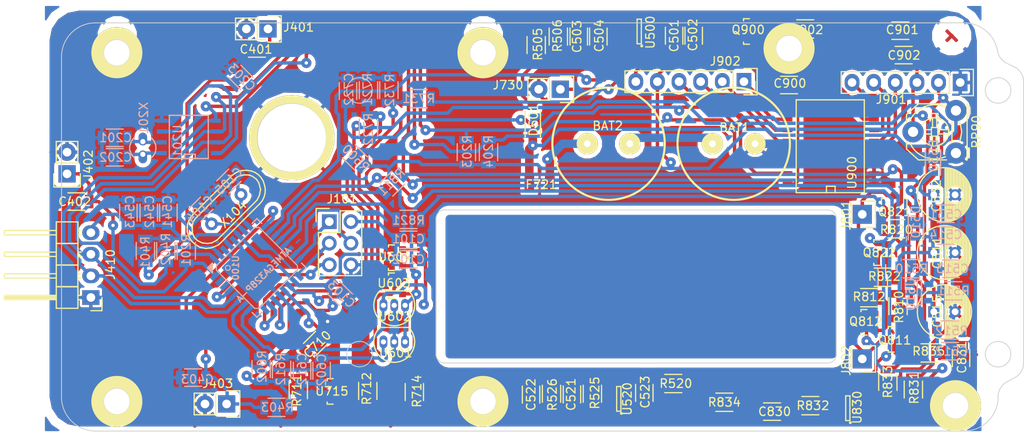
<source format=kicad_pcb>
(kicad_pcb (version 4) (host pcbnew 4.0.4-stable)
  (layers (0 F.Cu signal) (31 B.Cu signal hide) (34 B.Paste user) (35 F.Paste user) (36 B.SilkS user) (37 F.SilkS user) (38 B.Mask user) (39 F.Mask user) (44 Edge.Cuts user))
  (net 0 "")
  (net 1 "Net-(BAT1-Pad1)")
  (net 2 GND)
  (net 3 "Net-(BAT2-Pad1)")
  (net 4 VCC)
  (net 5 "Net-(C104-Pad2)")
  (net 6 "Net-(C105-Pad2)")
  (net 7 "Net-(C201-Pad1)")
  (net 8 "Net-(C202-Pad1)")
  (net 9 V_rtc)
  (net 10 BP1)
  (net 11 BP2)
  (net 12 BP3)
  (net 13 V_sol)
  (net 14 "Net-(C503-Pad1)")
  (net 15 "Net-(C504-Pad1)")
  (net 16 "Net-(C511-Pad1)")
  (net 17 "Net-(C513-Pad1)")
  (net 18 VPP)
  (net 19 "Net-(C522-Pad1)")
  (net 20 V_bat)
  (net 21 quadA)
  (net 22 quadB)
  (net 23 V_ref)
  (net 24 M_imot)
  (net 25 "Net-(J101-Pad1)")
  (net 26 "Net-(J101-Pad3)")
  (net 27 "Net-(J101-Pad4)")
  (net 28 "Net-(J101-Pad5)")
  (net 29 SDA)
  (net 30 SCL)
  (net 31 "Net-(J901-Pad4)")
  (net 32 "Net-(J901-Pad5)")
  (net 33 "Net-(J901-Pad6)")
  (net 34 "Net-(J902-Pad1)")
  (net 35 "Net-(J902-Pad2)")
  (net 36 "Net-(J902-Pad3)")
  (net 37 "Net-(J902-Pad4)")
  (net 38 "Net-(J902-Pad6)")
  (net 39 "Net-(Q811-Pad1)")
  (net 40 "Net-(Q811-Pad2)")
  (net 41 "Net-(Q812-Pad1)")
  (net 42 "Net-(Q821-Pad1)")
  (net 43 "Net-(Q822-Pad1)")
  (net 44 "Net-(Q900-Pad1)")
  (net 45 alarm)
  (net 46 charge_OFF)
  (net 47 "Net-(R510-Pad2)")
  (net 48 VppEn)
  (net 49 "Net-(R711-Pad1)")
  (net 50 M_bat)
  (net 51 M_sol)
  (net 52 C_frw)
  (net 53 C_bkw)
  (net 54 "Net-(R831-Pad2)")
  (net 55 "Net-(R832-Pad2)")
  (net 56 "Net-(R833-Pad1)")
  (net 57 "Net-(R902-Pad1)")
  (net 58 "Net-(J802-Pad1)")
  (net 59 "Net-(J801-Pad1)")
  (net 60 "Net-(C901-Pad2)")
  (module Resistors_SMD:R_1206 (layer B.Cu) (at 206.7 83.5)
    (fp_text reference R511 (at 0 0) (layer B.SilkS) (effects (justify mirror)))
    (fp_text value 100k)
    (pad 1 smd rect (at -1.45 0) (size 0.9 1.7) (layers B.Cu B.Paste B.Mask) (net 2 GND))
    (pad 2 smd rect (at 1.45 0) (size 0.9 1.7) (layers B.Cu B.Paste B.Mask) (net 17 "Net-(C513-Pad1)"))
  )
  (module Resistors_SMD:R_1206 (layer F.Cu) (at 179.8 96.6 180)
    (fp_text reference R834 (at 0 0 180) (layer F.SilkS))
    (fp_text value 1k)
    (pad 1 smd rect (at -1.45 0 180) (size 0.9 1.7) (layers F.Cu F.Paste F.Mask) (net 55 "Net-(R832-Pad2)"))
    (pad 2 smd rect (at 1.45 0 180) (size 0.9 1.7) (layers F.Cu F.Paste F.Mask) (net 2 GND))
  )
  (module gdi:HFC1330 (layer F.Cu) (at 180.9 66.2)
    (fp_text reference BAT1 (at 0.1 -1.9) (layer F.SilkS))
    (fp_text value BAT)
    (pad 1 thru_hole circle (at -2.5 0) (size 2.5 2.5) (drill 0.8) (layers *.Cu *.Mask F.SilkS) (net 1 "Net-(BAT1-Pad1)"))
    (pad 2 thru_hole circle (at 2.5 0) (size 2.5 2.5) (drill 0.8) (layers *.Cu *.Mask F.SilkS) (net 2 GND))
  )
  (module gdi:HFC1330 (layer F.Cu) (at 166.2 66.2)
    (fp_text reference BAT2 (at -0.1 -2.1) (layer F.SilkS))
    (fp_text value BAT)
    (pad 1 thru_hole circle (at -2.5 0) (size 2.5 2.5) (drill 0.8) (layers *.Cu *.Mask F.SilkS) (net 3 "Net-(BAT2-Pad1)"))
    (pad 2 thru_hole circle (at 2.5 0) (size 2.5 2.5) (drill 0.8) (layers *.Cu *.Mask F.SilkS) (net 1 "Net-(BAT1-Pad1)"))
  )
  (module Capacitors_ThroughHole:C_Radial_D6.3_L11.2_P2.5 (layer F.Cu) (at 204.4 79)
    (fp_text reference C511 (at 0.4 0 90) (layer F.SilkS))
    (fp_text value 470uF)
    (pad 2 thru_hole circle (at 2.5 0) (size 1.3 1.3) (drill 0.8) (layers *.Cu *.Mask) (net 2 GND))
    (pad 1 thru_hole rect (at 0 0) (size 1.3 1.3) (drill 0.8) (layers *.Cu *.Mask) (net 16 "Net-(C511-Pad1)"))
  )
  (module Capacitors_ThroughHole:C_Radial_D6.3_L11.2_P2.5 (layer F.Cu) (at 204.4 85.96)
    (fp_text reference C515 (at 0.4 -0.06 90) (layer F.SilkS))
    (fp_text value 470uF)
    (pad 2 thru_hole circle (at 2.5 0) (size 1.3 1.3) (drill 0.8) (layers *.Cu *.Mask) (net 2 GND))
    (pad 1 thru_hole rect (at 0 0) (size 1.3 1.3) (drill 0.8) (layers *.Cu *.Mask) (net 4 VCC))
  )
  (module Capacitors_ThroughHole:C_Radial_D6.3_L11.2_P2.5 (layer F.Cu) (at 204.4 72.2)
    (fp_text reference C532 (at 0.3 0.1 90) (layer F.SilkS))
    (fp_text value 470uF)
    (pad 2 thru_hole circle (at 2.5 0) (size 1.3 1.3) (drill 0.8) (layers *.Cu *.Mask) (net 2 GND))
    (pad 1 thru_hole rect (at 0 0) (size 1.3 1.3) (drill 0.8) (layers *.Cu *.Mask) (net 9 V_rtc))
  )
  (module Diodes_SMD:SOD-123 (layer F.Cu) (at 157.3 63.4 90)
    (fp_text reference D501 (at 0 0.1 90) (layer F.SilkS))
    (fp_text value SCHOTTKY)
    (pad 1 smd rect (at -1.635 0 90) (size 0.91 1.22) (layers F.Cu F.Paste F.Mask) (net 20 V_bat))
    (pad 2 smd rect (at 1.635 0 90) (size 0.91 1.22) (layers F.Cu F.Paste F.Mask) (net 15 "Net-(C504-Pad1)"))
  )
  (module Diodes_SMD:SOD-123 (layer B.Cu) (at 202.3 75.5 90)
    (fp_text reference D510 (at 0.1 0 90) (layer B.SilkS) (effects (justify mirror)))
    (fp_text value SCHOTTKY)
    (pad 1 smd rect (at -1.635 0 90) (size 0.91 1.22) (layers B.Cu B.Paste B.Mask) (net 16 "Net-(C511-Pad1)"))
    (pad 2 smd rect (at 1.635 0 90) (size 0.91 1.22) (layers B.Cu B.Paste B.Mask) (net 20 V_bat))
  )
  (module Diodes_SMD:SOD-123 (layer B.Cu) (at 204.3 67.9 90)
    (fp_text reference D530 (at 0.3 0.1 90) (layer B.SilkS) (effects (justify mirror)))
    (fp_text value SCHOTTKY)
    (pad 1 smd rect (at -1.635 0 90) (size 0.91 1.22) (layers B.Cu B.Paste B.Mask) (net 9 V_rtc))
    (pad 2 smd rect (at 1.635 0 90) (size 0.91 1.22) (layers B.Cu B.Paste B.Mask) (net 4 VCC))
  )
  (module gdi:3mm_screw (layer F.Cu) (at 108.45 96.5)
    (fp_text reference H1 (at 0 0.5) (layer F.SilkS))
    (fp_text value hole)
    (pad 1 thru_hole circle (at 0 0) (size 6 6) (drill 3) (layers *.Mask F.Cu F.SilkS) (net 2 GND))
    (pad 1 thru_hole circle (at 0 0) (size 4 4) (drill 3) (layers *.Cu *.Mask F.SilkS) (net 2 GND))
  )
  (module gdi:3mm_screw (layer F.Cu) (at 151.45 96.5)
    (fp_text reference H2 (at 0 0.5) (layer F.SilkS))
    (fp_text value hole)
    (pad 1 thru_hole circle (at 0 0) (size 6 6) (drill 3) (layers *.Mask F.Cu F.SilkS) (net 2 GND))
    (pad 1 thru_hole circle (at 0 0) (size 4 4) (drill 3) (layers *.Cu *.Mask F.SilkS) (net 2 GND))
  )
  (module gdi:3mm_screw (layer F.Cu) (at 206.95 97)
    (fp_text reference H3 (at 0 0.5) (layer F.SilkS))
    (fp_text value hole)
    (pad 1 thru_hole circle (at 0 0) (size 6 6) (drill 3) (layers *.Mask F.Cu F.SilkS) (net 2 GND))
    (pad 1 thru_hole circle (at 0 0) (size 4 4) (drill 3) (layers *.Cu *.Mask F.SilkS) (net 2 GND))
  )
  (module gdi:3mm_screw (layer F.Cu) (at 187.4 55)
    (fp_text reference H4 (at 0 0.5) (layer F.SilkS))
    (fp_text value hole)
    (pad 1 thru_hole circle (at 0 0) (size 6 6) (drill 3) (layers *.Mask F.Cu F.SilkS) (net 2 GND))
    (pad 1 thru_hole circle (at 0 0) (size 4 4) (drill 3) (layers *.Cu *.Mask F.SilkS) (net 2 GND))
  )
  (module gdi:3mm_screw (layer F.Cu) (at 151.45 55.5)
    (fp_text reference H5 (at 0 0.5) (layer F.SilkS))
    (fp_text value hole)
    (pad 1 thru_hole circle (at 0 0) (size 6 6) (drill 3) (layers *.Mask F.Cu F.SilkS) (net 2 GND))
    (pad 1 thru_hole circle (at 0 0) (size 4 4) (drill 3) (layers *.Cu *.Mask F.SilkS) (net 2 GND))
  )
  (module gdi:3mm_screw (layer F.Cu) (at 108.45 55.5)
    (fp_text reference H6 (at 0 0.5) (layer F.SilkS))
    (fp_text value hole)
    (pad 1 thru_hole circle (at 0 0) (size 6 6) (drill 3) (layers *.Mask F.Cu F.SilkS) (net 2 GND))
    (pad 1 thru_hole circle (at 0 0) (size 4 4) (drill 3) (layers *.Cu *.Mask F.SilkS) (net 2 GND))
  )
  (module gdi:MF85 (layer F.Cu) (at 129 65.5)
    (fp_text reference H7 (at 0 0.5) (layer F.SilkS))
    (fp_text value hole)
    (pad 1 thru_hole circle (at 0 0) (size 10 10) (drill 8) (layers *.Cu *.Mask F.SilkS) (net 2 GND))
  )
  (module Pin_Headers:Pin_Header_Straight_2x03 (layer F.Cu) (at 133.4 75.36)
    (fp_text reference J101 (at 1.5 -2.66) (layer F.SilkS))
    (fp_text value HEADER_3x2)
    (pad 1 thru_hole rect (at 0 0) (size 1.7272 1.7272) (drill 1.016) (layers *.Cu *.Mask) (net 25 "Net-(J101-Pad1)"))
    (pad 2 thru_hole oval (at 2.54 0) (size 1.7272 1.7272) (drill 1.016) (layers *.Cu *.Mask) (net 4 VCC))
    (pad 3 thru_hole oval (at 0 2.54) (size 1.7272 1.7272) (drill 1.016) (layers *.Cu *.Mask) (net 26 "Net-(J101-Pad3)"))
    (pad 4 thru_hole oval (at 2.54 2.54) (size 1.7272 1.7272) (drill 1.016) (layers *.Cu *.Mask) (net 27 "Net-(J101-Pad4)"))
    (pad 5 thru_hole oval (at 0 5.08) (size 1.7272 1.7272) (drill 1.016) (layers *.Cu *.Mask) (net 28 "Net-(J101-Pad5)"))
    (pad 6 thru_hole oval (at 2.54 5.08) (size 1.7272 1.7272) (drill 1.016) (layers *.Cu *.Mask) (net 2 GND))
  )
  (module Pin_Headers:Pin_Header_Straight_1x02 (layer F.Cu) (at 126.2 52.7 270)
    (fp_text reference J401 (at -0.2 -3.6 360) (layer F.SilkS))
    (fp_text value HEADER_2)
    (pad 1 thru_hole rect (at 0 0 270) (size 2.032 2.032) (drill 1.016) (layers *.Cu *.Mask) (net 10 BP1))
    (pad 2 thru_hole oval (at 0 2.54 270) (size 2.032 2.032) (drill 1.016) (layers *.Cu *.Mask) (net 2 GND))
  )
  (module Pin_Headers:Pin_Header_Straight_1x02 (layer F.Cu) (at 102.6 69.74 180)
    (fp_text reference J402 (at -2.5 1.04 270) (layer F.SilkS))
    (fp_text value HEADER_2)
    (pad 1 thru_hole rect (at 0 0 180) (size 2.032 2.032) (drill 1.016) (layers *.Cu *.Mask) (net 11 BP2))
    (pad 2 thru_hole oval (at 0 2.54 180) (size 2.032 2.032) (drill 1.016) (layers *.Cu *.Mask) (net 2 GND))
  )
  (module Pin_Headers:Pin_Header_Straight_1x02 (layer F.Cu) (at 121.34 96.8 270)
    (fp_text reference J403 (at -2.4 1.04 360) (layer F.SilkS))
    (fp_text value HEADER_2)
    (pad 1 thru_hole rect (at 0 0 270) (size 2.032 2.032) (drill 1.016) (layers *.Cu *.Mask) (net 12 BP3))
    (pad 2 thru_hole oval (at 0 2.54 270) (size 2.032 2.032) (drill 1.016) (layers *.Cu *.Mask) (net 2 GND))
  )
  (module Pin_Headers:Pin_Header_Angled_1x04 (layer F.Cu) (at 105.4 84.28 180)
    (fp_text reference J410 (at -2.3 3.88 270) (layer F.SilkS))
    (fp_text value HEADER_4)
    (pad 1 thru_hole rect (at 0 0 180) (size 2.032 1.7272) (drill 1.016) (layers *.Cu *.Mask) (net 2 GND))
    (pad 2 thru_hole oval (at 0 2.54 180) (size 2.032 1.7272) (drill 1.016) (layers *.Cu *.Mask) (net 29 SDA))
    (pad 3 thru_hole oval (at 0 5.08 180) (size 2.032 1.7272) (drill 1.016) (layers *.Cu *.Mask) (net 30 SCL))
    (pad 4 thru_hole oval (at 0 7.62 180) (size 2.032 1.7272) (drill 1.016) (layers *.Cu *.Mask) (net 4 VCC))
  )
  (module Pin_Headers:Pin_Header_Straight_1x02 (layer F.Cu) (at 160.54 59.8 270)
    (fp_text reference J730 (at -0.5 6.14 360) (layer F.SilkS))
    (fp_text value HEADER_2)
    (pad 1 thru_hole rect (at 0 0 270) (size 2.032 2.032) (drill 1.016) (layers *.Cu *.Mask) (net 13 V_sol))
    (pad 2 thru_hole oval (at 0 2.54 270) (size 2.032 2.032) (drill 1.016) (layers *.Cu *.Mask) (net 2 GND))
  )
  (module Pin_Headers:Pin_Header_Straight_1x06 (layer F.Cu) (at 207.5 59 270)
    (fp_text reference J901 (at 2 8.1 360) (layer F.SilkS))
    (fp_text value HEADER_6)
    (pad 1 thru_hole rect (at 0 0 270) (size 2.032 1.7272) (drill 1.016) (layers *.Cu *.Mask) (net 2 GND))
    (pad 2 thru_hole oval (at 0 2.54 270) (size 2.032 1.7272) (drill 1.016) (layers *.Cu *.Mask) (net 4 VCC))
    (pad 3 thru_hole oval (at 0 5.08 270) (size 2.032 1.7272) (drill 1.016) (layers *.Cu *.Mask) (net 60 "Net-(C901-Pad2)"))
    (pad 4 thru_hole oval (at 0 7.62 270) (size 2.032 1.7272) (drill 1.016) (layers *.Cu *.Mask) (net 31 "Net-(J901-Pad4)"))
    (pad 5 thru_hole oval (at 0 10.16 270) (size 2.032 1.7272) (drill 1.016) (layers *.Cu *.Mask) (net 32 "Net-(J901-Pad5)"))
    (pad 6 thru_hole oval (at 0 12.7 270) (size 2.032 1.7272) (drill 1.016) (layers *.Cu *.Mask) (net 33 "Net-(J901-Pad6)"))
  )
  (module Pin_Headers:Pin_Header_Straight_1x06 (layer F.Cu) (at 182.1 58.9 270)
    (fp_text reference J902 (at -2.4 2.2 360) (layer F.SilkS))
    (fp_text value HEADER_6)
    (pad 1 thru_hole rect (at 0 0 270) (size 2.032 1.7272) (drill 1.016) (layers *.Cu *.Mask) (net 34 "Net-(J902-Pad1)"))
    (pad 2 thru_hole oval (at 0 2.54 270) (size 2.032 1.7272) (drill 1.016) (layers *.Cu *.Mask) (net 35 "Net-(J902-Pad2)"))
    (pad 3 thru_hole oval (at 0 5.08 270) (size 2.032 1.7272) (drill 1.016) (layers *.Cu *.Mask) (net 36 "Net-(J902-Pad3)"))
    (pad 4 thru_hole oval (at 0 7.62 270) (size 2.032 1.7272) (drill 1.016) (layers *.Cu *.Mask) (net 37 "Net-(J902-Pad4)"))
    (pad 5 thru_hole oval (at 0 10.16 270) (size 2.032 1.7272) (drill 1.016) (layers *.Cu *.Mask) (net 4 VCC))
    (pad 6 thru_hole oval (at 0 12.7 270) (size 2.032 1.7272) (drill 1.016) (layers *.Cu *.Mask) (net 38 "Net-(J902-Pad6)"))
  )
  (module Potentiometers:Potentiometer_Triwood_RM-065 (layer F.Cu) (at 207 67.3 90)
    (fp_text reference RP90 (at 2.5 2.4 90) (layer F.SilkS))
    (fp_text value 100k)
    (pad 2 thru_hole circle (at 2.49936 -5.03936 90) (size 2.49936 2.49936) (drill 1.19888) (layers *.Cu *.Mask) (net 60 "Net-(C901-Pad2)"))
    (pad 3 thru_hole circle (at 4.99872 0 90) (size 2.49936 2.49936) (drill 1.19888) (layers *.Cu *.Mask) (net 4 VCC))
    (pad 1 thru_hole circle (at 0 0 90) (size 2.49936 2.49936) (drill 1.19888) (layers *.Cu *.Mask) (net 2 GND))
  )
  (module w_lqfp:lqfp32 (layer B.Cu) (at 124.9 80.8 45)
    (fp_text reference U100 (at -1.767767 -1.767767 90) (layer B.SilkS) (effects (font (size 0.7493 0.7493) (thickness 0.14986)) (justify mirror)))
    (fp_text value ATMEGA328P-A (at 0 1.143 45) (layer B.SilkS) (effects (font (size 0.7493 0.7493) (thickness 0.14986)) (justify mirror)))
    (pad 4 smd rect (at -0.39878 -4.09956 45) (size 0.55118 1.30048) (layers B.Cu B.Paste B.Mask) (net 4 VCC))
    (pad 5 smd rect (at 0.39878 -4.09956 45) (size 0.55118 1.30048) (layers B.Cu B.Paste B.Mask) (net 2 GND))
    (pad 6 smd rect (at 1.19888 -4.09956 45) (size 0.55118 1.30048) (layers B.Cu B.Paste B.Mask) (net 4 VCC))
    (pad 7 smd rect (at 1.99898 -4.09956 45) (size 0.55118 1.30048) (layers B.Cu B.Paste B.Mask) (net 5 "Net-(C104-Pad2)"))
    (pad 8 smd rect (at 2.79908 -4.09956 45) (size 0.55118 1.30048) (layers B.Cu B.Paste B.Mask) (net 6 "Net-(C105-Pad2)"))
    (pad 1 smd rect (at -2.79908 -4.09956 45) (size 0.55118 1.30048) (layers B.Cu B.Paste B.Mask) (net 11 BP2))
    (pad 2 smd rect (at -1.99898 -4.09956 45) (size 0.55118 1.30048) (layers B.Cu B.Paste B.Mask) (net 10 BP1))
    (pad 3 smd rect (at -1.19888 -4.09956 45) (size 0.55118 1.30048) (layers B.Cu B.Paste B.Mask) (net 2 GND))
    (pad 9 smd rect (at 4.09956 -2.79908 45) (size 1.30048 0.55118) (layers B.Cu B.Paste B.Mask) (net 12 BP3))
    (pad 10 smd rect (at 4.09956 -1.99898 45) (size 1.30048 0.55118) (layers B.Cu B.Paste B.Mask) (net 46 charge_OFF))
    (pad 11 smd rect (at 4.09956 -1.19888 45) (size 1.30048 0.55118) (layers B.Cu B.Paste B.Mask) (net 48 VppEn))
    (pad 12 smd rect (at 4.09956 -0.39878 45) (size 1.30048 0.55118) (layers B.Cu B.Paste B.Mask) (net 52 C_frw))
    (pad 13 smd rect (at 4.09956 0.39878 45) (size 1.30048 0.55118) (layers B.Cu B.Paste B.Mask) (net 53 C_bkw))
    (pad 14 smd rect (at 4.09956 1.19888 45) (size 1.30048 0.55118) (layers B.Cu B.Paste B.Mask))
    (pad 15 smd rect (at 4.09956 1.99898 45) (size 1.30048 0.55118) (layers B.Cu B.Paste B.Mask) (net 27 "Net-(J101-Pad4)"))
    (pad 16 smd rect (at 4.09956 2.79908 45) (size 1.30048 0.55118) (layers B.Cu B.Paste B.Mask) (net 25 "Net-(J101-Pad1)"))
    (pad 17 smd rect (at 2.79908 4.09956 45) (size 0.55118 1.30048) (layers B.Cu B.Paste B.Mask) (net 26 "Net-(J101-Pad3)"))
    (pad 18 smd rect (at 1.99898 4.09956 45) (size 0.55118 1.30048) (layers B.Cu B.Paste B.Mask) (net 4 VCC))
    (pad 19 smd rect (at 1.19888 4.09956 45) (size 0.55118 1.30048) (layers B.Cu B.Paste B.Mask) (net 51 M_sol))
    (pad 20 smd rect (at 0.39878 4.09956 45) (size 0.55118 1.30048) (layers B.Cu B.Paste B.Mask) (net 23 V_ref))
    (pad 21 smd rect (at -0.39878 4.09956 45) (size 0.55118 1.30048) (layers B.Cu B.Paste B.Mask) (net 2 GND))
    (pad 22 smd rect (at -1.19888 4.09956 45) (size 0.55118 1.30048) (layers B.Cu B.Paste B.Mask) (net 50 M_bat))
    (pad 23 smd rect (at -1.99898 4.09956 45) (size 0.55118 1.30048) (layers B.Cu B.Paste B.Mask) (net 24 M_imot))
    (pad 24 smd rect (at -2.79908 4.09956 45) (size 0.55118 1.30048) (layers B.Cu B.Paste B.Mask))
    (pad 25 smd rect (at -4.09956 2.79908 45) (size 1.30048 0.55118) (layers B.Cu B.Paste B.Mask) (net 22 quadB))
    (pad 26 smd rect (at -4.09956 1.99898 45) (size 1.30048 0.55118) (layers B.Cu B.Paste B.Mask) (net 21 quadA))
    (pad 27 smd rect (at -4.09956 1.19888 45) (size 1.30048 0.55118) (layers B.Cu B.Paste B.Mask) (net 29 SDA))
    (pad 28 smd rect (at -4.09956 0.39878 45) (size 1.30048 0.55118) (layers B.Cu B.Paste B.Mask) (net 30 SCL))
    (pad 29 smd rect (at -4.09956 -0.39878 45) (size 1.30048 0.55118) (layers B.Cu B.Paste B.Mask) (net 28 "Net-(J101-Pad5)"))
    (pad 30 smd rect (at -4.09956 -1.19888 45) (size 1.30048 0.55118) (layers B.Cu B.Paste B.Mask))
    (pad 31 smd rect (at -4.09956 -1.99898 45) (size 1.30048 0.55118) (layers B.Cu B.Paste B.Mask))
    (pad 32 smd rect (at -4.09956 -2.79908 45) (size 1.30048 0.55118) (layers B.Cu B.Paste B.Mask) (net 45 alarm))
  )
  (module SMD_Packages:SOIC-8-N (layer B.Cu) (at 116.9 65.4 90)
    (fp_text reference U201 (at -0.5 -1.3 90) (layer B.SilkS) (effects (justify mirror)))
    (fp_text value MCP7940)
    (pad 8 smd rect (at -1.905 3.175 90) (size 0.508 1.143) (layers B.Cu B.Paste B.Mask) (net 9 V_rtc))
    (pad 7 smd rect (at -0.635 3.175 90) (size 0.508 1.143) (layers B.Cu B.Paste B.Mask) (net 45 alarm))
    (pad 6 smd rect (at 0.635 3.175 90) (size 0.508 1.143) (layers B.Cu B.Paste B.Mask) (net 30 SCL))
    (pad 5 smd rect (at 1.905 3.175 90) (size 0.508 1.143) (layers B.Cu B.Paste B.Mask) (net 29 SDA))
    (pad 4 smd rect (at 1.905 -3.175 90) (size 0.508 1.143) (layers B.Cu B.Paste B.Mask) (net 2 GND))
    (pad 3 smd rect (at 0.635 -3.175 90) (size 0.508 1.143) (layers B.Cu B.Paste B.Mask) (net 45 alarm))
    (pad 2 smd rect (at -0.635 -3.175 90) (size 0.508 1.143) (layers B.Cu B.Paste B.Mask) (net 7 "Net-(C201-Pad1)"))
    (pad 1 smd rect (at -1.905 -3.175 90) (size 0.508 1.143) (layers B.Cu B.Paste B.Mask) (net 8 "Net-(C202-Pad1)"))
  )
  (module TO_SOT_Packages_THT:TO-92_Inline_Narrow_Oval (layer F.Cu) (at 142.3 89.5 180)
    (fp_text reference U601 (at 1.1 -1.3 180) (layer F.SilkS))
    (fp_text value A3144)
    (pad 2 thru_hole oval (at 1.27 0) (size 0.89916 1.50114) (drill 0.6) (layers *.Cu *.Mask) (net 2 GND))
    (pad 3 thru_hole oval (at 2.54 0) (size 0.89916 1.50114) (drill 0.6) (layers *.Cu *.Mask) (net 21 quadA))
    (pad 1 thru_hole oval (at 0 0) (size 0.89916 1.50114) (drill 0.6) (layers *.Cu *.Mask) (net 18 VPP))
  )
  (module TO_SOT_Packages_THT:TO-92_Inline_Narrow_Oval (layer F.Cu) (at 142.3 85.2 180)
    (fp_text reference U602 (at 1.2 -1.3 180) (layer F.SilkS))
    (fp_text value A3144)
    (pad 2 thru_hole oval (at 1.27 0) (size 0.89916 1.50114) (drill 0.6) (layers *.Cu *.Mask) (net 2 GND))
    (pad 3 thru_hole oval (at 2.54 0) (size 0.89916 1.50114) (drill 0.6) (layers *.Cu *.Mask) (net 22 quadB))
    (pad 1 thru_hole oval (at 0 0) (size 0.89916 1.50114) (drill 0.6) (layers *.Cu *.Mask) (net 18 VPP))
  )
  (module SMD_Packages:SO-16-W (layer F.Cu) (at 192.3 66.5 90)
    (fp_text reference U900 (at -3.1 2.5 90) (layer F.SilkS))
    (fp_text value PCF8574)
    (pad 1 smd rect (at -4.445 5.08 90) (size 0.508 1.143) (layers F.Cu F.Paste F.Mask) (net 2 GND))
    (pad 2 smd rect (at -3.175 5.08 90) (size 0.508 1.143) (layers F.Cu F.Paste F.Mask) (net 2 GND))
    (pad 3 smd rect (at -1.905 5.08 90) (size 0.508 1.143) (layers F.Cu F.Paste F.Mask) (net 2 GND))
    (pad 4 smd rect (at -0.635 5.08 90) (size 0.508 1.143) (layers F.Cu F.Paste F.Mask) (net 31 "Net-(J901-Pad4)"))
    (pad 5 smd rect (at 0.635 5.08 90) (size 0.508 1.143) (layers F.Cu F.Paste F.Mask) (net 32 "Net-(J901-Pad5)"))
    (pad 6 smd rect (at 1.905 5.08 90) (size 0.508 1.143) (layers F.Cu F.Paste F.Mask) (net 33 "Net-(J901-Pad6)"))
    (pad 7 smd rect (at 3.175 5.08 90) (size 0.508 1.143) (layers F.Cu F.Paste F.Mask) (net 57 "Net-(R902-Pad1)"))
    (pad 8 smd rect (at 4.445 5.08 90) (size 0.508 1.143) (layers F.Cu F.Paste F.Mask) (net 2 GND))
    (pad 9 smd rect (at 4.445 -5.08 90) (size 0.508 1.143) (layers F.Cu F.Paste F.Mask) (net 34 "Net-(J902-Pad1)"))
    (pad 10 smd rect (at 3.175 -5.08 90) (size 0.508 1.143) (layers F.Cu F.Paste F.Mask) (net 35 "Net-(J902-Pad2)"))
    (pad 11 smd rect (at 1.905 -5.08 90) (size 0.508 1.143) (layers F.Cu F.Paste F.Mask) (net 36 "Net-(J902-Pad3)"))
    (pad 12 smd rect (at 0.635 -5.08 90) (size 0.508 1.143) (layers F.Cu F.Paste F.Mask) (net 37 "Net-(J902-Pad4)"))
    (pad 13 smd rect (at -0.635 -5.08 90) (size 0.508 1.143) (layers F.Cu F.Paste F.Mask))
    (pad 14 smd rect (at -1.905 -5.08 90) (size 0.508 1.143) (layers F.Cu F.Paste F.Mask) (net 30 SCL))
    (pad 15 smd rect (at -3.175 -5.08 90) (size 0.508 1.143) (layers F.Cu F.Paste F.Mask) (net 29 SDA))
    (pad 16 smd rect (at -4.445 -5.08 90) (size 0.508 1.143) (layers F.Cu F.Paste F.Mask) (net 4 VCC))
  )
  (module Crystals:Crystal_HC49-U_Vertical (layer F.Cu) (at 121.3 73.9 45)
    (fp_text reference X104 (at 0.141421 0.989949 45) (layer F.SilkS))
    (fp_text value 16M)
    (pad 1 thru_hole circle (at -2.44094 0 45) (size 1.50114 1.50114) (drill 0.8001) (layers *.Cu *.Mask) (net 5 "Net-(C104-Pad2)"))
    (pad 2 thru_hole circle (at 2.44094 0 45) (size 1.50114 1.50114) (drill 0.8001) (layers *.Cu *.Mask) (net 6 "Net-(C105-Pad2)"))
  )
  (module Crystals:Crystal_Round_Vertical_3mm_BigPad (layer B.Cu) (at 111.5 66.7 90)
    (fp_text reference X201 (at 3.5 0.1 90) (layer B.SilkS) (effects (justify mirror)))
    (fp_text value 32.768K)
    (pad 1 thru_hole oval (at -0.7493 0 90) (size 1.50114 1.00076) (drill 0.59944 (offset -0.29972 0)) (layers *.Cu *.Mask) (net 8 "Net-(C202-Pad1)"))
    (pad 2 thru_hole oval (at 0.7493 0 90) (size 1.50114 1.00076) (drill 0.59944 (offset 0.29972 0)) (layers *.Cu *.Mask) (net 7 "Net-(C201-Pad1)"))
  )
  (module Pin_Headers:Pin_Header_Straight_1x01 (layer F.Cu) (at 196 74.5 270)
    (fp_text reference J801 (at 0.1 1.9 450) (layer F.SilkS))
    (fp_text value HEADER_1)
    (pad 1 thru_hole rect (at 0 0 270) (size 2.2352 2.2352) (drill 1.016) (layers *.Cu *.Mask) (net 59 "Net-(J801-Pad1)"))
  )
  (module Pin_Headers:Pin_Header_Straight_1x01 (layer F.Cu) (at 196 91.5 270)
    (fp_text reference J802 (at 0.2 1.9 270) (layer F.SilkS))
    (fp_text value HEADER_1)
    (pad 1 thru_hole rect (at 0 0 270) (size 2.2352 2.2352) (drill 1.016) (layers *.Cu *.Mask) (net 58 "Net-(J802-Pad1)"))
  )
  (module Capacitors_SMD:C_1206 (layer B.Cu) (at 142.7 77.5 180)
    (fp_text reference C101 (at 0 0.1 180) (layer B.SilkS) (effects (justify mirror)))
    (fp_text value 10n)
    (pad 1 smd rect (at -1.5 0 180) (size 1 1.6) (layers B.Cu B.Paste B.Mask) (net 2 GND))
    (pad 2 smd rect (at 1.5 0 180) (size 1 1.6) (layers B.Cu B.Paste B.Mask) (net 4 VCC))
  )
  (module Capacitors_SMD:C_1206 (layer B.Cu) (at 142.7 79.8 180)
    (fp_text reference C102 (at 0 0 180) (layer B.SilkS) (effects (justify mirror)))
    (fp_text value 100n)
    (pad 1 smd rect (at -1.5 0 180) (size 1 1.6) (layers B.Cu B.Paste B.Mask) (net 2 GND))
    (pad 2 smd rect (at 1.5 0 180) (size 1 1.6) (layers B.Cu B.Paste B.Mask) (net 4 VCC))
  )
  (module Capacitors_SMD:C_1206 (layer B.Cu) (at 134.6 83.8 135)
    (fp_text reference C103 (at -0.212132 0.070711 135) (layer B.SilkS) (effects (justify mirror)))
    (fp_text value 10n)
    (pad 1 smd rect (at -1.5 0 135) (size 1 1.6) (layers B.Cu B.Paste B.Mask) (net 2 GND))
    (pad 2 smd rect (at 1.5 0 135) (size 1 1.6) (layers B.Cu B.Paste B.Mask) (net 4 VCC))
  )
  (module Capacitors_SMD:C_1206 (layer B.Cu) (at 118.3 73.9 225)
    (fp_text reference C104 (at 0.070711 0.070711 225) (layer B.SilkS) (effects (justify mirror)))
    (fp_text value 10p)
    (pad 1 smd rect (at -1.5 0 225) (size 1 1.6) (layers B.Cu B.Paste B.Mask) (net 2 GND))
    (pad 2 smd rect (at 1.5 0 225) (size 1 1.6) (layers B.Cu B.Paste B.Mask) (net 5 "Net-(C104-Pad2)"))
  )
  (module Capacitors_SMD:C_1206 (layer B.Cu) (at 121.6 70.6 45)
    (fp_text reference C105 (at 0 0 45) (layer B.SilkS) (effects (justify mirror)))
    (fp_text value 10p)
    (pad 1 smd rect (at -1.5 0 45) (size 1 1.6) (layers B.Cu B.Paste B.Mask) (net 2 GND))
    (pad 2 smd rect (at 1.5 0 45) (size 1 1.6) (layers B.Cu B.Paste B.Mask) (net 6 "Net-(C105-Pad2)"))
  )
  (module Capacitors_SMD:C_1206 (layer B.Cu) (at 108.2 65.5 180)
    (fp_text reference C201 (at -0.1 0 180) (layer B.SilkS) (effects (justify mirror)))
    (fp_text value 10p)
    (pad 1 smd rect (at -1.5 0 180) (size 1 1.6) (layers B.Cu B.Paste B.Mask) (net 7 "Net-(C201-Pad1)"))
    (pad 2 smd rect (at 1.5 0 180) (size 1 1.6) (layers B.Cu B.Paste B.Mask) (net 2 GND))
  )
  (module Capacitors_SMD:C_1206 (layer B.Cu) (at 108.2 67.8 180)
    (fp_text reference C202 (at -0.1 0 180) (layer B.SilkS) (effects (justify mirror)))
    (fp_text value 10p)
    (pad 1 smd rect (at -1.5 0 180) (size 1 1.6) (layers B.Cu B.Paste B.Mask) (net 8 "Net-(C202-Pad1)"))
    (pad 2 smd rect (at 1.5 0 180) (size 1 1.6) (layers B.Cu B.Paste B.Mask) (net 2 GND))
  )
  (module Capacitors_SMD:C_1206 (layer B.Cu) (at 123 58.4 135)
    (fp_text reference C203 (at -0.070711 0.070711 135) (layer B.SilkS) (effects (justify mirror)))
    (fp_text value 10n)
    (pad 1 smd rect (at -1.5 0 135) (size 1 1.6) (layers B.Cu B.Paste B.Mask) (net 9 V_rtc))
    (pad 2 smd rect (at 1.5 0 135) (size 1 1.6) (layers B.Cu B.Paste B.Mask) (net 2 GND))
  )
  (module Capacitors_SMD:C_1206 (layer F.Cu) (at 124.9 55 180)
    (fp_text reference C401 (at 0.1 -0.1 180) (layer F.SilkS))
    (fp_text value 10n)
    (pad 1 smd rect (at -1.5 0 180) (size 1 1.6) (layers F.Cu F.Paste F.Mask) (net 10 BP1))
    (pad 2 smd rect (at 1.5 0 180) (size 1 1.6) (layers F.Cu F.Paste F.Mask) (net 2 GND))
  )
  (module Capacitors_SMD:C_1206 (layer F.Cu) (at 103.7 73 180)
    (fp_text reference C402 (at 0.2 0 180) (layer F.SilkS))
    (fp_text value 10n)
    (pad 1 smd rect (at -1.5 0 180) (size 1 1.6) (layers F.Cu F.Paste F.Mask) (net 11 BP2))
    (pad 2 smd rect (at 1.5 0 180) (size 1 1.6) (layers F.Cu F.Paste F.Mask) (net 2 GND))
  )
  (module Capacitors_SMD:C_1206 (layer B.Cu) (at 117.4 93.7 180)
    (fp_text reference C403 (at -0.5 -0.2 180) (layer B.SilkS) (effects (justify mirror)))
    (fp_text value 10n)
    (pad 1 smd rect (at -1.5 0 180) (size 1 1.6) (layers B.Cu B.Paste B.Mask) (net 12 BP3))
    (pad 2 smd rect (at 1.5 0 180) (size 1 1.6) (layers B.Cu B.Paste B.Mask) (net 2 GND))
  )
  (module Capacitors_SMD:C_1206 (layer F.Cu) (at 173.9 53.5 90)
    (fp_text reference C501 (at 0 0 90) (layer F.SilkS))
    (fp_text value 10uF)
    (pad 1 smd rect (at -1.5 0 90) (size 1 1.6) (layers F.Cu F.Paste F.Mask) (net 13 V_sol))
    (pad 2 smd rect (at 1.5 0 90) (size 1 1.6) (layers F.Cu F.Paste F.Mask) (net 2 GND))
  )
  (module Capacitors_SMD:C_1206 (layer F.Cu) (at 176.2 53.5 90)
    (fp_text reference C502 (at 0.1 -0.1 90) (layer F.SilkS))
    (fp_text value 10n)
    (pad 1 smd rect (at -1.5 0 90) (size 1 1.6) (layers F.Cu F.Paste F.Mask) (net 13 V_sol))
    (pad 2 smd rect (at 1.5 0 90) (size 1 1.6) (layers F.Cu F.Paste F.Mask) (net 2 GND))
  )
  (module Capacitors_SMD:C_1206 (layer F.Cu) (at 162.7 53.6 90)
    (fp_text reference C503 (at 0 -0.2 90) (layer F.SilkS))
    (fp_text value 470p)
    (pad 1 smd rect (at -1.5 0 90) (size 1 1.6) (layers F.Cu F.Paste F.Mask) (net 14 "Net-(C503-Pad1)"))
    (pad 2 smd rect (at 1.5 0 90) (size 1 1.6) (layers F.Cu F.Paste F.Mask) (net 2 GND))
  )
  (module Capacitors_SMD:C_1206 (layer F.Cu) (at 165 53.6 90)
    (fp_text reference C504 (at 0.1 0.1 90) (layer F.SilkS))
    (fp_text value 10uF)
    (pad 1 smd rect (at -1.5 0 90) (size 1 1.6) (layers F.Cu F.Paste F.Mask) (net 15 "Net-(C504-Pad1)"))
    (pad 2 smd rect (at 1.5 0 90) (size 1 1.6) (layers F.Cu F.Paste F.Mask) (net 2 GND))
  )
  (module Capacitors_SMD:C_1206 (layer B.Cu) (at 206.3 90.6)
    (fp_text reference C512 (at 0.2 0) (layer B.SilkS) (effects (justify mirror)))
    (fp_text value 10uF)
    (pad 1 smd rect (at -1.5 0) (size 1 1.6) (layers B.Cu B.Paste B.Mask) (net 4 VCC))
    (pad 2 smd rect (at 1.5 0) (size 1 1.6) (layers B.Cu B.Paste B.Mask) (net 2 GND))
  )
  (module Capacitors_SMD:C_1206 (layer B.Cu) (at 206.4 80.9)
    (fp_text reference C513 (at 0.2 0) (layer B.SilkS) (effects (justify mirror)))
    (fp_text value 470p)
    (pad 1 smd rect (at -1.5 0) (size 1 1.6) (layers B.Cu B.Paste B.Mask) (net 17 "Net-(C513-Pad1)"))
    (pad 2 smd rect (at 1.5 0) (size 1 1.6) (layers B.Cu B.Paste B.Mask) (net 2 GND))
  )
  (module Capacitors_SMD:C_1206 (layer B.Cu) (at 205.8 77)
    (fp_text reference C514 (at 0 -0.1) (layer B.SilkS) (effects (justify mirror)))
    (fp_text value 10uF)
    (pad 1 smd rect (at -1.5 0) (size 1 1.6) (layers B.Cu B.Paste B.Mask) (net 16 "Net-(C511-Pad1)"))
    (pad 2 smd rect (at 1.5 0) (size 1 1.6) (layers B.Cu B.Paste B.Mask) (net 2 GND))
  )
  (module Capacitors_SMD:C_1206 (layer F.Cu) (at 161.9 95.68 90)
    (fp_text reference C521 (at 0 -0.1 90) (layer F.SilkS))
    (fp_text value 10uF)
    (pad 1 smd rect (at -1.5 0 90) (size 1 1.6) (layers F.Cu F.Paste F.Mask) (net 18 VPP))
    (pad 2 smd rect (at 1.5 0 90) (size 1 1.6) (layers F.Cu F.Paste F.Mask) (net 2 GND))
  )
  (module Capacitors_SMD:C_1206 (layer F.Cu) (at 157.1 95.7 90)
    (fp_text reference C522 (at 0 0 90) (layer F.SilkS))
    (fp_text value 470p)
    (pad 1 smd rect (at -1.5 0 90) (size 1 1.6) (layers F.Cu F.Paste F.Mask) (net 19 "Net-(C522-Pad1)"))
    (pad 2 smd rect (at 1.5 0 90) (size 1 1.6) (layers F.Cu F.Paste F.Mask) (net 2 GND))
  )
  (module Capacitors_SMD:C_1206 (layer F.Cu) (at 170.4 95.5 90)
    (fp_text reference C523 (at 0.1 0.1 90) (layer F.SilkS))
    (fp_text value 10uF)
    (pad 1 smd rect (at -1.5 0 90) (size 1 1.6) (layers F.Cu F.Paste F.Mask) (net 20 V_bat))
    (pad 2 smd rect (at 1.5 0 90) (size 1 1.6) (layers F.Cu F.Paste F.Mask) (net 2 GND))
  )
  (module Capacitors_SMD:C_1206 (layer B.Cu) (at 205.8 74.43)
    (fp_text reference C531 (at 0 0.07) (layer B.SilkS) (effects (justify mirror)))
    (fp_text value 10uF)
    (pad 1 smd rect (at -1.5 0) (size 1 1.6) (layers B.Cu B.Paste B.Mask) (net 9 V_rtc))
    (pad 2 smd rect (at 1.5 0) (size 1 1.6) (layers B.Cu B.Paste B.Mask) (net 2 GND))
  )
  (module Capacitors_SMD:C_1206 (layer B.Cu) (at 114.5 74.3 90)
    (fp_text reference C541 (at 0.1 -0.1 90) (layer B.SilkS) (effects (justify mirror)))
    (fp_text value 10n)
    (pad 1 smd rect (at -1.5 0 90) (size 1 1.6) (layers B.Cu B.Paste B.Mask) (net 4 VCC))
    (pad 2 smd rect (at 1.5 0 90) (size 1 1.6) (layers B.Cu B.Paste B.Mask) (net 2 GND))
  )
  (module Capacitors_SMD:C_1206 (layer B.Cu) (at 112.2 74.3 90)
    (fp_text reference C542 (at 0.1 0.1 90) (layer B.SilkS) (effects (justify mirror)))
    (fp_text value 100nF)
    (pad 1 smd rect (at -1.5 0 90) (size 1 1.6) (layers B.Cu B.Paste B.Mask) (net 4 VCC))
    (pad 2 smd rect (at 1.5 0 90) (size 1 1.6) (layers B.Cu B.Paste B.Mask) (net 2 GND))
  )
  (module Capacitors_SMD:C_1206 (layer B.Cu) (at 109.8 74.3 90)
    (fp_text reference C543 (at 0.1 0.2 90) (layer B.SilkS) (effects (justify mirror)))
    (fp_text value 10uF)
    (pad 1 smd rect (at -1.5 0 90) (size 1 1.6) (layers B.Cu B.Paste B.Mask) (net 4 VCC))
    (pad 2 smd rect (at 1.5 0 90) (size 1 1.6) (layers B.Cu B.Paste B.Mask) (net 2 GND))
  )
  (module Capacitors_SMD:C_1206 (layer B.Cu) (at 132.5 92.9 270)
    (fp_text reference C602 (at -0.1 0 270) (layer B.SilkS) (effects (justify mirror)))
    (fp_text value 100nF)
    (pad 1 smd rect (at -1.5 0 270) (size 1 1.6) (layers B.Cu B.Paste B.Mask) (net 21 quadA))
    (pad 2 smd rect (at 1.5 0 270) (size 1 1.6) (layers B.Cu B.Paste B.Mask) (net 2 GND))
  )
  (module Capacitors_SMD:C_1206 (layer B.Cu) (at 130.2 92.9 90)
    (fp_text reference C612 (at 0.2 0 90) (layer B.SilkS) (effects (justify mirror)))
    (fp_text value 100nF)
    (pad 1 smd rect (at -1.5 0 90) (size 1 1.6) (layers B.Cu B.Paste B.Mask) (net 2 GND))
    (pad 2 smd rect (at 1.5 0 90) (size 1 1.6) (layers B.Cu B.Paste B.Mask) (net 22 quadB))
  )
  (module Capacitors_SMD:C_1206 (layer F.Cu) (at 131.8 89.7 225)
    (fp_text reference C710 (at -0.070711 -0.212132 225) (layer F.SilkS))
    (fp_text value 10n)
    (pad 1 smd rect (at -1.5 0 225) (size 1 1.6) (layers F.Cu F.Paste F.Mask) (net 23 V_ref))
    (pad 2 smd rect (at 1.5 0 225) (size 1 1.6) (layers F.Cu F.Paste F.Mask) (net 2 GND))
  )
  (module Capacitors_SMD:C_1206 (layer B.Cu) (at 135.6 60 90)
    (fp_text reference C722 (at 0.2 0.1 90) (layer B.SilkS) (effects (justify mirror)))
    (fp_text value 10uF)
    (pad 1 smd rect (at -1.5 0 90) (size 1 1.6) (layers B.Cu B.Paste B.Mask) (net 20 V_bat))
    (pad 2 smd rect (at 1.5 0 90) (size 1 1.6) (layers B.Cu B.Paste B.Mask) (net 2 GND))
  )
  (module Capacitors_SMD:C_1206 (layer F.Cu) (at 185.4 97.7 180)
    (fp_text reference C830 (at -0.3 0 180) (layer F.SilkS))
    (fp_text value 100n)
    (pad 1 smd rect (at -1.5 0 180) (size 1 1.6) (layers F.Cu F.Paste F.Mask) (net 18 VPP))
    (pad 2 smd rect (at 1.5 0 180) (size 1 1.6) (layers F.Cu F.Paste F.Mask) (net 2 GND))
  )
  (module Capacitors_SMD:C_1206 (layer F.Cu) (at 207.6 91.4 270)
    (fp_text reference C831 (at -0.1 -0.1 270) (layer F.SilkS))
    (fp_text value 100n)
    (pad 1 smd rect (at -1.5 0 270) (size 1 1.6) (layers F.Cu F.Paste F.Mask) (net 24 M_imot))
    (pad 2 smd rect (at 1.5 0 270) (size 1 1.6) (layers F.Cu F.Paste F.Mask) (net 2 GND))
  )
  (module Capacitors_SMD:C_1206 (layer F.Cu) (at 187.4 59.3)
    (fp_text reference C900 (at 0.1 -0.2) (layer F.SilkS))
    (fp_text value 100nF)
    (pad 1 smd rect (at -1.5 0) (size 1 1.6) (layers F.Cu F.Paste F.Mask) (net 4 VCC))
    (pad 2 smd rect (at 1.5 0) (size 1 1.6) (layers F.Cu F.Paste F.Mask) (net 2 GND))
  )
  (module Capacitors_SMD:C_1206 (layer F.Cu) (at 200.47 52.91)
    (fp_text reference C901 (at 0.23 -0.11) (layer F.SilkS))
    (fp_text value 10nF)
    (pad 1 smd rect (at -1.5 0) (size 1 1.6) (layers F.Cu F.Paste F.Mask) (net 2 GND))
    (pad 2 smd rect (at 1.5 0) (size 1 1.6) (layers F.Cu F.Paste F.Mask) (net 60 "Net-(C901-Pad2)"))
  )
  (module Capacitors_SMD:C_1206 (layer F.Cu) (at 200.86 55.78)
    (fp_text reference C902 (at 0.04 0.02) (layer F.SilkS))
    (fp_text value 10uF)
    (pad 1 smd rect (at -1.5 0) (size 1 1.6) (layers F.Cu F.Paste F.Mask) (net 2 GND))
    (pad 2 smd rect (at 1.5 0) (size 1 1.6) (layers F.Cu F.Paste F.Mask) (net 60 "Net-(C901-Pad2)"))
  )
  (module Fuse_Holders_and_Fuses:Fuse_SMD1206_Reflow (layer F.Cu) (at 158.1 70.9 180)
    (fp_text reference F721 (at -0.2 -0.1 180) (layer F.SilkS))
    (fp_text value 5A)
    (pad 1 smd rect (at -1.20396 0 270) (size 2.02946 1.14046) (layers F.Cu F.Paste F.Mask) (net 3 "Net-(BAT2-Pad1)"))
    (pad 2 smd rect (at 1.20396 0 270) (size 2.02946 1.14046) (layers F.Cu F.Paste F.Mask) (net 20 V_bat))
  )
  (module TO_SOT_Packages_SMD:SOT-23 (layer F.Cu) (at 199.7 89.2 90)
    (fp_text reference Q811 (at -0.1 0.1 180) (layer F.SilkS))
    (fp_text value PBSS4320)
    (pad 1 smd rect (at -0.95 1.00076 90) (size 0.8001 0.8001) (layers F.Cu F.Paste F.Mask) (net 39 "Net-(Q811-Pad1)"))
    (pad 2 smd rect (at 0.95 1.00076 90) (size 0.8001 0.8001) (layers F.Cu F.Paste F.Mask) (net 40 "Net-(Q811-Pad2)"))
    (pad 3 smd rect (at 0 -0.99822 90) (size 0.8001 0.8001) (layers F.Cu F.Paste F.Mask) (net 58 "Net-(J802-Pad1)"))
  )
  (module TO_SOT_Packages_SMD:SOT-23 (layer F.Cu) (at 196.49924 87.2 90)
    (fp_text reference Q812 (at 0.1 -0.09924 180) (layer F.SilkS))
    (fp_text value PBSS5350)
    (pad 1 smd rect (at -0.95 1.00076 90) (size 0.8001 0.8001) (layers F.Cu F.Paste F.Mask) (net 41 "Net-(Q812-Pad1)"))
    (pad 2 smd rect (at 0.95 1.00076 90) (size 0.8001 0.8001) (layers F.Cu F.Paste F.Mask) (net 18 VPP))
    (pad 3 smd rect (at 0 -0.99822 90) (size 0.8001 0.8001) (layers F.Cu F.Paste F.Mask) (net 58 "Net-(J802-Pad1)"))
  )
  (module TO_SOT_Packages_SMD:SOT-23 (layer F.Cu) (at 199.75 73.29924)
    (fp_text reference Q821 (at 0.05 0.90076) (layer F.SilkS))
    (fp_text value PBSS4320)
    (pad 1 smd rect (at -0.95 1.00076) (size 0.8001 0.8001) (layers F.Cu F.Paste F.Mask) (net 42 "Net-(Q821-Pad1)"))
    (pad 2 smd rect (at 0.95 1.00076) (size 0.8001 0.8001) (layers F.Cu F.Paste F.Mask) (net 40 "Net-(Q811-Pad2)"))
    (pad 3 smd rect (at 0 -0.99822) (size 0.8001 0.8001) (layers F.Cu F.Paste F.Mask) (net 59 "Net-(J801-Pad1)"))
  )
  (module TO_SOT_Packages_SMD:SOT-23 (layer F.Cu) (at 198 79 90)
    (fp_text reference Q822 (at 0 0 180) (layer F.SilkS))
    (fp_text value PBSS5350)
    (pad 1 smd rect (at -0.95 1.00076 90) (size 0.8001 0.8001) (layers F.Cu F.Paste F.Mask) (net 43 "Net-(Q822-Pad1)"))
    (pad 2 smd rect (at 0.95 1.00076 90) (size 0.8001 0.8001) (layers F.Cu F.Paste F.Mask) (net 18 VPP))
    (pad 3 smd rect (at 0 -0.99822 90) (size 0.8001 0.8001) (layers F.Cu F.Paste F.Mask) (net 59 "Net-(J801-Pad1)"))
  )
  (module TO_SOT_Packages_SMD:SOT-23 (layer F.Cu) (at 182.7 53 90)
    (fp_text reference Q900 (at 0.2 -0.1 180) (layer F.SilkS))
    (fp_text value PBSS4320)
    (pad 1 smd rect (at -0.95 1.00076 90) (size 0.8001 0.8001) (layers F.Cu F.Paste F.Mask) (net 44 "Net-(Q900-Pad1)"))
    (pad 2 smd rect (at 0.95 1.00076 90) (size 0.8001 0.8001) (layers F.Cu F.Paste F.Mask) (net 2 GND))
    (pad 3 smd rect (at 0 -0.99822 90) (size 0.8001 0.8001) (layers F.Cu F.Paste F.Mask) (net 38 "Net-(J902-Pad6)"))
  )
  (module Resistors_SMD:R_1206 (layer B.Cu) (at 116.6 78.8 270)
    (fp_text reference R201 (at -0.1 0 270) (layer B.SilkS) (effects (justify mirror)))
    (fp_text value 10k)
    (pad 1 smd rect (at -1.45 0 270) (size 0.9 1.7) (layers B.Cu B.Paste B.Mask) (net 4 VCC))
    (pad 2 smd rect (at 1.45 0 270) (size 0.9 1.7) (layers B.Cu B.Paste B.Mask) (net 45 alarm))
  )
  (module Resistors_SMD:R_1206 (layer B.Cu) (at 149.5 67.2 90)
    (fp_text reference R203 (at 0.1 0.1 90) (layer B.SilkS) (effects (justify mirror)))
    (fp_text value 2.2k)
    (pad 1 smd rect (at -1.45 0 90) (size 0.9 1.7) (layers B.Cu B.Paste B.Mask) (net 4 VCC))
    (pad 2 smd rect (at 1.45 0 90) (size 0.9 1.7) (layers B.Cu B.Paste B.Mask) (net 30 SCL))
  )
  (module Resistors_SMD:R_1206 (layer B.Cu) (at 152.1 67.2 90)
    (fp_text reference R204 (at 0.1 0 90) (layer B.SilkS) (effects (justify mirror)))
    (fp_text value 2.2k)
    (pad 1 smd rect (at -1.45 0 90) (size 0.9 1.7) (layers B.Cu B.Paste B.Mask) (net 4 VCC))
    (pad 2 smd rect (at 1.45 0 90) (size 0.9 1.7) (layers B.Cu B.Paste B.Mask) (net 29 SDA))
  )
  (module Resistors_SMD:R_1206 (layer B.Cu) (at 111.8 78.8 270)
    (fp_text reference R401 (at 0.2 0 270) (layer B.SilkS) (effects (justify mirror)))
    (fp_text value 10k)
    (pad 1 smd rect (at -1.45 0 270) (size 0.9 1.7) (layers B.Cu B.Paste B.Mask) (net 4 VCC))
    (pad 2 smd rect (at 1.45 0 270) (size 0.9 1.7) (layers B.Cu B.Paste B.Mask) (net 10 BP1))
  )
  (module Resistors_SMD:R_1206 (layer B.Cu) (at 114.2 78.8 270)
    (fp_text reference R402 (at -0.2 0 270) (layer B.SilkS) (effects (justify mirror)))
    (fp_text value 10k)
    (pad 1 smd rect (at -1.45 0 270) (size 0.9 1.7) (layers B.Cu B.Paste B.Mask) (net 4 VCC))
    (pad 2 smd rect (at 1.45 0 270) (size 0.9 1.7) (layers B.Cu B.Paste B.Mask) (net 11 BP2))
  )
  (module Resistors_SMD:R_1206 (layer B.Cu) (at 127.2 97.2 180)
    (fp_text reference R403 (at -0.1 0 180) (layer B.SilkS) (effects (justify mirror)))
    (fp_text value 10k)
    (pad 1 smd rect (at -1.45 0 180) (size 0.9 1.7) (layers B.Cu B.Paste B.Mask) (net 4 VCC))
    (pad 2 smd rect (at 1.45 0 180) (size 0.9 1.7) (layers B.Cu B.Paste B.Mask) (net 12 BP3))
  )
  (module Resistors_SMD:R_1206 (layer B.Cu) (at 136.4 67.8 135)
    (fp_text reference R500 (at -0.141421 0 135) (layer B.SilkS) (effects (justify mirror)))
    (fp_text value 10k)
    (pad 1 smd rect (at -1.45 0 135) (size 0.9 1.7) (layers B.Cu B.Paste B.Mask) (net 4 VCC))
    (pad 2 smd rect (at 1.45 0 135) (size 0.9 1.7) (layers B.Cu B.Paste B.Mask) (net 46 charge_OFF))
  )
  (module Resistors_SMD:R_1206 (layer F.Cu) (at 157.7 54.6 90)
    (fp_text reference R505 (at 0.1 0.2 90) (layer F.SilkS))
    (fp_text value tbd)
    (pad 1 smd rect (at -1.45 0 90) (size 0.9 1.7) (layers F.Cu F.Paste F.Mask) (net 15 "Net-(C504-Pad1)"))
    (pad 2 smd rect (at 1.45 0 90) (size 0.9 1.7) (layers F.Cu F.Paste F.Mask) (net 14 "Net-(C503-Pad1)"))
  )
  (module Resistors_SMD:R_1206 (layer F.Cu) (at 160.3 53.6 90)
    (fp_text reference R506 (at 0.1 -0.1 90) (layer F.SilkS))
    (fp_text value tbd)
    (pad 1 smd rect (at -1.45 0 90) (size 0.9 1.7) (layers F.Cu F.Paste F.Mask) (net 14 "Net-(C503-Pad1)"))
    (pad 2 smd rect (at 1.45 0 90) (size 0.9 1.7) (layers F.Cu F.Paste F.Mask) (net 2 GND))
  )
  (module Resistors_SMD:R_1206 (layer B.Cu) (at 201.8 80.9)
    (fp_text reference R510 (at 0 0) (layer B.SilkS) (effects (justify mirror)))
    (fp_text value 10k)
    (pad 1 smd rect (at -1.45 0) (size 0.9 1.7) (layers B.Cu B.Paste B.Mask) (net 16 "Net-(C511-Pad1)"))
    (pad 2 smd rect (at 1.45 0) (size 0.9 1.7) (layers B.Cu B.Paste B.Mask) (net 47 "Net-(R510-Pad2)"))
  )
  (module Resistors_SMD:R_1206 (layer B.Cu) (at 206.3 88.1 180)
    (fp_text reference R512 (at -0.2 -0.1 180) (layer B.SilkS) (effects (justify mirror)))
    (fp_text value 33k)
    (pad 1 smd rect (at -1.45 0 180) (size 0.9 1.7) (layers B.Cu B.Paste B.Mask) (net 17 "Net-(C513-Pad1)"))
    (pad 2 smd rect (at 1.45 0 180) (size 0.9 1.7) (layers B.Cu B.Paste B.Mask) (net 4 VCC))
  )
  (module Resistors_SMD:R_1206 (layer F.Cu) (at 173.8 94.4)
    (fp_text reference R520 (at 0.3 0) (layer F.SilkS))
    (fp_text value 10k)
    (pad 1 smd rect (at -1.45 0) (size 0.9 1.7) (layers F.Cu F.Paste F.Mask) (net 2 GND))
    (pad 2 smd rect (at 1.45 0) (size 0.9 1.7) (layers F.Cu F.Paste F.Mask) (net 48 VppEn))
  )
  (module Resistors_SMD:R_1206 (layer F.Cu) (at 164.3 95.6 270)
    (fp_text reference R525 (at -0.1 -0.3 270) (layer F.SilkS))
    (fp_text value tbd)
    (pad 1 smd rect (at -1.45 0 270) (size 0.9 1.7) (layers F.Cu F.Paste F.Mask) (net 19 "Net-(C522-Pad1)"))
    (pad 2 smd rect (at 1.45 0 270) (size 0.9 1.7) (layers F.Cu F.Paste F.Mask) (net 18 VPP))
  )
  (module Resistors_SMD:R_1206 (layer F.Cu) (at 159.5 95.6 270)
    (fp_text reference R526 (at 0.1 -0.1 270) (layer F.SilkS))
    (fp_text value tbd)
    (pad 1 smd rect (at -1.45 0 270) (size 0.9 1.7) (layers F.Cu F.Paste F.Mask) (net 2 GND))
    (pad 2 smd rect (at 1.45 0 270) (size 0.9 1.7) (layers F.Cu F.Paste F.Mask) (net 19 "Net-(C522-Pad1)"))
  )
  (module Resistors_SMD:R_1206 (layer B.Cu) (at 125.4 92.7 270)
    (fp_text reference R602 (at -0.3 -0.1 270) (layer B.SilkS) (effects (justify mirror)))
    (fp_text value 4k7)
    (pad 1 smd rect (at -1.45 0 270) (size 0.9 1.7) (layers B.Cu B.Paste B.Mask) (net 21 quadA))
    (pad 2 smd rect (at 1.45 0 270) (size 0.9 1.7) (layers B.Cu B.Paste B.Mask) (net 4 VCC))
  )
  (module Resistors_SMD:R_1206 (layer B.Cu) (at 127.8 92.75 90)
    (fp_text reference R612 (at 0.05 -0.1 90) (layer B.SilkS) (effects (justify mirror)))
    (fp_text value 4k7)
    (pad 1 smd rect (at -1.45 0 90) (size 0.9 1.7) (layers B.Cu B.Paste B.Mask) (net 4 VCC))
    (pad 2 smd rect (at 1.45 0 90) (size 0.9 1.7) (layers B.Cu B.Paste B.Mask) (net 22 quadB))
  )
  (module Resistors_SMD:R_1206 (layer F.Cu) (at 129.76 95.18 90)
    (fp_text reference R711 (at -0.02 -0.16 90) (layer F.SilkS))
    (fp_text value 10k)
    (pad 1 smd rect (at -1.45 0 90) (size 0.9 1.7) (layers F.Cu F.Paste F.Mask) (net 49 "Net-(R711-Pad1)"))
    (pad 2 smd rect (at 1.45 0 90) (size 0.9 1.7) (layers F.Cu F.Paste F.Mask) (net 2 GND))
  )
  (module Resistors_SMD:R_1206 (layer F.Cu) (at 137.92 95.27 270)
    (fp_text reference R712 (at -0.27 0.12 270) (layer F.SilkS))
    (fp_text value 4.7k)
    (pad 1 smd rect (at -1.45 0 270) (size 0.9 1.7) (layers F.Cu F.Paste F.Mask) (net 23 V_ref))
    (pad 2 smd rect (at 1.45 0 270) (size 0.9 1.7) (layers F.Cu F.Paste F.Mask) (net 49 "Net-(R711-Pad1)"))
  )
  (module Resistors_SMD:R_1206 (layer F.Cu) (at 143.39 95.4 270)
    (fp_text reference R714 (at -0.1 -0.31 270) (layer F.SilkS))
    (fp_text value 10k)
    (pad 1 smd rect (at -1.45 0 270) (size 0.9 1.7) (layers F.Cu F.Paste F.Mask) (net 18 VPP))
    (pad 2 smd rect (at 1.45 0 270) (size 0.9 1.7) (layers F.Cu F.Paste F.Mask) (net 23 V_ref))
  )
  (module Resistors_SMD:R_1206 (layer B.Cu) (at 138 59.9 270)
    (fp_text reference R721 (at -0.1 0.1 270) (layer B.SilkS) (effects (justify mirror)))
    (fp_text value 4.7k)
    (pad 1 smd rect (at -1.45 0 270) (size 0.9 1.7) (layers B.Cu B.Paste B.Mask) (net 2 GND))
    (pad 2 smd rect (at 1.45 0 270) (size 0.9 1.7) (layers B.Cu B.Paste B.Mask) (net 50 M_bat))
  )
  (module Resistors_SMD:R_1206 (layer B.Cu) (at 138 64.3 90)
    (fp_text reference R722 (at -0.2 0 90) (layer B.SilkS) (effects (justify mirror)))
    (fp_text value 10k)
    (pad 1 smd rect (at -1.45 0 90) (size 0.9 1.7) (layers B.Cu B.Paste B.Mask) (net 20 V_bat))
    (pad 2 smd rect (at 1.45 0 90) (size 0.9 1.7) (layers B.Cu B.Paste B.Mask) (net 50 M_bat))
  )
  (module Resistors_SMD:R_1206 (layer B.Cu) (at 143.9 60.9)
    (fp_text reference R731 (at 0 0) (layer B.SilkS) (effects (justify mirror)))
    (fp_text value 10k)
    (pad 1 smd rect (at -1.45 0) (size 0.9 1.7) (layers B.Cu B.Paste B.Mask) (net 51 M_sol))
    (pad 2 smd rect (at 1.45 0) (size 0.9 1.7) (layers B.Cu B.Paste B.Mask) (net 13 V_sol))
  )
  (module Resistors_SMD:R_1206 (layer B.Cu) (at 140.4 59.9 90)
    (fp_text reference R732 (at 0 0.1 90) (layer B.SilkS) (effects (justify mirror)))
    (fp_text value 2.2k)
    (pad 1 smd rect (at -1.45 0 90) (size 0.9 1.7) (layers B.Cu B.Paste B.Mask) (net 51 M_sol))
    (pad 2 smd rect (at 1.45 0 90) (size 0.9 1.7) (layers B.Cu B.Paste B.Mask) (net 2 GND))
  )
  (module Resistors_SMD:R_1206 (layer F.Cu) (at 200.2 85.3 90)
    (fp_text reference R810 (at -0.1 0.1 90) (layer F.SilkS))
    (fp_text value 3k3)
    (pad 1 smd rect (at -1.45 0 90) (size 0.9 1.7) (layers F.Cu F.Paste F.Mask) (net 40 "Net-(Q811-Pad2)"))
    (pad 2 smd rect (at 1.45 0 90) (size 0.9 1.7) (layers F.Cu F.Paste F.Mask) (net 39 "Net-(Q811-Pad1)"))
  )
  (module Resistors_SMD:R_1206 (layer B.Cu) (at 140.8 70.9 225)
    (fp_text reference R811 (at -0.070711 0.212132 225) (layer B.SilkS) (effects (justify mirror)))
    (fp_text value 330)
    (pad 1 smd rect (at -1.45 0 225) (size 0.9 1.7) (layers B.Cu B.Paste B.Mask) (net 39 "Net-(Q811-Pad1)"))
    (pad 2 smd rect (at 1.45 0 225) (size 0.9 1.7) (layers B.Cu B.Paste B.Mask) (net 52 C_frw))
  )
  (module Resistors_SMD:R_1206 (layer F.Cu) (at 196.8 84.3)
    (fp_text reference R812 (at 0 -0.1) (layer F.SilkS))
    (fp_text value 330)
    (pad 1 smd rect (at -1.45 0) (size 0.9 1.7) (layers F.Cu F.Paste F.Mask) (net 59 "Net-(J801-Pad1)"))
    (pad 2 smd rect (at 1.45 0) (size 0.9 1.7) (layers F.Cu F.Paste F.Mask) (net 41 "Net-(Q812-Pad1)"))
  )
  (module Resistors_SMD:R_1206 (layer F.Cu) (at 200 76.2 180)
    (fp_text reference R820 (at 0 -0.1 180) (layer F.SilkS))
    (fp_text value 3k3)
    (pad 1 smd rect (at -1.45 0 180) (size 0.9 1.7) (layers F.Cu F.Paste F.Mask) (net 40 "Net-(Q811-Pad2)"))
    (pad 2 smd rect (at 1.45 0 180) (size 0.9 1.7) (layers F.Cu F.Paste F.Mask) (net 42 "Net-(Q821-Pad1)"))
  )
  (module Resistors_SMD:R_1206 (layer B.Cu) (at 142.7 75.1)
    (fp_text reference R821 (at 0 0.1) (layer B.SilkS) (effects (justify mirror)))
    (fp_text value 330)
    (pad 1 smd rect (at -1.45 0) (size 0.9 1.7) (layers B.Cu B.Paste B.Mask) (net 53 C_bkw))
    (pad 2 smd rect (at 1.45 0) (size 0.9 1.7) (layers B.Cu B.Paste B.Mask) (net 42 "Net-(Q821-Pad1)"))
  )
  (module Resistors_SMD:R_1206 (layer F.Cu) (at 198.4 81.9)
    (fp_text reference R822 (at 0.2 -0.1) (layer F.SilkS))
    (fp_text value 330)
    (pad 1 smd rect (at -1.45 0) (size 0.9 1.7) (layers F.Cu F.Paste F.Mask) (net 58 "Net-(J802-Pad1)"))
    (pad 2 smd rect (at 1.45 0) (size 0.9 1.7) (layers F.Cu F.Paste F.Mask) (net 43 "Net-(Q822-Pad1)"))
  )
  (module Resistors_SMD:R_1206 (layer F.Cu) (at 202 95.1 270)
    (fp_text reference R831 (at -0.2 -0.1 270) (layer F.SilkS))
    (fp_text value 1k)
    (pad 1 smd rect (at -1.45 0 270) (size 0.9 1.7) (layers F.Cu F.Paste F.Mask) (net 24 M_imot))
    (pad 2 smd rect (at 1.45 0 270) (size 0.9 1.7) (layers F.Cu F.Paste F.Mask) (net 54 "Net-(R831-Pad2)"))
  )
  (module Resistors_SMD:R_1206 (layer F.Cu) (at 189.9 97 180)
    (fp_text reference R832 (at -0.3 0 180) (layer F.SilkS))
    (fp_text value 10k)
    (pad 1 smd rect (at -1.45 0 180) (size 0.9 1.7) (layers F.Cu F.Paste F.Mask) (net 54 "Net-(R831-Pad2)"))
    (pad 2 smd rect (at 1.45 0 180) (size 0.9 1.7) (layers F.Cu F.Paste F.Mask) (net 55 "Net-(R832-Pad2)"))
  )
  (module Resistors_SMD:R_1206 (layer F.Cu) (at 199 94.2 90)
    (fp_text reference R833 (at 0 0 90) (layer F.SilkS))
    (fp_text value 1k)
    (pad 1 smd rect (at -1.45 0 90) (size 0.9 1.7) (layers F.Cu F.Paste F.Mask) (net 56 "Net-(R833-Pad1)"))
    (pad 2 smd rect (at 1.45 0 90) (size 0.9 1.7) (layers F.Cu F.Paste F.Mask) (net 40 "Net-(Q811-Pad2)"))
  )
  (module Resistors_SMD:R_1206 (layer F.Cu) (at 203.9 90.8 180)
    (fp_text reference R835 (at 0.1 0.2 180) (layer F.SilkS))
    (fp_text value 0R2)
    (pad 1 smd rect (at -1.45 0 180) (size 0.9 1.7) (layers F.Cu F.Paste F.Mask) (net 2 GND))
    (pad 2 smd rect (at 1.45 0 180) (size 0.9 1.7) (layers F.Cu F.Paste F.Mask) (net 40 "Net-(Q811-Pad2)"))
  )
  (module Resistors_SMD:R_1206 (layer F.Cu) (at 189.3 52.7 180)
    (fp_text reference R902 (at -0.2 -0.1 180) (layer F.SilkS))
    (fp_text value 4.7k)
    (pad 1 smd rect (at -1.45 0 180) (size 0.9 1.7) (layers F.Cu F.Paste F.Mask) (net 57 "Net-(R902-Pad1)"))
    (pad 2 smd rect (at 1.45 0 180) (size 0.9 1.7) (layers F.Cu F.Paste F.Mask) (net 44 "Net-(Q900-Pad1)"))
  )
  (module TO_SOT_Packages_SMD:SOT-23-5 (layer F.Cu) (at 169.8 53 180)
    (fp_text reference U500 (at -1.3 -0.1 270) (layer F.SilkS))
    (fp_text value MIC5205)
    (pad 1 smd rect (at -1.1 -0.95 180) (size 1.06 0.65) (layers F.Cu F.Paste F.Mask) (net 13 V_sol))
    (pad 2 smd rect (at -1.1 0 180) (size 1.06 0.65) (layers F.Cu F.Paste F.Mask) (net 2 GND))
    (pad 3 smd rect (at -1.1 0.95 180) (size 1.06 0.65) (layers F.Cu F.Paste F.Mask) (net 46 charge_OFF))
    (pad 4 smd rect (at 1.1 0.95 180) (size 1.06 0.65) (layers F.Cu F.Paste F.Mask) (net 14 "Net-(C503-Pad1)"))
    (pad 5 smd rect (at 1.1 -0.95 180) (size 1.06 0.65) (layers F.Cu F.Paste F.Mask) (net 15 "Net-(C504-Pad1)"))
  )
  (module TO_SOT_Packages_SMD:SOT-23-5 (layer B.Cu) (at 202.7 83.7)
    (fp_text reference U510 (at -1 0.2 90) (layer B.SilkS) (effects (justify mirror)))
    (fp_text value MIC5205)
    (pad 1 smd rect (at -1.1 0.95) (size 1.06 0.65) (layers B.Cu B.Paste B.Mask) (net 16 "Net-(C511-Pad1)"))
    (pad 2 smd rect (at -1.1 0) (size 1.06 0.65) (layers B.Cu B.Paste B.Mask) (net 2 GND))
    (pad 3 smd rect (at -1.1 -0.95) (size 1.06 0.65) (layers B.Cu B.Paste B.Mask) (net 47 "Net-(R510-Pad2)"))
    (pad 4 smd rect (at 1.1 -0.95) (size 1.06 0.65) (layers B.Cu B.Paste B.Mask) (net 17 "Net-(C513-Pad1)"))
    (pad 5 smd rect (at 1.1 0.95) (size 1.06 0.65) (layers B.Cu B.Paste B.Mask) (net 4 VCC))
  )
  (module TO_SOT_Packages_SMD:SOT-23-5 (layer F.Cu) (at 167.4 96.2 180)
    (fp_text reference U520 (at -1 0 270) (layer F.SilkS))
    (fp_text value MIC5205)
    (pad 1 smd rect (at -1.1 -0.95 180) (size 1.06 0.65) (layers F.Cu F.Paste F.Mask) (net 20 V_bat))
    (pad 2 smd rect (at -1.1 0 180) (size 1.06 0.65) (layers F.Cu F.Paste F.Mask) (net 2 GND))
    (pad 3 smd rect (at -1.1 0.95 180) (size 1.06 0.65) (layers F.Cu F.Paste F.Mask) (net 48 VppEn))
    (pad 4 smd rect (at 1.1 0.95 180) (size 1.06 0.65) (layers F.Cu F.Paste F.Mask) (net 19 "Net-(C522-Pad1)"))
    (pad 5 smd rect (at 1.1 -0.95 180) (size 1.06 0.65) (layers F.Cu F.Paste F.Mask) (net 18 VPP))
  )
  (module TO_SOT_Packages_SMD:SOT-23 (layer F.Cu) (at 141 82.9 90)
    (fp_text reference U603 (at 0.3 0 360) (layer F.SilkS))
    (fp_text value A3144)
    (pad 1 smd rect (at -0.95 1.00076 90) (size 0.8001 0.8001) (layers F.Cu F.Paste F.Mask) (net 18 VPP))
    (pad 2 smd rect (at 0.95 1.00076 90) (size 0.8001 0.8001) (layers F.Cu F.Paste F.Mask) (net 21 quadA))
    (pad 3 smd rect (at 0 -0.99822 90) (size 0.8001 0.8001) (layers F.Cu F.Paste F.Mask) (net 2 GND))
  )
  (module TO_SOT_Packages_SMD:SOT-23 (layer F.Cu) (at 141 79.6 90)
    (fp_text reference U604 (at 0.1 0.1 180) (layer F.SilkS))
    (fp_text value A3144)
    (pad 1 smd rect (at -0.95 1.00076 90) (size 0.8001 0.8001) (layers F.Cu F.Paste F.Mask) (net 18 VPP))
    (pad 2 smd rect (at 0.95 1.00076 90) (size 0.8001 0.8001) (layers F.Cu F.Paste F.Mask) (net 22 quadB))
    (pad 3 smd rect (at 0 -0.99822 90) (size 0.8001 0.8001) (layers F.Cu F.Paste F.Mask) (net 2 GND))
  )
  (module TO_SOT_Packages_SMD:SOT-23 (layer F.Cu) (at 133.8 95.32 90)
    (fp_text reference U715 (at 0.02 -0.1 360) (layer F.SilkS))
    (fp_text value TLV431-DBZ)
    (pad 1 smd rect (at -0.95 1.00076 90) (size 0.8001 0.8001) (layers F.Cu F.Paste F.Mask) (net 49 "Net-(R711-Pad1)"))
    (pad 2 smd rect (at 0.95 1.00076 90) (size 0.8001 0.8001) (layers F.Cu F.Paste F.Mask) (net 23 V_ref))
    (pad 3 smd rect (at 0 -0.99822 90) (size 0.8001 0.8001) (layers F.Cu F.Paste F.Mask) (net 2 GND))
  )
  (module TO_SOT_Packages_SMD:SOT-23-5 (layer F.Cu) (at 194.3 97.3 180)
    (fp_text reference U830 (at -1.1 0.1 270) (layer F.SilkS))
    (fp_text value MCP601-SOT)
    (pad 1 smd rect (at -1.1 -0.95 180) (size 1.06 0.65) (layers F.Cu F.Paste F.Mask) (net 54 "Net-(R831-Pad2)"))
    (pad 2 smd rect (at -1.1 0 180) (size 1.06 0.65) (layers F.Cu F.Paste F.Mask) (net 2 GND))
    (pad 3 smd rect (at -1.1 0.95 180) (size 1.06 0.65) (layers F.Cu F.Paste F.Mask) (net 56 "Net-(R833-Pad1)"))
    (pad 4 smd rect (at 1.1 0.95 180) (size 1.06 0.65) (layers F.Cu F.Paste F.Mask) (net 55 "Net-(R832-Pad2)"))
    (pad 5 smd rect (at 1.1 -0.95 180) (size 1.06 0.65) (layers F.Cu F.Paste F.Mask) (net 18 VPP))
  )
  (gr_arc (start 213.857411 54.95) (end 212.994412 56.754226) (angle 54.3) (layer Edge.Cuts) (width 0.1))
  (gr_line (start 212.994412 56.754226) (end 213.812999 57.145774) (layer Edge.Cuts) (width 0.1))
  (gr_arc (start 212.95 58.95) (end 213.812999 57.145774) (angle 64.4) (layer Edge.Cuts) (width 0.1))
  (gr_arc (start 212.95 91.95) (end 214.95 91.95) (angle 61.9) (layer Edge.Cuts) (width 0.1))
  (gr_line (start 213.891176 93.714706) (end 213.008824 94.185294) (layer Edge.Cuts) (width 0.1))
  (gr_arc (start 213.95 95.95) (end 211.95 95.95) (angle 61.9) (layer Edge.Cuts) (width 0.1))
  (gr_circle (center 211.95 90.95) (end 213.45 90.95) (layer Edge.Cuts) (width 0.1))
  (gr_line (start 101.95 95.985228) (end 101.95 55.985228) (layer Edge.Cuts) (width 0.1))
  (gr_arc (start 105.95 95.985228) (end 105.95 99.985228) (angle 90) (layer Edge.Cuts) (width 0.1))
  (gr_arc (start 105.95 55.985228) (end 101.95 55.985228) (angle 90) (layer Edge.Cuts) (width 0.1))
  (gr_circle (center 108.45 96.485228) (end 109.95 96.485228) (layer Edge.Cuts) (width 0.1))
  (gr_circle (center 108.45 55.485228) (end 109.95 55.485228) (layer Edge.Cuts) (width 0.1))
  (gr_circle (center 151.45 55.485228) (end 152.95 55.485228) (layer Edge.Cuts) (width 0.1))
  (gr_arc (start 146.95 74.985228) (end 145.95 74.985228) (angle 90) (layer Edge.Cuts) (width 0.1))
  (gr_line (start 145.95 90.985228) (end 145.95 74.985228) (layer Edge.Cuts) (width 0.1))
  (gr_arc (start 146.95 90.985228) (end 146.95 91.985228) (angle 90) (layer Edge.Cuts) (width 0.1))
  (gr_circle (center 151.45 96.485228) (end 152.95 96.485228) (layer Edge.Cuts) (width 0.1))
  (gr_line (start 207.95 99.985228) (end 105.95 99.985228) (layer Edge.Cuts) (width 0.1))
  (gr_line (start 105.95 51.985228) (end 207.95 51.985228) (layer Edge.Cuts) (width 0.1))
  (gr_circle (center 136.95 59.935228) (end 138.45 59.935228) (layer Edge.Cuts) (width 0.1))
  (gr_circle (center 136.95 90.935228) (end 138.45 90.935228) (layer Edge.Cuts) (width 0.1))
  (gr_circle (center 128.95 65.485228) (end 132.95 65.485228) (layer Edge.Cuts) (width 0.1))
  (gr_arc (start 191.95 90.985228) (end 192.95 90.985228) (angle 90) (layer Edge.Cuts) (width 0.1))
  (gr_line (start 192.95 74.985228) (end 192.95 90.985228) (layer Edge.Cuts) (width 0.1))
  (gr_arc (start 191.95 74.985228) (end 191.95 73.985228) (angle 89.9) (layer Edge.Cuts) (width 0.1))
  (gr_line (start 146.95 73.985228) (end 191.95 73.985228) (layer Edge.Cuts) (width 0.1))
  (gr_arc (start 207.95 55.985228) (end 207.95 51.985228) (angle 79.9) (layer Edge.Cuts) (width 0.1))
  (gr_line (start 214.95 58.935228) (end 214.95 91.935228) (layer Edge.Cuts) (width 0.1))
  (gr_arc (start 207.95 95.985228) (end 211.95 95.985228) (angle 90) (layer Edge.Cuts) (width 0.1))
  (gr_line (start 146.95 91.985228) (end 191.95 91.985228) (layer Edge.Cuts) (width 0.1))
  (gr_circle (center 211.95 59.935228) (end 213.45 59.935228) (layer Edge.Cuts) (width 0.1))
  (gr_circle (center 206.95 96.985228) (end 208.45 96.985228) (layer Edge.Cuts) (width 0.1))
  (gr_circle (center 187.4 54.985228) (end 188.9 54.985228) (layer Edge.Cuts) (width 0.1))
  (via (at 133.2 87.1) (size 1.2) (drill 0.4) (layers F.Cu B.Cu) (net 0))
  (segment (start 168.6 65.5) (end 178.3 65.5) (width 1) (layer B.Cu) (net 1))
  (segment (start 166.1 63) (end 166.1 71.4) (width 0.4) (layer F.Cu) (net 2))
  (segment (start 160.6 63) (end 166.1 63) (width 0.4) (layer F.Cu) (net 2))
  (segment (start 197.38 70.045) (end 197.38 70.98) (width 0.4) (layer F.Cu) (net 2))
  (segment (start 195.455 70.045) (end 193 72.5) (width 0.4) (layer F.Cu) (net 2))
  (segment (start 197.38 70.045) (end 195.455 70.045) (width 0.4) (layer F.Cu) (net 2))
  (segment (start 197.38 68.775) (end 197.38 70.045) (width 0.4) (layer F.Cu) (net 2))
  (segment (start 167.4 95.9) (end 167.4 93.8) (width 0.4) (layer F.Cu) (net 2))
  (segment (start 167.7 96.2) (end 167.4 95.9) (width 0.4) (layer F.Cu) (net 2))
  (segment (start 168.5 96.2) (end 167.7 96.2) (width 0.4) (layer F.Cu) (net 2))
  (segment (start 115.9 93.7) (end 114 93.7) (width 0.4) (layer B.Cu) (net 2))
  (segment (start 132.5 94.4) (end 134 94.4) (width 0.4) (layer B.Cu) (net 2))
  (segment (start 141.03 89.5) (end 141.03 92.63) (width 0.4) (layer B.Cu) (net 2))
  (segment (start 206 83.5) (end 206.9 84.4) (width 0.4) (layer B.Cu) (net 2))
  (segment (start 206.9 84.4) (end 206.9 85.96) (width 0.4) (layer B.Cu) (net 2))
  (segment (start 205.25 83.5) (end 206 83.5) (width 0.4) (layer B.Cu) (net 2))
  (segment (start 201.6 83.7) (end 205.05 83.7) (width 0.4) (layer B.Cu) (net 2))
  (segment (start 205.05 83.7) (end 205.25 83.5) (width 0.4) (layer B.Cu) (net 2))
  (segment (start 200.7 95.4) (end 203 95.4) (width 0.4) (layer F.Cu) (net 2))
  (segment (start 200.5 95.6) (end 200.7 95.4) (width 0.4) (layer F.Cu) (net 2))
  (segment (start 200.5 96.3) (end 200.5 95.6) (width 0.4) (layer F.Cu) (net 2))
  (segment (start 199.5 97.3) (end 200.5 96.3) (width 0.4) (layer F.Cu) (net 2))
  (segment (start 196.1 97.3) (end 199.5 97.3) (width 0.4) (layer F.Cu) (net 2))
  (segment (start 206.2 90.8) (end 206.4 91) (width 0.4) (layer F.Cu) (net 2))
  (segment (start 206.4 91) (end 207.75 91) (width 0.4) (layer F.Cu) (net 2))
  (segment (start 205.35 90.8) (end 206.2 90.8) (width 0.4) (layer F.Cu) (net 2))
  (segment (start 171.15 53) (end 172.9 53) (width 0.4) (layer F.Cu) (net 2))
  (segment (start 172.9 53) (end 173.9 52) (width 0.4) (layer F.Cu) (net 2))
  (segment (start 130.2 94.4) (end 132.5 94.4) (width 0.4) (layer B.Cu) (net 2))
  (segment (start 158 59.8) (end 158 60.4) (width 0.4) (layer F.Cu) (net 2))
  (segment (start 158 60.4) (end 160.6 63) (width 0.4) (layer F.Cu) (net 2))
  (segment (start 201.329895 68) (end 206.3 68) (width 1) (layer B.Cu) (net 2))
  (segment (start 206.3 68) (end 207 67.3) (width 1) (layer B.Cu) (net 2))
  (segment (start 207.9 80.9) (end 209.2 80.9) (width 0.4) (layer B.Cu) (net 2))
  (segment (start 115.8 74.4) (end 116.7 73.5) (width 0.4) (layer B.Cu) (net 2))
  (segment (start 116.7 73.5) (end 118.9 71.3) (width 0.4) (layer B.Cu) (net 2))
  (segment (start 114.5 72.8) (end 116 72.8) (width 0.4) (layer B.Cu) (net 2))
  (segment (start 116 72.8) (end 116.7 73.5) (width 0.4) (layer B.Cu) (net 2))
  (segment (start 112.2 72.8) (end 114.5 72.8) (width 0.4) (layer B.Cu) (net 2))
  (segment (start 109.8 72.8) (end 112.2 72.8) (width 0.4) (layer B.Cu) (net 2))
  (segment (start 130.73934 90.76066) (end 129.76 91.74) (width 0.4) (layer F.Cu) (net 2))
  (segment (start 129.76 91.74) (end 129.76 93.73) (width 0.4) (layer F.Cu) (net 2))
  (segment (start 130.8 88.6) (end 133.6 88.6) (width 0.4) (layer B.Cu) (net 2))
  (segment (start 133.6 88.6) (end 134.3 87.9) (width 0.4) (layer B.Cu) (net 2))
  (segment (start 129 86.8) (end 130.8 88.6) (width 0.4) (layer B.Cu) (net 2))
  (segment (start 129 85.46396) (end 129 86.8) (width 0.4) (layer B.Cu) (net 2))
  (segment (start 127.516847 83.980807) (end 129 85.46396) (width 0.4) (layer B.Cu) (net 2))
  (segment (start 134.3 87.9) (end 135.807897 86.392103) (width 0.4) (layer B.Cu) (net 2))
  (segment (start 144.2 79.8) (end 145.7 79.8) (width 0.4) (layer B.Cu) (net 2))
  (segment (start 135.94 80.44) (end 135.94 84.58132) (width 0.4) (layer B.Cu) (net 2))
  (segment (start 129 62.4) (end 132.9 58.5) (width 0.4) (layer B.Cu) (net 2))
  (segment (start 132.9 58.5) (end 135.6 58.5) (width 0.4) (layer B.Cu) (net 2))
  (segment (start 129 65.5) (end 129 62.4) (width 0.4) (layer B.Cu) (net 2))
  (segment (start 123.604527 81.2) (end 122.5 80.095473) (width 0.4) (layer B.Cu) (net 2))
  (segment (start 122.5 80.095473) (end 121.153437 78.74891) (width 0.4) (layer B.Cu) (net 2))
  (segment (start 123.1 78.43604) (end 123.1 79.495473) (width 0.4) (layer B.Cu) (net 2))
  (segment (start 123.1 79.495473) (end 122.5 80.095473) (width 0.4) (layer B.Cu) (net 2))
  (segment (start 122.283153 77.619193) (end 123.1 78.43604) (width 0.4) (layer B.Cu) (net 2))
  (segment (start 118.56066 57.33934) (end 113.725 62.175) (width 0.4) (layer B.Cu) (net 2))
  (segment (start 113.725 62.175) (end 113.725 63.495) (width 0.4) (layer B.Cu) (net 2))
  (segment (start 121.93934 57.33934) (end 118.56066 57.33934) (width 0.4) (layer B.Cu) (net 2))
  (segment (start 125.4 72.1) (end 129 68.5) (width 0.4) (layer B.Cu) (net 2))
  (segment (start 129 68.5) (end 129 65.5) (width 0.4) (layer B.Cu) (net 2))
  (segment (start 124.5 72.1) (end 125.4 72.1) (width 0.4) (layer B.Cu) (net 2))
  (segment (start 124.2 71.8) (end 124.5 72.1) (width 0.4) (layer B.Cu) (net 2))
  (segment (start 124.2 69.6) (end 124.2 71.8) (width 0.4) (layer B.Cu) (net 2))
  (segment (start 122.7 68.1) (end 124.2 69.6) (width 0.4) (layer B.Cu) (net 2))
  (segment (start 122.1 68.1) (end 122.7 68.1) (width 0.4) (layer B.Cu) (net 2))
  (segment (start 119 71.2) (end 122.1 68.1) (width 0.4) (layer B.Cu) (net 2))
  (segment (start 119 71.3) (end 119 71.2) (width 0.4) (layer B.Cu) (net 2))
  (segment (start 119.36066 71.66066) (end 119.36066 72.83934) (width 0.4) (layer B.Cu) (net 2))
  (segment (start 119 71.3) (end 119.36066 71.66066) (width 0.4) (layer B.Cu) (net 2))
  (segment (start 119.36066 71.66066) (end 120.53934 71.66066) (width 0.4) (layer B.Cu) (net 2))
  (segment (start 118.9 71.3) (end 119 71.3) (width 0.4) (layer B.Cu) (net 2))
  (segment (start 115.8 74.9) (end 115.8 74.4) (width 0.4) (layer B.Cu) (net 2))
  (segment (start 117.3 76.4) (end 115.8 74.9) (width 0.4) (layer B.Cu) (net 2))
  (segment (start 135.807897 85.5) (end 135.807897 85.007897) (width 0.4) (layer B.Cu) (net 2))
  (segment (start 135.807897 85.007897) (end 135.66066 84.86066) (width 0.4) (layer B.Cu) (net 2))
  (segment (start 137.7 87.4) (end 136.47868 87.4) (width 0.4) (layer B.Cu) (net 2))
  (segment (start 135.807897 86.729217) (end 135.807897 86.392103) (width 0.4) (layer B.Cu) (net 2))
  (segment (start 136.47868 87.4) (end 135.807897 86.729217) (width 0.4) (layer B.Cu) (net 2))
  (segment (start 124.73604 81.2) (end 123.604527 81.2) (width 0.4) (layer B.Cu) (net 2))
  (segment (start 127.516847 83.980807) (end 124.73604 81.2) (width 0.4) (layer B.Cu) (net 2))
  (segment (start 129.76 93.74) (end 127.7 95.8) (width 0.4) (layer F.Cu) (net 2))
  (segment (start 127.7 95.8) (end 127.7 99.4) (width 0.4) (layer F.Cu) (net 2))
  (segment (start 129.76 93.73) (end 129.76 93.74) (width 0.4) (layer F.Cu) (net 2))
  (segment (start 137.8 85.4) (end 137.8 87.3) (width 0.4) (layer F.Cu) (net 2))
  (segment (start 137.8 87.3) (end 137.7 87.4) (width 0.4) (layer F.Cu) (net 2))
  (segment (start 144.2 77.5) (end 145.5 77.5) (width 0.4) (layer B.Cu) (net 2))
  (segment (start 106.7 67.8) (end 106.7 65.5) (width 0.4) (layer B.Cu) (net 2))
  (segment (start 102.6 67.2) (end 100.7 67.2) (width 0.4) (layer F.Cu) (net 2))
  (segment (start 123.4 55) (end 123.4 52.96) (width 0.4) (layer F.Cu) (net 2))
  (segment (start 123.4 52.96) (end 123.66 52.7) (width 0.4) (layer F.Cu) (net 2))
  (segment (start 135.8 58.5) (end 137.85 58.5) (width 0.4) (layer B.Cu) (net 2))
  (segment (start 137.85 58.5) (end 137.9 58.45) (width 0.4) (layer B.Cu) (net 2))
  (segment (start 118.8 96.8) (end 118.8 98.2) (width 0.4) (layer F.Cu) (net 2))
  (segment (start 118.8 98.2) (end 117.6 99.4) (width 0.4) (layer F.Cu) (net 2))
  (segment (start 140.3 58.45) (end 137.9 58.45) (width 0.4) (layer B.Cu) (net 2))
  (segment (start 199.36 55.78) (end 199.36 53.3) (width 0.4) (layer F.Cu) (net 2))
  (segment (start 199.36 53.3) (end 198.97 52.91) (width 0.4) (layer F.Cu) (net 2))
  (segment (start 197.38 68.405) (end 197.38 69.675) (width 0.4) (layer F.Cu) (net 2))
  (segment (start 207 79) (end 206.9 79) (width 0.4) (layer B.Cu) (net 2))
  (segment (start 207.3 74.43) (end 207.3 77) (width 0.4) (layer B.Cu) (net 2))
  (segment (start 207.3 77) (end 207.3 78.6) (width 0.4) (layer B.Cu) (net 2))
  (segment (start 207.3 78.6) (end 206.9 79) (width 0.4) (layer B.Cu) (net 2))
  (segment (start 206.7 86.16) (end 206.7 89.5) (width 0.4) (layer B.Cu) (net 2))
  (segment (start 206.7 89.5) (end 207.8 90.6) (width 0.4) (layer B.Cu) (net 2))
  (segment (start 206.9 85.96) (end 206.7 86.16) (width 0.4) (layer B.Cu) (net 2))
  (segment (start 207.8 90.6) (end 209.3 90.6) (width 0.4) (layer B.Cu) (net 2))
  (segment (start 199.529895 66.2) (end 201.329895 68) (width 1) (layer B.Cu) (net 2))
  (segment (start 183.4 66.2) (end 199.529895 66.2) (width 1) (layer B.Cu) (net 2))
  (segment (start 135.807897 86.392103) (end 135.807897 85.5) (width 0.4) (layer B.Cu) (net 2))
  (segment (start 140.00178 79.6) (end 140.00178 78.89822) (width 0.4) (layer F.Cu) (net 2))
  (segment (start 140.00178 78.89822) (end 141.6 77.3) (width 0.4) (layer F.Cu) (net 2))
  (segment (start 135.807897 85.5) (end 135.2 84.892103) (width 0.4) (layer B.Cu) (net 2))
  (segment (start 137.8 84.3) (end 137.8 85.4) (width 0.4) (layer F.Cu) (net 2))
  (segment (start 139.2 82.9) (end 137.8 84.3) (width 0.4) (layer F.Cu) (net 2))
  (segment (start 140.00178 82.9) (end 139.2 82.9) (width 0.4) (layer F.Cu) (net 2))
  (segment (start 140.3 82.60178) (end 140.3 79.89822) (width 0.4) (layer F.Cu) (net 2))
  (segment (start 140.3 79.89822) (end 140.00178 79.6) (width 0.4) (layer F.Cu) (net 2))
  (segment (start 140.00178 82.9) (end 140.3 82.60178) (width 0.4) (layer F.Cu) (net 2))
  (segment (start 132.80178 95.32) (end 139.159999 95.32) (width 0.4) (layer F.Cu) (net 2))
  (segment (start 139.159999 95.32) (end 140.689999 96.85) (width 0.4) (layer F.Cu) (net 2))
  (segment (start 129.76 93.73) (end 131.21178 93.73) (width 0.4) (layer F.Cu) (net 2))
  (segment (start 131.21178 93.73) (end 132.80178 95.32) (width 0.4) (layer F.Cu) (net 2))
  (segment (start 140.689999 96.85) (end 140.689999 99.310001) (width 0.4) (layer F.Cu) (net 2))
  (segment (start 140.689999 99.310001) (end 140.6 99.4) (width 0.4) (layer F.Cu) (net 2))
  (segment (start 141.03 89.5) (end 141.03 85.2) (width 0.4) (layer B.Cu) (net 2))
  (segment (start 207.6 92.9) (end 209.1 92.9) (width 0.4) (layer F.Cu) (net 2))
  (segment (start 195.4 97.3) (end 196.1 97.3) (width 0.4) (layer F.Cu) (net 2))
  (segment (start 183.9 97.7) (end 183.9 98) (width 0.4) (layer F.Cu) (net 2))
  (segment (start 178.35 96.6) (end 178.35 97.95) (width 0.4) (layer F.Cu) (net 2))
  (segment (start 170.4 94) (end 171.95 94) (width 0.4) (layer F.Cu) (net 2))
  (segment (start 171.95 94) (end 172.35 94.4) (width 0.4) (layer F.Cu) (net 2))
  (segment (start 207.75 91) (end 209.4 91) (width 0.4) (layer F.Cu) (net 2))
  (segment (start 170.85 94.03) (end 170.85 92.75) (width 0.4) (layer F.Cu) (net 2))
  (segment (start 118.8 96.8) (end 118.5 96.8) (width 0.4) (layer B.Cu) (net 2))
  (segment (start 193.4 59.6) (end 193.4 50.8) (width 0.4) (layer F.Cu) (net 2))
  (segment (start 195.855 62.055) (end 193.4 59.6) (width 0.4) (layer F.Cu) (net 2))
  (segment (start 197.38 62.055) (end 195.855 62.055) (width 0.4) (layer F.Cu) (net 2))
  (segment (start 163.7 66.2) (end 160.8 66.2) (width 1) (layer B.Cu) (net 3))
  (segment (start 160.8 66.2) (end 159 68) (width 1) (layer B.Cu) (net 3))
  (segment (start 159.30396 70.9) (end 159.30396 68.30396) (width 1) (layer F.Cu) (net 3))
  (segment (start 159.30396 68.30396) (end 159 68) (width 1) (layer F.Cu) (net 3))
  (via (at 159 68) (size 1.2) (drill 0.4) (layers F.Cu B.Cu) (net 3))
  (segment (start 152.1 68.65) (end 157.85 68.65) (width 0.4) (layer B.Cu) (net 4))
  (segment (start 157.85 68.65) (end 158.3 69.1) (width 0.4) (layer B.Cu) (net 4))
  (segment (start 158.3 69.1) (end 173.5 69.1) (width 0.4) (layer B.Cu) (net 4))
  (segment (start 205.5 60.80128) (end 204.4 61.90128) (width 0.4) (layer F.Cu) (net 4))
  (segment (start 204.4 61.90128) (end 204.4 70) (width 0.4) (layer F.Cu) (net 4))
  (segment (start 204.4 70) (end 203.3 71.1) (width 0.4) (layer F.Cu) (net 4))
  (segment (start 203.3 71.1) (end 203.3 82.1) (width 0.4) (layer F.Cu) (net 4))
  (segment (start 203.3 82.1) (end 204.4 83.2) (width 0.4) (layer F.Cu) (net 4))
  (segment (start 204.4 83.2) (end 204.4 85.96) (width 0.4) (layer F.Cu) (net 4))
  (segment (start 171.94 58.9) (end 171.94 66.84) (width 0.4) (layer F.Cu) (net 4))
  (segment (start 171.94 66.84) (end 173.5 68.4) (width 0.4) (layer F.Cu) (net 4))
  (segment (start 186.6 61.2) (end 188 61.2) (width 0.4) (layer F.Cu) (net 4))
  (segment (start 188 61.2) (end 188.4 61.6) (width 0.4) (layer F.Cu) (net 4))
  (segment (start 185.9 60.5) (end 186.6 61.2) (width 0.4) (layer F.Cu) (net 4))
  (segment (start 185.9 59.3) (end 185.9 60.5) (width 0.4) (layer F.Cu) (net 4))
  (segment (start 183.6 58.7) (end 184.2 59.3) (width 0.4) (layer F.Cu) (net 4))
  (segment (start 184.2 59.3) (end 185.9 59.3) (width 0.4) (layer F.Cu) (net 4))
  (segment (start 183.6 57.8) (end 183.6 58.7) (width 0.4) (layer F.Cu) (net 4))
  (segment (start 173.5 69.1) (end 178 69.1) (width 0.4) (layer B.Cu) (net 4))
  (segment (start 173.5 69.1) (end 173.5 68.4) (width 0.4) (layer B.Cu) (net 4))
  (via (at 173.5 68.4) (size 1.2) (drill 0.4) (layers F.Cu B.Cu) (net 4))
  (segment (start 188.4 70.6) (end 188.055 70.945) (width 0.4) (layer F.Cu) (net 4))
  (segment (start 188.055 70.945) (end 187.22 70.945) (width 0.4) (layer F.Cu) (net 4))
  (segment (start 188.4 61.6) (end 188.4 70.6) (width 0.4) (layer F.Cu) (net 4))
  (segment (start 182.9 57.1) (end 183.6 57.8) (width 0.4) (layer F.Cu) (net 4))
  (segment (start 173 57.1) (end 182.9 57.1) (width 0.4) (layer F.Cu) (net 4))
  (segment (start 171.94 58.16) (end 173 57.1) (width 0.4) (layer F.Cu) (net 4))
  (segment (start 171.94 58.9) (end 171.94 58.16) (width 0.4) (layer F.Cu) (net 4))
  (segment (start 141.2 79.8) (end 140.1 79.8) (width 0.4) (layer B.Cu) (net 4))
  (segment (start 140.1 79.8) (end 139.5 79.2) (width 0.4) (layer B.Cu) (net 4))
  (segment (start 139.5 79.2) (end 135.2 79.2) (width 0.4) (layer B.Cu) (net 4))
  (segment (start 135.2 79.2) (end 134.7 79.7) (width 0.4) (layer B.Cu) (net 4))
  (segment (start 134.7 79.7) (end 134.7 81.3) (width 0.4) (layer B.Cu) (net 4))
  (segment (start 134.7 81.3) (end 133.53934 82.46066) (width 0.4) (layer B.Cu) (net 4))
  (segment (start 133.53934 82.46066) (end 133.53934 82.73934) (width 0.4) (layer B.Cu) (net 4))
  (segment (start 118 76.9) (end 121.07208 76.9) (width 0.4) (layer B.Cu) (net 4))
  (segment (start 121.07208 76.9) (end 121.13604 76.96396) (width 0.4) (layer B.Cu) (net 4))
  (segment (start 117.55 77.35) (end 118 76.9) (width 0.4) (layer B.Cu) (net 4))
  (segment (start 116.6 77.35) (end 117.55 77.35) (width 0.4) (layer B.Cu) (net 4))
  (segment (start 127.8 94.2) (end 127.8 94.75) (width 0.4) (layer B.Cu) (net 4))
  (segment (start 127.8 94.75) (end 128.65 95.6) (width 0.4) (layer B.Cu) (net 4))
  (segment (start 125.4 94.15) (end 127.75 94.15) (width 0.4) (layer B.Cu) (net 4))
  (segment (start 127.75 94.15) (end 127.8 94.2) (width 0.4) (layer B.Cu) (net 4))
  (segment (start 123.7 93.5) (end 124.7 93.5) (width 0.4) (layer F.Cu) (net 4))
  (segment (start 124.7 93.5) (end 128.7 89.5) (width 0.4) (layer F.Cu) (net 4))
  (segment (start 125.4 94.15) (end 124.35 94.15) (width 0.4) (layer B.Cu) (net 4))
  (segment (start 124.35 94.15) (end 123.7 93.5) (width 0.4) (layer B.Cu) (net 4))
  (via (at 123.7 93.5) (size 1.2) (drill 0.4) (layers F.Cu B.Cu) (net 4))
  (segment (start 205.535 66.265) (end 207 64.8) (width 0.4) (layer B.Cu) (net 4))
  (segment (start 207 64.8) (end 207 63.6) (width 0.4) (layer B.Cu) (net 4))
  (segment (start 204.3 66.265) (end 205.535 66.265) (width 0.4) (layer B.Cu) (net 4))
  (segment (start 107 74.5) (end 108.4 74.5) (width 0.4) (layer B.Cu) (net 4))
  (segment (start 109.8 75.8) (end 109.7 75.8) (width 0.4) (layer B.Cu) (net 4))
  (segment (start 109.7 75.8) (end 108.4 74.5) (width 0.4) (layer B.Cu) (net 4))
  (segment (start 111.8 77.35) (end 114.2 77.35) (width 0.4) (layer B.Cu) (net 4))
  (segment (start 112.2 75.8) (end 109.8 75.8) (width 0.4) (layer B.Cu) (net 4))
  (segment (start 114.5 75.8) (end 112.2 75.8) (width 0.4) (layer B.Cu) (net 4))
  (segment (start 116.6 77.35) (end 116.05 77.35) (width 0.4) (layer B.Cu) (net 4))
  (segment (start 116.05 77.35) (end 114.5 75.8) (width 0.4) (layer B.Cu) (net 4))
  (segment (start 105.4 76.1) (end 107 74.5) (width 0.4) (layer B.Cu) (net 4))
  (segment (start 105.4 76.66) (end 105.4 76.1) (width 0.4) (layer B.Cu) (net 4))
  (segment (start 128.7 85.5) (end 128.7 89.5) (width 0.4) (layer F.Cu) (net 4))
  (segment (start 129.3 84.9) (end 128.7 85.5) (width 0.4) (layer F.Cu) (net 4))
  (segment (start 130.9 84.9) (end 129.3 84.9) (width 0.4) (layer F.Cu) (net 4))
  (segment (start 131.8 85.8) (end 130.9 84.9) (width 0.4) (layer F.Cu) (net 4))
  (segment (start 133.3 85.8) (end 131.8 85.8) (width 0.4) (layer F.Cu) (net 4))
  (segment (start 133.8 85.3) (end 133.3 85.8) (width 0.4) (layer F.Cu) (net 4))
  (segment (start 133.53934 82.73934) (end 133.53934 85.03934) (width 0.4) (layer B.Cu) (net 4))
  (segment (start 133.53934 85.03934) (end 133.8 85.3) (width 0.4) (layer B.Cu) (net 4))
  (via (at 133.8 85.3) (size 1.2) (drill 0.4) (layers F.Cu B.Cu) (net 4))
  (segment (start 128.65 97.2) (end 128.65 95.6) (width 0.4) (layer B.Cu) (net 4))
  (segment (start 128.65 95.6) (end 128.2 95.15) (width 0.4) (layer B.Cu) (net 4))
  (segment (start 121.7 76.4) (end 121.13604 76.96396) (width 0.4) (layer B.Cu) (net 4))
  (segment (start 121.13604 76.96396) (end 121.13604 77.6) (width 0.4) (layer B.Cu) (net 4))
  (segment (start 122.195473 76.4) (end 121.7 76.4) (width 0.4) (layer B.Cu) (net 4))
  (segment (start 122.84891 77.053437) (end 122.195473 76.4) (width 0.4) (layer B.Cu) (net 4))
  (segment (start 121.13604 77.6) (end 121.719193 78.183153) (width 0.4) (layer B.Cu) (net 4))
  (segment (start 116.6 77.35) (end 116.85 77.6) (width 0.4) (layer B.Cu) (net 4))
  (segment (start 114.2 77.35) (end 116.6 77.35) (width 0.4) (layer B.Cu) (net 4))
  (segment (start 112.9 77.35) (end 114.2 77.35) (width 0.4) (layer B.Cu) (net 4))
  (segment (start 135.94 75.36) (end 139.06 75.36) (width 0.4) (layer B.Cu) (net 4))
  (segment (start 139.06 75.36) (end 141.2 77.5) (width 0.4) (layer B.Cu) (net 4))
  (segment (start 129.826985 82.9) (end 133.37868 82.9) (width 0.4) (layer B.Cu) (net 4))
  (segment (start 133.37868 82.9) (end 133.53934 82.73934) (width 0.4) (layer B.Cu) (net 4))
  (segment (start 129.212319 82.285334) (end 129.826985 82.9) (width 0.4) (layer B.Cu) (net 4))
  (segment (start 126.326985 79.4) (end 125.195473 79.4) (width 0.4) (layer B.Cu) (net 4))
  (segment (start 125.195473 79.4) (end 122.84891 77.053437) (width 0.4) (layer B.Cu) (net 4))
  (segment (start 129.212319 82.285334) (end 126.326985 79.4) (width 0.4) (layer B.Cu) (net 4))
  (segment (start 149.5 68.65) (end 152.1 68.65) (width 0.4) (layer B.Cu) (net 4))
  (segment (start 143.9 68.3) (end 144.25 68.65) (width 0.4) (layer B.Cu) (net 4))
  (segment (start 144.25 68.65) (end 149.5 68.65) (width 0.4) (layer B.Cu) (net 4))
  (segment (start 141.2 77.5) (end 141.2 79.8) (width 0.4) (layer B.Cu) (net 4))
  (segment (start 142.2 73.957998) (end 142.2 76.5) (width 0.4) (layer B.Cu) (net 4))
  (segment (start 142.2 76.5) (end 141.2 77.5) (width 0.4) (layer B.Cu) (net 4))
  (segment (start 137.425305 68.825305) (end 140.125305 68.825305) (width 0.4) (layer B.Cu) (net 4))
  (segment (start 140.125305 68.825305) (end 140.4 69.1) (width 0.4) (layer B.Cu) (net 4))
  (segment (start 140.4 70.2) (end 140.4 69.1) (width 0.4) (layer B.Cu) (net 4))
  (segment (start 199.9 65.2) (end 201.2 66.5) (width 0.4) (layer B.Cu) (net 4))
  (segment (start 142.2 73.957998) (end 141.7 73.457998) (width 0.4) (layer B.Cu) (net 4))
  (segment (start 201.2 66.5) (end 204.1 66.5) (width 0.4) (layer B.Cu) (net 4))
  (segment (start 141.7 73.457998) (end 141.7 71.5) (width 0.4) (layer B.Cu) (net 4))
  (segment (start 141.7 71.5) (end 140.4 70.2) (width 0.4) (layer B.Cu) (net 4))
  (segment (start 140.4 69.1) (end 141.2 68.3) (width 0.4) (layer B.Cu) (net 4))
  (segment (start 184.8 64.5) (end 185.5 65.2) (width 0.4) (layer B.Cu) (net 4))
  (segment (start 207 63.6) (end 207 62.30128) (width 0.4) (layer B.Cu) (net 4))
  (segment (start 141.2 68.3) (end 143.9 68.3) (width 0.4) (layer B.Cu) (net 4))
  (segment (start 185.5 65.2) (end 199.9 65.2) (width 0.4) (layer B.Cu) (net 4))
  (segment (start 178 69.1) (end 182.6 64.5) (width 0.4) (layer B.Cu) (net 4))
  (segment (start 182.6 64.5) (end 184.8 64.5) (width 0.4) (layer B.Cu) (net 4))
  (segment (start 204.96 60.26128) (end 205.5 60.80128) (width 0.4) (layer F.Cu) (net 4))
  (segment (start 205.5 60.80128) (end 207 62.30128) (width 0.4) (layer F.Cu) (net 4))
  (segment (start 207 62.30128) (end 205.5 60.80128) (width 0.4) (layer B.Cu) (net 4))
  (via (at 205.5 60.80128) (size 1.2) (drill 0.4) (layers F.Cu B.Cu) (net 4))
  (segment (start 204.8 90.6) (end 204.8 88.15) (width 0.4) (layer B.Cu) (net 4))
  (segment (start 204.8 88.15) (end 204.85 88.1) (width 0.4) (layer B.Cu) (net 4))
  (segment (start 204.4 85.96) (end 204.4 87.65) (width 0.4) (layer B.Cu) (net 4))
  (segment (start 204.4 87.65) (end 204.85 88.1) (width 0.4) (layer B.Cu) (net 4))
  (segment (start 204.2 84.5) (end 204.2 85.76) (width 0.4) (layer B.Cu) (net 4))
  (segment (start 204.2 85.76) (end 204.4 85.96) (width 0.4) (layer B.Cu) (net 4))
  (segment (start 204.96 59) (end 204.96 60.26128) (width 0.4) (layer F.Cu) (net 4))
  (segment (start 117.23934 74.96066) (end 118.90865 74.96066) (width 0.4) (layer B.Cu) (net 5))
  (segment (start 118.90865 74.96066) (end 119.573995 75.626005) (width 0.4) (layer B.Cu) (net 5))
  (segment (start 123.414666 76.487681) (end 122.55299 75.626005) (width 0.4) (layer B.Cu) (net 5))
  (segment (start 122.55299 75.626005) (end 119.573995 75.626005) (width 0.4) (layer B.Cu) (net 5))
  (segment (start 122.66066 69.53934) (end 122.66066 71.80865) (width 0.4) (layer B.Cu) (net 6))
  (segment (start 122.66066 71.80865) (end 123.026005 72.173995) (width 0.4) (layer B.Cu) (net 6))
  (segment (start 123.980422 75.921925) (end 123.026005 74.967508) (width 0.4) (layer B.Cu) (net 6))
  (segment (start 123.026005 74.967508) (end 123.026005 72.173995) (width 0.4) (layer B.Cu) (net 6))
  (segment (start 111.5 65.9507) (end 110.1507 65.9507) (width 0.4) (layer B.Cu) (net 7))
  (segment (start 110.1507 65.9507) (end 109.7 65.5) (width 0.4) (layer B.Cu) (net 7))
  (segment (start 113.725 66.035) (end 111.5843 66.035) (width 0.4) (layer B.Cu) (net 7))
  (segment (start 111.5843 66.035) (end 111.5 65.9507) (width 0.4) (layer B.Cu) (net 7))
  (segment (start 111.5 67.4493) (end 109.9507 67.4493) (width 0.4) (layer B.Cu) (net 8))
  (segment (start 109.9507 67.4493) (end 109.7 67.7) (width 0.4) (layer B.Cu) (net 8))
  (segment (start 113.725 67.305) (end 111.6443 67.305) (width 0.4) (layer B.Cu) (net 8))
  (segment (start 111.6443 67.305) (end 111.5 67.4493) (width 0.4) (layer B.Cu) (net 8))
  (segment (start 143.2 71) (end 142.1 69.9) (width 0.4) (layer F.Cu) (net 9))
  (segment (start 142.3 55.3) (end 131.1 55.3) (width 0.4) (layer F.Cu) (net 9))
  (segment (start 142.1 69.9) (end 142.1 65.6) (width 0.4) (layer F.Cu) (net 9))
  (segment (start 131.1 55.3) (end 130.7 55.7) (width 0.4) (layer F.Cu) (net 9))
  (segment (start 142.1 65.6) (end 142.7 65) (width 0.4) (layer F.Cu) (net 9))
  (segment (start 142.7 65) (end 142.7 55.7) (width 0.4) (layer F.Cu) (net 9))
  (segment (start 142.7 55.7) (end 142.3 55.3) (width 0.4) (layer F.Cu) (net 9))
  (segment (start 130.7 55.7) (end 130.7 56.7) (width 0.4) (layer F.Cu) (net 9))
  (segment (start 197.695303 70.479967) (end 202.264947 70.479967) (width 0.4) (layer B.Cu) (net 9))
  (segment (start 202.264947 70.479967) (end 202.80999 71.02501) (width 0.4) (layer B.Cu) (net 9))
  (segment (start 202.80999 71.65999) (end 202.80999 71.02501) (width 0.4) (layer B.Cu) (net 9))
  (segment (start 202.80999 71.02501) (end 204.3 69.535) (width 0.4) (layer B.Cu) (net 9))
  (segment (start 127 56.7) (end 123.2 60.5) (width 0.4) (layer B.Cu) (net 9))
  (segment (start 123.2 60.5) (end 122.5 61.2) (width 0.4) (layer B.Cu) (net 9))
  (segment (start 124.06066 59.46066) (end 124.06066 59.63934) (width 0.4) (layer B.Cu) (net 9))
  (segment (start 124.06066 59.63934) (end 123.2 60.5) (width 0.4) (layer B.Cu) (net 9))
  (segment (start 120.695 67.305) (end 122.5 65.5) (width 0.4) (layer B.Cu) (net 9))
  (segment (start 122.5 65.5) (end 122.5 61.2) (width 0.4) (layer B.Cu) (net 9))
  (segment (start 120.075 67.305) (end 120.695 67.305) (width 0.4) (layer B.Cu) (net 9))
  (segment (start 130.7 56.7) (end 127 56.7) (width 0.4) (layer B.Cu) (net 9))
  (via (at 130.7 56.7) (size 1.2) (drill 0.4) (layers F.Cu B.Cu) (net 9))
  (segment (start 144.254931 70.479967) (end 143.720033 70.479967) (width 0.4) (layer B.Cu) (net 9))
  (segment (start 143.720033 70.479967) (end 143.2 71) (width 0.4) (layer B.Cu) (net 9))
  (via (at 143.2 71) (size 1.2) (drill 0.4) (layers F.Cu B.Cu) (net 9))
  (segment (start 203.35 72.2) (end 202.80999 71.65999) (width 0.4) (layer B.Cu) (net 9))
  (segment (start 197.695303 70.479967) (end 144.254931 70.479967) (width 0.4) (layer B.Cu) (net 9))
  (segment (start 204.4 72.2) (end 203.35 72.2) (width 0.4) (layer B.Cu) (net 9))
  (segment (start 204.4 72.2) (end 204.4 74.33) (width 0.4) (layer B.Cu) (net 9))
  (segment (start 204.4 74.33) (end 204.3 74.43) (width 0.4) (layer B.Cu) (net 9))
  (segment (start 111.8 80.25) (end 113.65 78.4) (width 0.4) (layer B.Cu) (net 10))
  (segment (start 113.65 78.4) (end 119.673015 78.4) (width 0.4) (layer B.Cu) (net 10))
  (segment (start 119.673015 78.4) (end 120.587681 79.314666) (width 0.4) (layer B.Cu) (net 10))
  (segment (start 112.2 81.6) (end 116.7 77.1) (width 0.4) (layer F.Cu) (net 10))
  (segment (start 116.7 77.1) (end 116.7 75.4) (width 0.4) (layer F.Cu) (net 10))
  (segment (start 111.8 80.25) (end 111.8 81.2) (width 0.4) (layer B.Cu) (net 10))
  (segment (start 111.8 81.2) (end 112.2 81.6) (width 0.4) (layer B.Cu) (net 10))
  (via (at 112.2 81.6) (size 1.2) (drill 0.4) (layers F.Cu B.Cu) (net 10))
  (segment (start 116.7 73) (end 116.7 61.5) (width 0.4) (layer F.Cu) (net 10))
  (segment (start 116.7 75.4) (end 116.7 73) (width 0.4) (layer F.Cu) (net 10))
  (segment (start 116.7 61.5) (end 119.5 58.7) (width 0.4) (layer F.Cu) (net 10))
  (segment (start 119.5 58.7) (end 123.6 58.7) (width 0.4) (layer F.Cu) (net 10))
  (segment (start 123.6 58.7) (end 126.4 55.9) (width 0.4) (layer F.Cu) (net 10))
  (segment (start 126.4 55.9) (end 126.4 55) (width 0.4) (layer F.Cu) (net 10))
  (segment (start 126.4 55) (end 126.4 52.9) (width 0.4) (layer F.Cu) (net 10))
  (segment (start 126.4 52.9) (end 126.2 52.7) (width 0.4) (layer F.Cu) (net 10))
  (segment (start 108 79.4) (end 111.3 82.7) (width 0.4) (layer B.Cu) (net 11))
  (segment (start 114.2 81.4) (end 112.9 82.7) (width 0.4) (layer B.Cu) (net 11))
  (segment (start 112.9 82.7) (end 111.3 82.7) (width 0.4) (layer B.Cu) (net 11))
  (segment (start 114.2 80.25) (end 114.2 81.4) (width 0.4) (layer B.Cu) (net 11))
  (segment (start 108 75.8) (end 108 79.4) (width 0.4) (layer B.Cu) (net 11))
  (segment (start 106.3 73) (end 108 74.7) (width 0.4) (layer F.Cu) (net 11))
  (segment (start 108 74.7) (end 108 75.8) (width 0.4) (layer F.Cu) (net 11))
  (segment (start 105.2 73) (end 106.3 73) (width 0.4) (layer F.Cu) (net 11))
  (segment (start 104.04 69.74) (end 105.2 70.9) (width 0.4) (layer F.Cu) (net 11))
  (segment (start 105.2 70.9) (end 105.2 73) (width 0.4) (layer F.Cu) (net 11))
  (segment (start 102.6 69.74) (end 104.04 69.74) (width 0.4) (layer F.Cu) (net 11))
  (segment (start 114.7 79.2) (end 114.2 79.7) (width 0.4) (layer B.Cu) (net 11))
  (segment (start 114.2 79.7) (end 114.2 80.25) (width 0.4) (layer B.Cu) (net 11))
  (segment (start 119.341503 79.2) (end 114.7 79.2) (width 0.4) (layer B.Cu) (net 11))
  (segment (start 120.021925 79.880422) (end 119.341503 79.2) (width 0.4) (layer B.Cu) (net 11))
  (via (at 108 75.8) (size 1.2) (drill 0.4) (layers F.Cu B.Cu) (net 11))
  (segment (start 126.8 74.1) (end 126.8 74.3) (width 0.4) (layer F.Cu) (net 12))
  (segment (start 126.8 74.3) (end 116.6 84.5) (width 0.4) (layer F.Cu) (net 12))
  (segment (start 116.6 84.5) (end 116.6 86.4) (width 0.4) (layer F.Cu) (net 12))
  (segment (start 116.6 86.4) (end 118.9 88.7) (width 0.4) (layer F.Cu) (net 12))
  (segment (start 118.9 88.7) (end 118.9 91.5) (width 0.4) (layer F.Cu) (net 12))
  (segment (start 121.34 96.8) (end 124.2 96.8) (width 0.4) (layer B.Cu) (net 12))
  (segment (start 124.2 96.8) (end 124.6 97.2) (width 0.4) (layer B.Cu) (net 12))
  (segment (start 118.9 93.7) (end 119.9 93.7) (width 0.4) (layer B.Cu) (net 12))
  (segment (start 119.9 93.7) (end 121.4 95.2) (width 0.4) (layer B.Cu) (net 12))
  (segment (start 121.4 96.74) (end 121.34 96.8) (width 0.4) (layer B.Cu) (net 12))
  (segment (start 121.4 95.2) (end 121.4 96.74) (width 0.4) (layer B.Cu) (net 12))
  (segment (start 118.9 93.7) (end 118.9 91.5) (width 0.4) (layer B.Cu) (net 12))
  (via (at 118.9 91.5) (size 1.2) (drill 0.4) (layers F.Cu B.Cu) (net 12))
  (segment (start 126.8 74.1) (end 126.8 74.941503) (width 0.4) (layer B.Cu) (net 12))
  (segment (start 126.8 74.941503) (end 125.819578 75.921925) (width 0.4) (layer B.Cu) (net 12))
  (via (at 126.8 74.1) (size 1.2) (drill 0.4) (layers F.Cu B.Cu) (net 12))
  (segment (start 124.6 97.2) (end 125.75 97.2) (width 0.4) (layer B.Cu) (net 12))
  (segment (start 173.9 55) (end 171 55) (width 0.4) (layer F.Cu) (net 13))
  (segment (start 171 55) (end 170.9 55.1) (width 0.4) (layer F.Cu) (net 13))
  (segment (start 173.9 55) (end 176.2 55) (width 0.4) (layer F.Cu) (net 13))
  (segment (start 166.2 59.8) (end 170.9 55.1) (width 0.4) (layer F.Cu) (net 13))
  (segment (start 170.9 55.1) (end 170.9 53.95) (width 0.4) (layer F.Cu) (net 13))
  (segment (start 166.2 59.8) (end 165.351472 59.8) (width 0.4) (layer B.Cu) (net 13))
  (segment (start 165.351472 59.8) (end 163.851472 61.3) (width 0.4) (layer B.Cu) (net 13))
  (segment (start 163.851472 61.3) (end 145.45 61.3) (width 0.4) (layer B.Cu) (net 13))
  (segment (start 145.45 61.3) (end 145.15 61) (width 0.4) (layer B.Cu) (net 13))
  (via (at 166.2 59.8) (size 1.2) (drill 0.4) (layers F.Cu B.Cu) (net 13))
  (segment (start 171.15 53.95) (end 172.35 53.95) (width 0.4) (layer F.Cu) (net 13))
  (segment (start 166.2 59.8) (end 160.54 59.8) (width 0.4) (layer F.Cu) (net 13))
  (segment (start 166.5 52.9) (end 165.5 53.9) (width 0.4) (layer F.Cu) (net 14))
  (segment (start 168.7 52.9) (end 166.5 52.9) (width 0.4) (layer F.Cu) (net 14))
  (segment (start 168.7 52.05) (end 168.7 52.9) (width 0.4) (layer F.Cu) (net 14))
  (segment (start 157.7 53.9) (end 158.85 55.05) (width 0.4) (layer F.Cu) (net 14))
  (segment (start 158.85 55.05) (end 160.3 55.05) (width 0.4) (layer F.Cu) (net 14))
  (segment (start 157.7 53.15) (end 157.7 53.9) (width 0.4) (layer F.Cu) (net 14))
  (segment (start 160.3 55.05) (end 162.65 55.05) (width 0.4) (layer F.Cu) (net 14))
  (segment (start 162.65 55.05) (end 162.7 55.1) (width 0.4) (layer F.Cu) (net 14))
  (segment (start 163.5 53.9) (end 162.7 54.7) (width 0.4) (layer F.Cu) (net 14))
  (segment (start 165.5 53.9) (end 163.5 53.9) (width 0.4) (layer F.Cu) (net 14))
  (segment (start 165 55.1) (end 165.5 55.1) (width 0.4) (layer F.Cu) (net 15))
  (segment (start 165.5 55.1) (end 166.65 53.95) (width 0.4) (layer F.Cu) (net 15))
  (segment (start 157.7 56.05) (end 164.05 56.05) (width 0.4) (layer F.Cu) (net 15))
  (segment (start 164.05 56.05) (end 165 55.1) (width 0.4) (layer F.Cu) (net 15))
  (segment (start 157.7 56.05) (end 157.7 56.6) (width 0.4) (layer F.Cu) (net 15))
  (segment (start 157.7 56.6) (end 157.8 56.6) (width 0.4) (layer F.Cu) (net 15))
  (segment (start 156.1 58.2) (end 156.1 60.565) (width 0.4) (layer F.Cu) (net 15))
  (segment (start 156.1 60.565) (end 157.3 61.765) (width 0.4) (layer F.Cu) (net 15))
  (segment (start 157.7 56.6) (end 156.1 58.2) (width 0.4) (layer F.Cu) (net 15))
  (segment (start 168.45 53.95) (end 166.65 53.95) (width 0.4) (layer F.Cu) (net 15))
  (segment (start 200.35 79.55) (end 200.9 79) (width 0.4) (layer B.Cu) (net 16))
  (segment (start 200.9 79) (end 202.95 79) (width 0.4) (layer B.Cu) (net 16))
  (segment (start 200.35 80.9) (end 200.35 79.55) (width 0.4) (layer B.Cu) (net 16))
  (segment (start 200.75 84.65) (end 200.35 84.25) (width 0.4) (layer B.Cu) (net 16))
  (segment (start 200.35 84.25) (end 200.35 80.9) (width 0.4) (layer B.Cu) (net 16))
  (segment (start 201.6 84.65) (end 200.75 84.65) (width 0.4) (layer B.Cu) (net 16))
  (segment (start 202.3 77.135) (end 204.165 77.135) (width 0.4) (layer B.Cu) (net 16))
  (segment (start 204.165 77.135) (end 204.3 77) (width 0.4) (layer B.Cu) (net 16))
  (segment (start 204.3 77) (end 204.3 78.9) (width 0.4) (layer B.Cu) (net 16))
  (segment (start 204.3 78.9) (end 204.4 79) (width 0.4) (layer B.Cu) (net 16))
  (segment (start 202.95 79) (end 204.4 79) (width 0.4) (layer B.Cu) (net 16))
  (segment (start 206.6 81.8) (end 205.7 80.9) (width 0.4) (layer B.Cu) (net 17))
  (segment (start 205.7 80.9) (end 204.9 80.9) (width 0.4) (layer B.Cu) (net 17))
  (segment (start 206.6 82.8) (end 206.6 81.8) (width 0.4) (layer B.Cu) (net 17))
  (segment (start 207.3 83.5) (end 206.6 82.8) (width 0.4) (layer B.Cu) (net 17))
  (segment (start 208.15 83.5) (end 207.3 83.5) (width 0.4) (layer B.Cu) (net 17))
  (segment (start 203.8 82.7) (end 204.9 81.6) (width 0.4) (layer B.Cu) (net 17))
  (segment (start 204.9 81.6) (end 204.9 80.9) (width 0.4) (layer B.Cu) (net 17))
  (segment (start 203.8 82.75) (end 203.8 82.7) (width 0.4) (layer B.Cu) (net 17))
  (segment (start 208.15 83.5) (end 208.15 87.7) (width 0.4) (layer B.Cu) (net 17))
  (segment (start 208.15 87.7) (end 207.75 88.1) (width 0.4) (layer B.Cu) (net 17))
  (segment (start 208.15 83.5) (end 208.15 83.1) (width 0.4) (layer B.Cu) (net 17))
  (segment (start 198.5 77.7) (end 197.3 77.7) (width 0.4) (layer B.Cu) (net 18))
  (segment (start 197.3 77.7) (end 196.9 77.3) (width 0.4) (layer B.Cu) (net 18))
  (segment (start 199.5 76.7) (end 199.1 77.1) (width 0.4) (layer B.Cu) (net 18))
  (segment (start 198.5 89.2) (end 198.5 77.7) (width 0.4) (layer B.Cu) (net 18))
  (segment (start 198.5 77.7) (end 199.1 77.1) (width 0.4) (layer B.Cu) (net 18))
  (segment (start 197.6 90.1) (end 198.5 89.2) (width 0.4) (layer B.Cu) (net 18))
  (segment (start 196.5 89.4) (end 196.5 87.25) (width 0.4) (layer F.Cu) (net 18))
  (segment (start 196.5 87.25) (end 197.5 86.25) (width 0.4) (layer F.Cu) (net 18))
  (segment (start 196.9 89.4) (end 196.5 89.4) (width 0.4) (layer B.Cu) (net 18))
  (via (at 196.5 89.4) (size 1.2) (drill 0.4) (layers F.Cu B.Cu) (net 18))
  (segment (start 198.065688 78.05) (end 197.65 78.05) (width 0.4) (layer F.Cu) (net 18))
  (segment (start 197.65 78.05) (end 196.9 77.3) (width 0.4) (layer F.Cu) (net 18))
  (via (at 196.9 77.3) (size 1.2) (drill 0.4) (layers F.Cu B.Cu) (net 18))
  (segment (start 143.6 81.6) (end 143.059989 81.059989) (width 0.4) (layer B.Cu) (net 18))
  (segment (start 143.059989 81.059989) (end 143.05999 74.234898) (width 0.4) (layer B.Cu) (net 18))
  (segment (start 198.559989 71.759989) (end 199.5 72.7) (width 0.4) (layer B.Cu) (net 18))
  (segment (start 143.05999 74.234898) (end 145.534899 71.759989) (width 0.4) (layer B.Cu) (net 18))
  (segment (start 145.534899 71.759989) (end 198.559989 71.759989) (width 0.4) (layer B.Cu) (net 18))
  (segment (start 199.5 72.7) (end 199.5 76.7) (width 0.4) (layer B.Cu) (net 18))
  (segment (start 199.00076 78.05) (end 198.065688 78.05) (width 0.4) (layer F.Cu) (net 18))
  (segment (start 179.8 95) (end 177.6 95) (width 0.4) (layer F.Cu) (net 18))
  (segment (start 177.6 95) (end 174.5 98.1) (width 0.4) (layer F.Cu) (net 18))
  (segment (start 174.5 98.1) (end 166.6 98.1) (width 0.4) (layer F.Cu) (net 18))
  (segment (start 166.6 98.1) (end 166.3 97.8) (width 0.4) (layer F.Cu) (net 18))
  (segment (start 166.3 97.8) (end 166.3 97.15) (width 0.4) (layer F.Cu) (net 18))
  (segment (start 166.3 97.15) (end 164.4 97.15) (width 0.4) (layer F.Cu) (net 18))
  (segment (start 164.4 97.15) (end 164.3 97.05) (width 0.4) (layer F.Cu) (net 18))
  (segment (start 161.9 97.18) (end 162.03 97.05) (width 0.4) (layer F.Cu) (net 18))
  (segment (start 162.03 97.05) (end 164.3 97.05) (width 0.4) (layer F.Cu) (net 18))
  (segment (start 203.1 94.6) (end 204.4 93.3) (width 0.4) (layer F.Cu) (net 18))
  (segment (start 204.4 93.3) (end 204.8 92.9) (width 0.4) (layer F.Cu) (net 18))
  (segment (start 205.1 92.6) (end 204.4 93.3) (width 0.4) (layer F.Cu) (net 18))
  (segment (start 204.9 92.9) (end 204.9 92.8) (width 0.4) (layer B.Cu) (net 18))
  (segment (start 204.9 92.8) (end 205.1 92.6) (width 0.4) (layer B.Cu) (net 18))
  (via (at 205.4 92.6) (size 1.2) (drill 0.4) (layers F.Cu B.Cu) (net 18))
  (segment (start 198.6 92.9) (end 197.6 91.9) (width 0.4) (layer B.Cu) (net 18))
  (segment (start 197.6 91.9) (end 197.6 90.1) (width 0.4) (layer B.Cu) (net 18))
  (segment (start 204.9 92.9) (end 198.6 92.9) (width 0.4) (layer B.Cu) (net 18))
  (segment (start 204.8 92.9) (end 204.9 92.9) (width 0.4) (layer F.Cu) (net 18))
  (segment (start 200.3 94.6) (end 203.1 94.6) (width 0.4) (layer F.Cu) (net 18))
  (segment (start 197.8 94.6) (end 200.3 94.6) (width 0.4) (layer F.Cu) (net 18))
  (segment (start 197.4 95) (end 197.8 94.6) (width 0.4) (layer F.Cu) (net 18))
  (segment (start 196.7 95) (end 197.4 95) (width 0.4) (layer F.Cu) (net 18))
  (segment (start 143.6 81.3) (end 143.6 81.6) (width 0.4) (layer F.Cu) (net 18))
  (segment (start 143.6 81.6) (end 143.6 83.9) (width 0.4) (layer F.Cu) (net 18))
  (via (at 143.6 81.6) (size 1.2) (drill 0.4) (layers F.Cu B.Cu) (net 18))
  (segment (start 143.39 93.95) (end 143.39 84.11) (width 0.4) (layer F.Cu) (net 18))
  (segment (start 143.39 84.11) (end 143.6 83.9) (width 0.4) (layer F.Cu) (net 18))
  (segment (start 142.85 80.55) (end 143.6 81.3) (width 0.4) (layer F.Cu) (net 18))
  (segment (start 142.00076 80.55) (end 142.85 80.55) (width 0.4) (layer F.Cu) (net 18))
  (segment (start 143.6 83.9) (end 142.3 85.2) (width 0.4) (layer B.Cu) (net 18))
  (via (at 143.6 83.9) (size 1.2) (drill 0.4) (layers F.Cu B.Cu) (net 18))
  (segment (start 142.00076 83.85) (end 143.55 83.85) (width 0.4) (layer F.Cu) (net 18))
  (segment (start 143.55 83.85) (end 143.6 83.9) (width 0.4) (layer F.Cu) (net 18))
  (segment (start 142.3 89.5) (end 142.3 85.2) (width 0.4) (layer B.Cu) (net 18))
  (segment (start 197.6 90.1) (end 196.9 89.4) (width 0.4) (layer B.Cu) (net 18))
  (segment (start 179.8 95) (end 196.7 95) (width 0.4) (layer F.Cu) (net 18))
  (segment (start 187.5 98.3) (end 193.15 98.3) (width 0.4) (layer F.Cu) (net 18))
  (segment (start 193.15 98.3) (end 193.2 98.25) (width 0.4) (layer F.Cu) (net 18))
  (segment (start 186.9 97.7) (end 187.5 98.3) (width 0.4) (layer F.Cu) (net 18))
  (segment (start 183.1 96.4) (end 185.6 96.4) (width 0.4) (layer F.Cu) (net 18))
  (segment (start 185.6 96.4) (end 186.9 97.7) (width 0.4) (layer F.Cu) (net 18))
  (segment (start 182.8 96.7) (end 183.1 96.4) (width 0.4) (layer F.Cu) (net 18))
  (segment (start 182.8 97.4) (end 182.8 96.7) (width 0.4) (layer F.Cu) (net 18))
  (segment (start 182.1 98.1) (end 182.8 97.4) (width 0.4) (layer F.Cu) (net 18))
  (segment (start 180.7 98.1) (end 182.1 98.1) (width 0.4) (layer F.Cu) (net 18))
  (segment (start 179.8 97.2) (end 180.7 98.1) (width 0.4) (layer F.Cu) (net 18))
  (segment (start 179.8 95) (end 179.8 97.2) (width 0.4) (layer F.Cu) (net 18))
  (segment (start 160 95.6) (end 163.6 95.6) (width 0.4) (layer F.Cu) (net 19))
  (segment (start 163.6 95.6) (end 164.3 94.9) (width 0.4) (layer F.Cu) (net 19))
  (segment (start 159.5 96.1) (end 160 95.6) (width 0.4) (layer F.Cu) (net 19))
  (segment (start 159.5 97.05) (end 159.5 96.1) (width 0.4) (layer F.Cu) (net 19))
  (segment (start 157.1 97.2) (end 159.35 97.2) (width 0.4) (layer F.Cu) (net 19))
  (segment (start 159.35 97.2) (end 159.5 97.05) (width 0.4) (layer F.Cu) (net 19))
  (segment (start 164.65 95.25) (end 164.3 94.9) (width 0.4) (layer F.Cu) (net 19))
  (segment (start 164.3 94.9) (end 164.3 94.15) (width 0.4) (layer F.Cu) (net 19))
  (segment (start 166.3 95.25) (end 164.65 95.25) (width 0.4) (layer F.Cu) (net 19))
  (segment (start 157.3 66.4) (end 158.5 66.4) (width 0.4) (layer B.Cu) (net 20))
  (segment (start 158.5 66.4) (end 160.4 64.5) (width 0.4) (layer B.Cu) (net 20))
  (segment (start 160.4 64.5) (end 181.6 64.5) (width 0.4) (layer B.Cu) (net 20))
  (segment (start 199.8 64.5) (end 201.4 62.9) (width 0.4) (layer B.Cu) (net 20))
  (segment (start 181.6 64.5) (end 182.3 63.8) (width 0.4) (layer B.Cu) (net 20))
  (segment (start 182.3 63.8) (end 185.2 63.8) (width 0.4) (layer B.Cu) (net 20))
  (segment (start 185.2 63.8) (end 185.9 64.5) (width 0.4) (layer B.Cu) (net 20))
  (segment (start 185.9 64.5) (end 199.8 64.5) (width 0.4) (layer B.Cu) (net 20))
  (segment (start 201.4 62.9) (end 203.1 62.9) (width 0.4) (layer B.Cu) (net 20))
  (segment (start 203.1 62.9) (end 203.7 63.5) (width 0.4) (layer F.Cu) (net 20))
  (segment (start 203.7 63.5) (end 203.7 69.7) (width 0.4) (layer F.Cu) (net 20))
  (segment (start 203.7 69.7) (end 201.7 71.7) (width 0.4) (layer F.Cu) (net 20))
  (segment (start 143.2 63.4) (end 155.9 63.4) (width 0.4) (layer B.Cu) (net 20))
  (segment (start 157.3 64.2) (end 156.5 63.4) (width 0.4) (layer F.Cu) (net 20))
  (segment (start 156.5 63.4) (end 155.9 63.4) (width 0.4) (layer F.Cu) (net 20))
  (via (at 155.9 63.4) (size 1.2) (drill 0.4) (layers F.Cu B.Cu) (net 20))
  (segment (start 157.3 65.035) (end 157.3 64.2) (width 0.4) (layer F.Cu) (net 20))
  (segment (start 157.3 66.4) (end 156.89604 66.80396) (width 1) (layer F.Cu) (net 20))
  (segment (start 156.89604 66.80396) (end 156.89604 70.9) (width 1) (layer F.Cu) (net 20))
  (segment (start 201.7 71.7) (end 201.7 72.1) (width 0.4) (layer F.Cu) (net 20))
  (segment (start 201.7 72.1) (end 201.9 72.3) (width 0.4) (layer F.Cu) (net 20))
  (segment (start 202.3 73.865) (end 202.3 72.3) (width 0.4) (layer B.Cu) (net 20))
  (segment (start 202.3 72.3) (end 201.7 71.7) (width 0.4) (layer B.Cu) (net 20))
  (segment (start 170.4 97) (end 174.6 97) (width 0.4) (layer F.Cu) (net 20))
  (segment (start 197.1 94.3) (end 197.6 93.8) (width 0.4) (layer F.Cu) (net 20))
  (segment (start 202.792002 92.7) (end 203.5 91.992002) (width 0.4) (layer F.Cu) (net 20))
  (segment (start 203.5 87.4) (end 203.3 87.2) (width 0.4) (layer F.Cu) (net 20))
  (segment (start 202.5 72.9) (end 202.2 72.6) (width 0.4) (layer F.Cu) (net 20))
  (segment (start 174.6 97) (end 177.3 94.3) (width 0.4) (layer F.Cu) (net 20))
  (segment (start 200.5 92.9) (end 200.7 92.7) (width 0.4) (layer F.Cu) (net 20))
  (segment (start 177.3 94.3) (end 197.1 94.3) (width 0.4) (layer F.Cu) (net 20))
  (segment (start 197.6 93.8) (end 200.2 93.8) (width 0.4) (layer F.Cu) (net 20))
  (segment (start 200.2 93.8) (end 200.5 93.5) (width 0.4) (layer F.Cu) (net 20))
  (segment (start 203.3 83.1) (end 202.5 82.3) (width 0.4) (layer F.Cu) (net 20))
  (segment (start 200.5 93.5) (end 200.5 92.9) (width 0.4) (layer F.Cu) (net 20))
  (segment (start 200.7 92.7) (end 202.792002 92.7) (width 0.4) (layer F.Cu) (net 20))
  (segment (start 203.5 91.992002) (end 203.5 87.4) (width 0.4) (layer F.Cu) (net 20))
  (segment (start 203.3 87.2) (end 203.3 83.1) (width 0.4) (layer F.Cu) (net 20))
  (segment (start 202.5 82.3) (end 202.5 72.9) (width 0.4) (layer F.Cu) (net 20))
  (segment (start 201.9 72.3) (end 202.2 72.6) (width 0.4) (layer F.Cu) (net 20))
  (via (at 201.7 71.7) (size 1.2) (drill 0.4) (layers F.Cu B.Cu) (net 20))
  (segment (start 168.5 97.15) (end 170.25 97.15) (width 0.4) (layer F.Cu) (net 20))
  (segment (start 170.25 97.15) (end 170.4 97) (width 0.4) (layer F.Cu) (net 20))
  (segment (start 135.3 64.6) (end 136.15 65.45) (width 0.4) (layer B.Cu) (net 20))
  (segment (start 136.15 65.45) (end 137.9 65.45) (width 0.4) (layer B.Cu) (net 20))
  (segment (start 135.3 62) (end 135.3 64.6) (width 0.4) (layer B.Cu) (net 20))
  (segment (start 135.8 61.5) (end 135.3 62) (width 0.4) (layer B.Cu) (net 20))
  (segment (start 137.9 65.45) (end 141.15 65.45) (width 0.4) (layer B.Cu) (net 20))
  (segment (start 141.15 65.45) (end 143.2 63.4) (width 0.4) (layer B.Cu) (net 20))
  (via (at 203.1 62.9) (size 1.2) (drill 0.4) (layers F.Cu B.Cu) (net 20))
  (segment (start 157.3 65.035) (end 157.3 66.4) (width 1) (layer F.Cu) (net 20))
  (via (at 157.3 66.4) (size 1.2) (drill 0.4) (layers F.Cu B.Cu) (net 20))
  (segment (start 132.5 91.4) (end 139.6 91.4) (width 0.4) (layer B.Cu) (net 21))
  (segment (start 139.6 91.4) (end 139.7 91.3) (width 0.4) (layer B.Cu) (net 21))
  (segment (start 131.9 92.8) (end 132.5 92.2) (width 0.4) (layer B.Cu) (net 21))
  (segment (start 132.5 92.2) (end 132.5 91.4) (width 0.4) (layer B.Cu) (net 21))
  (segment (start 126.95 92.8) (end 131.9 92.8) (width 0.4) (layer B.Cu) (net 21))
  (segment (start 125.4 91.25) (end 126.95 92.8) (width 0.4) (layer B.Cu) (net 21))
  (segment (start 125.225305 90.674695) (end 125.225305 91.075305) (width 0.4) (layer B.Cu) (net 21))
  (segment (start 125.225305 91.075305) (end 125.4 91.25) (width 0.4) (layer B.Cu) (net 21))
  (segment (start 122.1 86.426985) (end 122.1 87.54939) (width 0.4) (layer B.Cu) (net 21))
  (segment (start 122.1 87.54939) (end 125.225305 90.674695) (width 0.4) (layer B.Cu) (net 21))
  (segment (start 123.414666 85.112319) (end 122.1 86.426985) (width 0.4) (layer B.Cu) (net 21))
  (segment (start 139.7 91.3) (end 139.7 89.56) (width 0.4) (layer B.Cu) (net 21))
  (segment (start 139.7 89.56) (end 139.76 89.5) (width 0.4) (layer B.Cu) (net 21))
  (segment (start 142.00076 81.95) (end 142.00076 82.19924) (width 0.4) (layer F.Cu) (net 21))
  (segment (start 138.8 90.4) (end 139.7 91.3) (width 0.4) (layer F.Cu) (net 21))
  (segment (start 142.00076 82.19924) (end 141 83.2) (width 0.4) (layer F.Cu) (net 21))
  (segment (start 141 83.2) (end 141 83.6) (width 0.4) (layer F.Cu) (net 21))
  (segment (start 141 83.6) (end 140.7 83.9) (width 0.4) (layer F.Cu) (net 21))
  (segment (start 140.7 83.9) (end 139.4 83.9) (width 0.4) (layer F.Cu) (net 21))
  (segment (start 139.4 83.9) (end 138.8 84.5) (width 0.4) (layer F.Cu) (net 21))
  (segment (start 138.8 84.5) (end 138.8 90.4) (width 0.4) (layer F.Cu) (net 21))
  (segment (start 139.7 91.3) (end 139.76 91.24) (width 0.4) (layer F.Cu) (net 21))
  (via (at 139.7 91.3) (size 1.2) (drill 0.4) (layers F.Cu B.Cu) (net 21))
  (segment (start 139.56 89.3) (end 139.76 89.5) (width 0.4) (layer B.Cu) (net 21))
  (segment (start 126.2 90.1) (end 125.7 90.1) (width 0.4) (layer B.Cu) (net 22))
  (segment (start 125.7 90.1) (end 123.2 87.6) (width 0.4) (layer B.Cu) (net 22))
  (segment (start 127.4 91.3) (end 126.2 90.1) (width 0.4) (layer B.Cu) (net 22))
  (segment (start 127.8 91.3) (end 127.4 91.3) (width 0.4) (layer B.Cu) (net 22))
  (segment (start 127.8 91.3) (end 130.1 91.3) (width 0.4) (layer B.Cu) (net 22))
  (segment (start 130.1 91.3) (end 130.2 91.4) (width 0.4) (layer B.Cu) (net 22))
  (segment (start 137.2 90.4) (end 131.2 90.4) (width 0.4) (layer B.Cu) (net 22))
  (segment (start 131.2 90.4) (end 130.2 91.4) (width 0.4) (layer B.Cu) (net 22))
  (segment (start 139.76 87.84) (end 137.2 90.4) (width 0.4) (layer B.Cu) (net 22))
  (segment (start 123.2 86.458497) (end 123.2 87.6) (width 0.4) (layer B.Cu) (net 22))
  (segment (start 123.980422 85.678075) (end 123.2 86.458497) (width 0.4) (layer B.Cu) (net 22))
  (segment (start 139.76 85.2) (end 139.76 87.84) (width 0.4) (layer B.Cu) (net 22))
  (segment (start 142.00076 78.65) (end 144.15 78.65) (width 0.4) (layer F.Cu) (net 22))
  (segment (start 144.15 78.65) (end 144.7 79.2) (width 0.4) (layer F.Cu) (net 22))
  (segment (start 144.7 79.2) (end 144.7 84.9) (width 0.4) (layer F.Cu) (net 22))
  (segment (start 144.7 84.9) (end 144.5 85.1) (width 0.4) (layer F.Cu) (net 22))
  (segment (start 144.7 83.2) (end 144.7 84.9) (width 0.4) (layer B.Cu) (net 22))
  (segment (start 144.7 84.9) (end 144.5 85.1) (width 0.4) (layer B.Cu) (net 22))
  (via (at 144.5 85.1) (size 1.2) (drill 0.4) (layers F.Cu B.Cu) (net 22))
  (segment (start 144.3 82.8) (end 144.7 83.2) (width 0.4) (layer B.Cu) (net 22))
  (segment (start 142.5 82.8) (end 144.3 82.8) (width 0.4) (layer B.Cu) (net 22))
  (segment (start 142.3 83) (end 142.5 82.8) (width 0.4) (layer B.Cu) (net 22))
  (segment (start 141.6 83.7) (end 142.3 83) (width 0.4) (layer B.Cu) (net 22))
  (segment (start 140.2 83.7) (end 141.6 83.7) (width 0.4) (layer B.Cu) (net 22))
  (segment (start 139.76 84.14) (end 140.2 83.7) (width 0.4) (layer B.Cu) (net 22))
  (segment (start 139.76 85.2) (end 139.76 84.14) (width 0.4) (layer B.Cu) (net 22))
  (segment (start 132.86066 93.46066) (end 133.77 94.37) (width 0.4) (layer F.Cu) (net 23))
  (segment (start 133.77 94.37) (end 134.80076 94.37) (width 0.4) (layer F.Cu) (net 23))
  (segment (start 132.86066 88.63934) (end 132.86066 93.46066) (width 0.4) (layer F.Cu) (net 23))
  (segment (start 131 87.3) (end 131.52132 87.3) (width 0.4) (layer F.Cu) (net 23))
  (segment (start 131.52132 87.3) (end 132.86066 88.63934) (width 0.4) (layer F.Cu) (net 23))
  (segment (start 130.46396 85.8) (end 131 86.33604) (width 0.4) (layer B.Cu) (net 23))
  (segment (start 131 86.33604) (end 131 87.3) (width 0.4) (layer B.Cu) (net 23))
  (via (at 131 87.3) (size 1.2) (drill 0.4) (layers F.Cu B.Cu) (net 23))
  (segment (start 129.56396 84.9) (end 130.46396 85.8) (width 0.4) (layer B.Cu) (net 23))
  (segment (start 129.06396 84.4) (end 129.56396 84.9) (width 0.4) (layer B.Cu) (net 23))
  (segment (start 141.95 96.85) (end 138.92 93.82) (width 0.4) (layer F.Cu) (net 23))
  (segment (start 138.92 93.82) (end 137.92 93.82) (width 0.4) (layer F.Cu) (net 23))
  (segment (start 143.39 96.85) (end 141.95 96.85) (width 0.4) (layer F.Cu) (net 23))
  (segment (start 128.080807 83.416847) (end 129.06396 84.4) (width 0.4) (layer B.Cu) (net 23))
  (segment (start 137.92 93.82) (end 135.35076 93.82) (width 0.4) (layer F.Cu) (net 23))
  (segment (start 135.35076 93.82) (end 134.80076 94.37) (width 0.4) (layer F.Cu) (net 23))
  (segment (start 205.9 64.3) (end 205.9 63.6) (width 0.4) (layer B.Cu) (net 24))
  (segment (start 205.9 63.6) (end 204 61.7) (width 0.4) (layer B.Cu) (net 24))
  (segment (start 204 61.7) (end 201.6 61.7) (width 0.4) (layer B.Cu) (net 24))
  (segment (start 201.6 61.7) (end 199.5 63.8) (width 0.4) (layer B.Cu) (net 24))
  (segment (start 147.3 62.6) (end 142.5 62.6) (width 0.4) (layer B.Cu) (net 24))
  (segment (start 136.8 64.3) (end 136.6 64.1) (width 0.4) (layer B.Cu) (net 24))
  (segment (start 199.5 63.8) (end 186.2 63.8) (width 0.4) (layer B.Cu) (net 24))
  (segment (start 186.2 63.8) (end 185.5 63.1) (width 0.4) (layer B.Cu) (net 24))
  (segment (start 185.5 63.1) (end 182 63.1) (width 0.4) (layer B.Cu) (net 24))
  (segment (start 140.8 64.3) (end 136.8 64.3) (width 0.4) (layer B.Cu) (net 24))
  (segment (start 182 63.1) (end 181.3 63.8) (width 0.4) (layer B.Cu) (net 24))
  (segment (start 181.3 63.8) (end 177.643999 63.8) (width 0.4) (layer B.Cu) (net 24))
  (segment (start 147.95999 61.94001) (end 147.3 62.6) (width 0.4) (layer B.Cu) (net 24))
  (segment (start 177.643999 63.8) (end 175.1 61.256001) (width 0.4) (layer B.Cu) (net 24))
  (segment (start 175.1 61.256001) (end 164.800583 61.256001) (width 0.4) (layer B.Cu) (net 24))
  (segment (start 164.800583 61.256001) (end 164.116573 61.940011) (width 0.4) (layer B.Cu) (net 24))
  (segment (start 164.116573 61.940011) (end 147.95999 61.94001) (width 0.4) (layer B.Cu) (net 24))
  (segment (start 142.5 62.6) (end 140.8 64.3) (width 0.4) (layer B.Cu) (net 24))
  (segment (start 205.9 64.3) (end 205.8 64.3) (width 0.4) (layer F.Cu) (net 24))
  (segment (start 205.8 64.3) (end 205.3 64.8) (width 0.4) (layer F.Cu) (net 24))
  (segment (start 205.3 64.8) (end 205.3 70.9) (width 0.4) (layer F.Cu) (net 24))
  (segment (start 205.3 70.9) (end 205.8 71.4) (width 0.4) (layer F.Cu) (net 24))
  (segment (start 205.8 71.4) (end 205.8 87.9) (width 0.4) (layer F.Cu) (net 24))
  (segment (start 205.8 87.9) (end 205.8 88.1) (width 0.4) (layer F.Cu) (net 24))
  (segment (start 136.6 64.1) (end 136.3 64.4) (width 0.4) (layer F.Cu) (net 24))
  (segment (start 136.3 64.4) (end 136.3 67.5) (width 0.4) (layer F.Cu) (net 24))
  (segment (start 136.3 67.5) (end 135.5 68.3) (width 0.4) (layer F.Cu) (net 24))
  (segment (start 135.5 68.3) (end 135.5 72.1) (width 0.4) (layer F.Cu) (net 24))
  (segment (start 135.5 72.1) (end 137.7 74.3) (width 0.4) (layer F.Cu) (net 24))
  (segment (start 137.7 74.3) (end 137.7 80.6) (width 0.4) (layer F.Cu) (net 24))
  (segment (start 137.7 80.6) (end 135.5 82.8) (width 0.4) (layer F.Cu) (net 24))
  (segment (start 135.5 82.8) (end 127.5 82.8) (width 0.4) (layer F.Cu) (net 24))
  (segment (start 127.5 82.8) (end 125.8 84.5) (width 0.4) (layer F.Cu) (net 24))
  (segment (start 125.8 84.5) (end 125.8 87.6) (width 0.4) (layer F.Cu) (net 24))
  (segment (start 202 93.65) (end 202.75 93.65) (width 0.4) (layer F.Cu) (net 24))
  (segment (start 202.75 93.65) (end 204.3 92.1) (width 0.4) (layer F.Cu) (net 24))
  (segment (start 204.3 92.1) (end 204.3 89.6) (width 0.4) (layer F.Cu) (net 24))
  (segment (start 204.3 89.6) (end 205.8 88.1) (width 0.4) (layer F.Cu) (net 24))
  (segment (start 205.8 88.1) (end 207.6 89.9) (width 0.4) (layer F.Cu) (net 24))
  (via (at 205.9 64.3) (size 1.2) (drill 0.4) (layers F.Cu B.Cu) (net 24))
  (segment (start 127.1 85.826985) (end 127.1 86.3) (width 0.4) (layer B.Cu) (net 24))
  (segment (start 127.1 86.3) (end 125.8 87.6) (width 0.4) (layer B.Cu) (net 24))
  (via (at 125.8 87.6) (size 1.2) (drill 0.4) (layers F.Cu B.Cu) (net 24))
  (segment (start 126.385334 85.112319) (end 127.1 85.826985) (width 0.4) (layer B.Cu) (net 24))
  (via (at 136.6 64.1) (size 1.2) (drill 0.4) (layers F.Cu B.Cu) (net 24))
  (segment (start 207.5 89.8) (end 207.6 89.9) (width 0.4) (layer F.Cu) (net 24))
  (segment (start 131.7 77.06) (end 131.7 77.958497) (width 0.4) (layer B.Cu) (net 25))
  (segment (start 131.7 77.958497) (end 129.778075 79.880422) (width 0.4) (layer B.Cu) (net 25))
  (segment (start 133.4 75.36) (end 131.7 77.06) (width 0.4) (layer B.Cu) (net 25))
  (segment (start 129.778075 79.880422) (end 130.154548 79.503949) (width 0.4) (layer B.Cu) (net 25))
  (segment (start 133.4 77.9) (end 129.778075 81.521925) (width 0.4) (layer B.Cu) (net 26))
  (segment (start 129.778075 81.521925) (end 129.778075 81.719578) (width 0.4) (layer B.Cu) (net 26))
  (segment (start 134.7 74.2) (end 134.7 76.66) (width 0.4) (layer B.Cu) (net 27))
  (segment (start 134.7 76.66) (end 135.94 77.9) (width 0.4) (layer B.Cu) (net 27))
  (segment (start 134.5 74) (end 134.7 74.2) (width 0.4) (layer B.Cu) (net 27))
  (segment (start 132.1 74) (end 134.5 74) (width 0.4) (layer B.Cu) (net 27))
  (segment (start 130.726985 75.373015) (end 132.1 74) (width 0.4) (layer B.Cu) (net 27))
  (segment (start 130.726985 77.8) (end 130.726985 75.373015) (width 0.4) (layer B.Cu) (net 27))
  (segment (start 129.212319 79.314666) (end 130.726985 77.8) (width 0.4) (layer B.Cu) (net 27))
  (segment (start 120.2 84.2) (end 120.93604 84.2) (width 0.4) (layer B.Cu) (net 28))
  (segment (start 120.93604 84.2) (end 121.719193 83.416847) (width 0.4) (layer B.Cu) (net 28))
  (segment (start 122.8 81.6) (end 120.2 84.2) (width 0.4) (layer F.Cu) (net 28))
  (via (at 120.2 84.2) (size 1.2) (drill 0.4) (layers F.Cu B.Cu) (net 28))
  (segment (start 131.2 81.6) (end 122.8 81.6) (width 0.4) (layer F.Cu) (net 28))
  (segment (start 133.4 80.44) (end 132.36 80.44) (width 0.4) (layer B.Cu) (net 28))
  (segment (start 132.36 80.44) (end 131.2 81.6) (width 0.4) (layer B.Cu) (net 28))
  (via (at 131.2 81.6) (size 1.2) (drill 0.4) (layers F.Cu B.Cu) (net 28))
  (segment (start 143.4 66.3) (end 143.4 55.4) (width 0.4) (layer F.Cu) (net 29))
  (segment (start 143.4 55.4) (end 142.6 54.6) (width 0.4) (layer F.Cu) (net 29))
  (segment (start 142.6 54.6) (end 129.9 54.6) (width 0.4) (layer F.Cu) (net 29))
  (segment (start 129.9 54.6) (end 122.7 61.8) (width 0.4) (layer F.Cu) (net 29))
  (segment (start 122.7 61.8) (end 118.9 61.8) (width 0.4) (layer F.Cu) (net 29))
  (segment (start 106.84 81.74) (end 110.1 85) (width 0.4) (layer B.Cu) (net 29))
  (segment (start 119.1 86) (end 121.395473 86) (width 0.4) (layer B.Cu) (net 29))
  (segment (start 110.1 85) (end 118.1 85) (width 0.4) (layer B.Cu) (net 29))
  (segment (start 118.1 85) (end 119.1 86) (width 0.4) (layer B.Cu) (net 29))
  (segment (start 105.4 81.74) (end 106.84 81.74) (width 0.4) (layer B.Cu) (net 29))
  (segment (start 121.395473 86) (end 122.84891 84.546563) (width 0.4) (layer B.Cu) (net 29))
  (segment (start 104.1 79.9) (end 104.1 80.44) (width 0.4) (layer B.Cu) (net 29))
  (segment (start 104.1 80.44) (end 105.4 81.74) (width 0.4) (layer B.Cu) (net 29))
  (segment (start 102.2 74.3) (end 102.2 78) (width 0.4) (layer B.Cu) (net 29))
  (segment (start 102.2 78) (end 104.1 79.9) (width 0.4) (layer B.Cu) (net 29))
  (segment (start 171.9 63.599999) (end 160.000001 63.599999) (width 0.4) (layer B.Cu) (net 29))
  (segment (start 173.1 63.1) (end 172.600001 63.599999) (width 0.4) (layer B.Cu) (net 29))
  (segment (start 172.600001 63.599999) (end 171.9 63.599999) (width 0.4) (layer B.Cu) (net 29))
  (segment (start 178.5 63.4) (end 173.4 63.4) (width 0.4) (layer F.Cu) (net 29))
  (segment (start 173.4 63.4) (end 173.1 63.1) (width 0.4) (layer F.Cu) (net 29))
  (via (at 173.1 63.1) (size 1.2) (drill 0.4) (layers F.Cu B.Cu) (net 29))
  (segment (start 120.075 63.495) (end 119.005 63.495) (width 0.4) (layer B.Cu) (net 29))
  (segment (start 119.005 63.495) (end 112.3 70.2) (width 0.4) (layer B.Cu) (net 29))
  (segment (start 112.3 70.2) (end 106.3 70.2) (width 0.4) (layer B.Cu) (net 29))
  (segment (start 106.3 70.2) (end 102.2 74.3) (width 0.4) (layer B.Cu) (net 29))
  (segment (start 118.9 61.8) (end 119.15 61.8) (width 0.4) (layer B.Cu) (net 29))
  (segment (start 119.15 61.8) (end 120.075 62.725) (width 0.4) (layer B.Cu) (net 29))
  (via (at 118.9 61.8) (size 1.2) (drill 0.4) (layers F.Cu B.Cu) (net 29))
  (segment (start 152.1 65.75) (end 153.834662 65.75) (width 0.4) (layer B.Cu) (net 29))
  (segment (start 153.834662 65.75) (end 154.284662 65.3) (width 0.4) (layer B.Cu) (net 29))
  (segment (start 147.6 67.1) (end 150.75 67.1) (width 0.4) (layer B.Cu) (net 29))
  (segment (start 150.75 67.1) (end 152.1 65.75) (width 0.4) (layer B.Cu) (net 29))
  (segment (start 146.8 66.3) (end 147.6 67.1) (width 0.4) (layer B.Cu) (net 29))
  (segment (start 143.4 66.3) (end 146.8 66.3) (width 0.4) (layer B.Cu) (net 29))
  (segment (start 120.075 62.725) (end 120.075 63.495) (width 0.4) (layer B.Cu) (net 29))
  (segment (start 143.5 66.3) (end 143.4 66.3) (width 0.4) (layer B.Cu) (net 29))
  (via (at 143.4 66.3) (size 1.2) (drill 0.4) (layers F.Cu B.Cu) (net 29))
  (segment (start 158.3 65.3) (end 154.284662 65.3) (width 0.4) (layer B.Cu) (net 29))
  (segment (start 160.000001 63.599999) (end 158.3 65.3) (width 0.4) (layer B.Cu) (net 29))
  (segment (start 179.5 63.4) (end 178.5 63.4) (width 0.4) (layer F.Cu) (net 29))
  (segment (start 181 64.9) (end 179.5 63.4) (width 0.4) (layer F.Cu) (net 29))
  (segment (start 181 67.2) (end 181 64.9) (width 0.4) (layer F.Cu) (net 29))
  (segment (start 183.475 69.675) (end 181 67.2) (width 0.4) (layer F.Cu) (net 29))
  (segment (start 186.325 69.675) (end 183.475 69.675) (width 0.4) (layer F.Cu) (net 29))
  (segment (start 187.22 69.675) (end 186.325 69.675) (width 0.4) (layer F.Cu) (net 29))
  (segment (start 144.7 64.6) (end 144.1 64) (width 0.4) (layer F.Cu) (net 30))
  (segment (start 144.1 64) (end 144.1 55.1) (width 0.4) (layer F.Cu) (net 30))
  (segment (start 144.1 55.1) (end 142.9 53.9) (width 0.4) (layer F.Cu) (net 30))
  (segment (start 142.9 53.9) (end 129.6 53.9) (width 0.4) (layer F.Cu) (net 30))
  (segment (start 129.6 53.9) (end 122.8 60.7) (width 0.4) (layer F.Cu) (net 30))
  (segment (start 122.8 60.7) (end 120.1 60.7) (width 0.4) (layer F.Cu) (net 30))
  (segment (start 105.4 79.2) (end 110.5 84.3) (width 0.4) (layer B.Cu) (net 30))
  (segment (start 119.6 85.3) (end 120.96396 85.3) (width 0.4) (layer B.Cu) (net 30))
  (segment (start 110.5 84.3) (end 118.6 84.3) (width 0.4) (layer B.Cu) (net 30))
  (segment (start 118.6 84.3) (end 119.6 85.3) (width 0.4) (layer B.Cu) (net 30))
  (segment (start 174.9 61.9) (end 179 61.9) (width 0.4) (layer F.Cu) (net 30))
  (segment (start 179 61.9) (end 179.4 62.3) (width 0.4) (layer F.Cu) (net 30))
  (segment (start 174.5 62.3) (end 174.9 61.9) (width 0.4) (layer F.Cu) (net 30))
  (segment (start 165.061696 61.9) (end 172.7 61.9) (width 0.4) (layer B.Cu) (net 30))
  (segment (start 172.7 61.9) (end 174.1 61.9) (width 0.4) (layer B.Cu) (net 30))
  (segment (start 174.1 61.9) (end 174.5 62.3) (width 0.4) (layer B.Cu) (net 30))
  (via (at 174.5 62.3) (size 1.2) (drill 0.4) (layers F.Cu B.Cu) (net 30))
  (segment (start 120.96396 85.3) (end 122.283153 83.980807) (width 0.4) (layer B.Cu) (net 30))
  (segment (start 120.075 64.765) (end 118.735 64.765) (width 0.4) (layer B.Cu) (net 30))
  (segment (start 118.735 64.765) (end 112.6 70.9) (width 0.4) (layer B.Cu) (net 30))
  (segment (start 112.6 70.9) (end 106.6 70.9) (width 0.4) (layer B.Cu) (net 30))
  (segment (start 106.6 70.9) (end 102.9 74.6) (width 0.4) (layer B.Cu) (net 30))
  (segment (start 102.9 74.6) (end 102.9 77.7) (width 0.4) (layer B.Cu) (net 30))
  (segment (start 102.9 77.7) (end 104.4 79.2) (width 0.4) (layer B.Cu) (net 30))
  (segment (start 104.4 79.2) (end 105.4 79.2) (width 0.4) (layer B.Cu) (net 30))
  (segment (start 121.1 61.7) (end 121.1 64.5) (width 0.4) (layer B.Cu) (net 30))
  (segment (start 121.1 64.5) (end 120.835 64.765) (width 0.4) (layer B.Cu) (net 30))
  (segment (start 120.1 60.7) (end 121.1 61.7) (width 0.4) (layer B.Cu) (net 30))
  (via (at 120.1 60.7) (size 1.2) (drill 0.4) (layers F.Cu B.Cu) (net 30))
  (segment (start 144.9 64.6) (end 149.5 64.6) (width 0.4) (layer B.Cu) (net 30))
  (segment (start 149.5 64.6) (end 157.7 64.6) (width 0.4) (layer B.Cu) (net 30))
  (segment (start 149.5 65.75) (end 149.5 64.6) (width 0.4) (layer B.Cu) (net 30))
  (segment (start 120.835 64.765) (end 120.075 64.765) (width 0.4) (layer B.Cu) (net 30))
  (segment (start 144.9 64.6) (end 144.7 64.6) (width 0.4) (layer B.Cu) (net 30))
  (via (at 144.7 64.6) (size 1.2) (drill 0.4) (layers F.Cu B.Cu) (net 30))
  (segment (start 157.7 64.6) (end 159.719978 62.580022) (width 0.4) (layer B.Cu) (net 30))
  (segment (start 164.381674 62.580022) (end 165.061696 61.9) (width 0.4) (layer B.Cu) (net 30))
  (segment (start 159.719978 62.580022) (end 164.381674 62.580022) (width 0.4) (layer B.Cu) (net 30))
  (segment (start 181.7 66.9) (end 181.7 64.6) (width 0.4) (layer F.Cu) (net 30))
  (segment (start 181.7 64.6) (end 179.4 62.3) (width 0.4) (layer F.Cu) (net 30))
  (segment (start 183.205 68.405) (end 181.7 66.9) (width 0.4) (layer F.Cu) (net 30))
  (segment (start 185.695 68.405) (end 183.205 68.405) (width 0.4) (layer F.Cu) (net 30))
  (segment (start 187.22 68.405) (end 186.405 68.405) (width 0.4) (layer F.Cu) (net 30))
  (segment (start 187.22 68.405) (end 185.695 68.405) (width 0.4) (layer F.Cu) (net 30))
  (segment (start 197.965 67.135) (end 199.88 65.22) (width 0.4) (layer F.Cu) (net 31))
  (segment (start 199.88 65.22) (end 199.88 59) (width 0.4) (layer F.Cu) (net 31))
  (segment (start 197.38 67.135) (end 197.965 67.135) (width 0.4) (layer F.Cu) (net 31))
  (segment (start 199.1 64.9) (end 199.1 60.76) (width 0.4) (layer F.Cu) (net 32))
  (segment (start 199.1 60.76) (end 197.34 59) (width 0.4) (layer F.Cu) (net 32))
  (segment (start 198.135 65.865) (end 199.1 64.9) (width 0.4) (layer F.Cu) (net 32))
  (segment (start 197.38 65.865) (end 198.135 65.865) (width 0.4) (layer F.Cu) (net 32))
  (segment (start 197.5 60.5) (end 198.4 61.4) (width 0.4) (layer F.Cu) (net 33))
  (segment (start 198.4 61.4) (end 198.4 64.4) (width 0.4) (layer F.Cu) (net 33))
  (segment (start 196.3 60.5) (end 197.5 60.5) (width 0.4) (layer F.Cu) (net 33))
  (segment (start 198.4 64.4) (end 198.205 64.595) (width 0.4) (layer F.Cu) (net 33))
  (segment (start 198.205 64.595) (end 197.38 64.595) (width 0.4) (layer F.Cu) (net 33))
  (segment (start 194.8 59) (end 196.3 60.5) (width 0.4) (layer F.Cu) (net 33))
  (segment (start 182.1 58.9) (end 185.255 62.055) (width 0.4) (layer F.Cu) (net 34))
  (segment (start 185.255 62.055) (end 187.22 62.055) (width 0.4) (layer F.Cu) (net 34))
  (segment (start 181.16 60.5) (end 179.56 58.9) (width 0.4) (layer F.Cu) (net 35))
  (segment (start 185.525 63.325) (end 182.7 60.5) (width 0.4) (layer F.Cu) (net 35))
  (segment (start 182.7 60.5) (end 181.16 60.5) (width 0.4) (layer F.Cu) (net 35))
  (segment (start 187.22 63.325) (end 185.525 63.325) (width 0.4) (layer F.Cu) (net 35))
  (segment (start 177.02 58.9) (end 178.5 60.38) (width 0.4) (layer F.Cu) (net 36))
  (segment (start 180.1 60.4) (end 178.52 60.4) (width 0.4) (layer F.Cu) (net 36))
  (segment (start 178.52 60.4) (end 178.5 60.38) (width 0.4) (layer F.Cu) (net 36))
  (segment (start 180.9 61.2) (end 180.1 60.4) (width 0.4) (layer F.Cu) (net 36))
  (segment (start 182.4 61.2) (end 180.9 61.2) (width 0.4) (layer F.Cu) (net 36))
  (segment (start 185.795 64.595) (end 182.4 61.2) (width 0.4) (layer F.Cu) (net 36))
  (segment (start 187.22 64.595) (end 185.795 64.595) (width 0.4) (layer F.Cu) (net 36))
  (segment (start 176 60.42) (end 174.48 58.9) (width 0.4) (layer F.Cu) (net 37))
  (segment (start 179.8 61.1) (end 176.68 61.1) (width 0.4) (layer F.Cu) (net 37))
  (segment (start 176.68 61.1) (end 176 60.42) (width 0.4) (layer F.Cu) (net 37))
  (segment (start 180.6 61.9) (end 179.8 61.1) (width 0.4) (layer F.Cu) (net 37))
  (segment (start 182.1 61.9) (end 180.6 61.9) (width 0.4) (layer F.Cu) (net 37))
  (segment (start 186.065 65.865) (end 182.1 61.9) (width 0.4) (layer F.Cu) (net 37))
  (segment (start 187.22 65.865) (end 186.065 65.865) (width 0.4) (layer F.Cu) (net 37))
  (segment (start 171 56.1) (end 178.60178 56.1) (width 0.4) (layer F.Cu) (net 38))
  (segment (start 178.60178 56.1) (end 181.70178 53) (width 0.4) (layer F.Cu) (net 38))
  (segment (start 169.4 57.7) (end 171 56.1) (width 0.4) (layer F.Cu) (net 38))
  (segment (start 169.4 58.9) (end 169.4 57.7) (width 0.4) (layer F.Cu) (net 38))
  (segment (start 199.6 69.2) (end 199 69.8) (width 0.4) (layer B.Cu) (net 39))
  (segment (start 199 69.8) (end 141.9 69.8) (width 0.4) (layer B.Cu) (net 39))
  (segment (start 141.9 69.8) (end 141.825305 69.874695) (width 0.4) (layer B.Cu) (net 39))
  (segment (start 200.6 69.6) (end 200.2 69.2) (width 0.4) (layer F.Cu) (net 39))
  (segment (start 200.2 69.2) (end 199.6 69.2) (width 0.4) (layer F.Cu) (net 39))
  (via (at 199.6 69.2) (size 1.2) (drill 0.4) (layers F.Cu B.Cu) (net 39))
  (segment (start 200.6 83.85) (end 200.8 83.65) (width 0.4) (layer F.Cu) (net 39))
  (segment (start 200.8 83.65) (end 200.8 78.2) (width 0.4) (layer F.Cu) (net 39))
  (segment (start 200.8 78.2) (end 199.8 77.2) (width 0.4) (layer F.Cu) (net 39))
  (segment (start 199.8 77.2) (end 199.8 73.5) (width 0.4) (layer F.Cu) (net 39))
  (segment (start 199.8 73.5) (end 200 73.3) (width 0.4) (layer F.Cu) (net 39))
  (segment (start 200 73.3) (end 200.4 73.3) (width 0.4) (layer F.Cu) (net 39))
  (segment (start 200.4 73.3) (end 200.6 73.1) (width 0.4) (layer F.Cu) (net 39))
  (segment (start 200.6 73.1) (end 200.6 69.6) (width 0.4) (layer F.Cu) (net 39))
  (segment (start 200.70076 90.15) (end 200.75 90.15) (width 0.4) (layer F.Cu) (net 39))
  (segment (start 200.75 90.15) (end 202 88.9) (width 0.4) (layer F.Cu) (net 39))
  (segment (start 202 88.9) (end 202 86.5) (width 0.4) (layer F.Cu) (net 39))
  (segment (start 202 86.5) (end 200.2 84.7) (width 0.4) (layer F.Cu) (net 39))
  (segment (start 200.2 84.7) (end 200.2 83.85) (width 0.4) (layer F.Cu) (net 39))
  (segment (start 200.2 86.75) (end 200.2 87.74924) (width 0.4) (layer F.Cu) (net 40))
  (segment (start 200.2 87.74924) (end 200.70076 88.25) (width 0.4) (layer F.Cu) (net 40))
  (segment (start 199.7 90.6) (end 200.6 91.5) (width 0.4) (layer F.Cu) (net 40))
  (segment (start 200.6 91.5) (end 200.6 91.8) (width 0.4) (layer F.Cu) (net 40))
  (segment (start 199.7 89.6) (end 199.7 90.6) (width 0.4) (layer F.Cu) (net 40))
  (segment (start 200.70076 88.59924) (end 199.7 89.6) (width 0.4) (layer F.Cu) (net 40))
  (segment (start 200.70076 88.25) (end 200.70076 88.59924) (width 0.4) (layer F.Cu) (net 40))
  (segment (start 200.7 74.3) (end 201.45 75.05) (width 0.4) (layer F.Cu) (net 40))
  (segment (start 201.45 75.05) (end 201.45 76.2) (width 0.4) (layer F.Cu) (net 40))
  (segment (start 201.8 91.8) (end 202.45 91.15) (width 0.4) (layer F.Cu) (net 40))
  (segment (start 202.45 91.15) (end 202.45 90.8) (width 0.4) (layer F.Cu) (net 40))
  (segment (start 200.6 91.8) (end 201.8 91.8) (width 0.4) (layer F.Cu) (net 40))
  (segment (start 199.65 92.75) (end 200.6 91.8) (width 0.4) (layer F.Cu) (net 40))
  (segment (start 199 92.75) (end 199.65 92.75) (width 0.4) (layer F.Cu) (net 40))
  (segment (start 202.659989 83.559989) (end 202.659989 90.590011) (width 0.4) (layer F.Cu) (net 40))
  (segment (start 202.659989 90.590011) (end 202.45 90.8) (width 0.4) (layer F.Cu) (net 40))
  (segment (start 201.45 82.35) (end 202.659989 83.559989) (width 0.4) (layer F.Cu) (net 40))
  (segment (start 201.45 76.2) (end 201.45 82.35) (width 0.4) (layer F.Cu) (net 40))
  (segment (start 197.5 88.15) (end 198.40076 88.15) (width 0.4) (layer F.Cu) (net 41))
  (segment (start 198.40076 88.15) (end 198.8 87.75076) (width 0.4) (layer F.Cu) (net 41))
  (segment (start 198.8 87.75076) (end 198.8 84.85) (width 0.4) (layer F.Cu) (net 41))
  (segment (start 198.8 84.85) (end 198.25 84.3) (width 0.4) (layer F.Cu) (net 41))
  (segment (start 198.8 74.8) (end 198.55 75.05) (width 0.4) (layer F.Cu) (net 42))
  (segment (start 198.55 75.05) (end 198.55 76.2) (width 0.4) (layer F.Cu) (net 42))
  (segment (start 198.8 74.3) (end 198.8 74.8) (width 0.4) (layer F.Cu) (net 42))
  (segment (start 198.1 73.1) (end 198.8 73.8) (width 0.4) (layer F.Cu) (net 42))
  (segment (start 198.8 73.8) (end 198.8 74.3) (width 0.4) (layer F.Cu) (net 42))
  (segment (start 198.1 73.1) (end 197.4 72.4) (width 0.4) (layer B.Cu) (net 42))
  (segment (start 197.4 72.4) (end 146.2 72.4) (width 0.4) (layer B.Cu) (net 42))
  (segment (start 146.2 72.4) (end 146.2 72.65) (width 0.4) (layer B.Cu) (net 42))
  (segment (start 146.2 72.65) (end 144.15 74.7) (width 0.4) (layer B.Cu) (net 42))
  (segment (start 144.15 74.7) (end 144.15 75.1) (width 0.4) (layer B.Cu) (net 42))
  (via (at 198.1 73.1) (size 1.2) (drill 0.4) (layers F.Cu B.Cu) (net 42))
  (segment (start 199.00076 80.15) (end 199.00076 81.35076) (width 0.4) (layer F.Cu) (net 43))
  (segment (start 199.00076 81.35076) (end 199.55 81.9) (width 0.4) (layer F.Cu) (net 43))
  (segment (start 186.1 52.7) (end 184.85 53.95) (width 0.4) (layer F.Cu) (net 44))
  (segment (start 184.85 53.95) (end 183.70076 53.95) (width 0.4) (layer F.Cu) (net 44))
  (segment (start 187.85 52.7) (end 186.1 52.7) (width 0.4) (layer F.Cu) (net 44))
  (segment (start 110 82.5) (end 111.1 83.6) (width 0.4) (layer B.Cu) (net 45))
  (segment (start 116.6 81) (end 114 83.6) (width 0.4) (layer B.Cu) (net 45))
  (segment (start 114 83.6) (end 111.1 83.6) (width 0.4) (layer B.Cu) (net 45))
  (segment (start 116.6 80.25) (end 116.6 81) (width 0.4) (layer B.Cu) (net 45))
  (segment (start 109.4 71.6) (end 107 71.6) (width 0.4) (layer B.Cu) (net 45))
  (segment (start 107 71.6) (end 103.8 74.8) (width 0.4) (layer B.Cu) (net 45))
  (segment (start 103.8 74.8) (end 103.8 77.4) (width 0.4) (layer B.Cu) (net 45))
  (segment (start 103.8 77.4) (end 104.3 77.9) (width 0.4) (layer B.Cu) (net 45))
  (segment (start 104.3 77.9) (end 106.2 77.9) (width 0.4) (layer B.Cu) (net 45))
  (segment (start 106.2 77.9) (end 107 78.7) (width 0.4) (layer B.Cu) (net 45))
  (segment (start 107 78.7) (end 107 79.5) (width 0.4) (layer B.Cu) (net 45))
  (segment (start 107 79.5) (end 110 82.5) (width 0.4) (layer B.Cu) (net 45))
  (segment (start 116.6 80.25) (end 118.552347 80.25) (width 0.4) (layer B.Cu) (net 45))
  (segment (start 118.552347 80.25) (end 120.021925 81.719578) (width 0.4) (layer B.Cu) (net 45))
  (segment (start 121 66.035) (end 120.075 66.035) (width 0.4) (layer B.Cu) (net 45))
  (segment (start 121.8 60.4) (end 121.8 65.235) (width 0.4) (layer B.Cu) (net 45))
  (segment (start 121.8 65.235) (end 121 66.035) (width 0.4) (layer B.Cu) (net 45))
  (segment (start 120.8 59.4) (end 121.8 60.4) (width 0.4) (layer B.Cu) (net 45))
  (segment (start 112.9 71.6) (end 118.465 66.035) (width 0.4) (layer B.Cu) (net 45))
  (segment (start 118.465 66.035) (end 120.075 66.035) (width 0.4) (layer B.Cu) (net 45))
  (segment (start 109.4 71.6) (end 112.9 71.6) (width 0.4) (layer B.Cu) (net 45))
  (segment (start 119.1 59.4) (end 120.8 59.4) (width 0.4) (layer B.Cu) (net 45))
  (segment (start 116.9 61.6) (end 119.1 59.4) (width 0.4) (layer B.Cu) (net 45))
  (segment (start 116.9 63.1) (end 116.9 61.6) (width 0.4) (layer B.Cu) (net 45))
  (segment (start 115.235 64.765) (end 116.9 63.1) (width 0.4) (layer B.Cu) (net 45))
  (segment (start 113.725 64.765) (end 115.235 64.765) (width 0.4) (layer B.Cu) (net 45))
  (segment (start 163.6 58.7) (end 163.000001 58.100001) (width 0.4) (layer B.Cu) (net 46))
  (segment (start 134.8 60) (end 134.2 60.6) (width 0.4) (layer B.Cu) (net 46))
  (segment (start 163.000001 58.100001) (end 142.9 58.100001) (width 0.4) (layer B.Cu) (net 46))
  (segment (start 142.9 58.100001) (end 141.000001 60) (width 0.4) (layer B.Cu) (net 46))
  (segment (start 134.5 62.8) (end 134.5 66.2) (width 0.4) (layer B.Cu) (net 46))
  (segment (start 141.000001 60) (end 134.8 60) (width 0.4) (layer B.Cu) (net 46))
  (segment (start 134.2 60.6) (end 134.2 62.5) (width 0.4) (layer B.Cu) (net 46))
  (segment (start 134.2 62.5) (end 134.5 62.8) (width 0.4) (layer B.Cu) (net 46))
  (segment (start 132.1 70.5) (end 134.5 68.1) (width 0.4) (layer B.Cu) (net 46))
  (segment (start 134.5 68.1) (end 134.5 67.7) (width 0.4) (layer B.Cu) (net 46))
  (segment (start 131.5 70.5) (end 132.1 70.5) (width 0.4) (layer B.Cu) (net 46))
  (segment (start 127.9 74.1) (end 131.5 70.5) (width 0.4) (layer B.Cu) (net 46))
  (segment (start 127.9 74.973015) (end 127.9 74.1) (width 0.4) (layer B.Cu) (net 46))
  (segment (start 126.385334 76.487681) (end 127.9 74.973015) (width 0.4) (layer B.Cu) (net 46))
  (segment (start 134.5 66.2) (end 134.5 67.7) (width 0.4) (layer B.Cu) (net 46))
  (segment (start 135.374695 66.774695) (end 135.074695 66.774695) (width 0.4) (layer B.Cu) (net 46))
  (segment (start 135.074695 66.774695) (end 134.5 66.2) (width 0.4) (layer B.Cu) (net 46))
  (segment (start 165.7 58.7) (end 163.6 58.7) (width 0.4) (layer F.Cu) (net 46))
  (via (at 163.6 58.7) (size 1.2) (drill 0.4) (layers F.Cu B.Cu) (net 46))
  (segment (start 169.8 54.6) (end 165.7 58.7) (width 0.4) (layer F.Cu) (net 46))
  (segment (start 169.8 52.5) (end 169.8 54.6) (width 0.4) (layer F.Cu) (net 46))
  (segment (start 170.25 52.05) (end 169.8 52.5) (width 0.4) (layer F.Cu) (net 46))
  (segment (start 171.15 52.05) (end 170.25 52.05) (width 0.4) (layer F.Cu) (net 46))
  (segment (start 201.6 82.75) (end 201.6 82.55) (width 0.4) (layer B.Cu) (net 47))
  (segment (start 201.6 82.55) (end 203.25 80.9) (width 0.4) (layer B.Cu) (net 47))
  (segment (start 198.8 91.2) (end 199.199999 90.800001) (width 0.4) (layer B.Cu) (net 48))
  (segment (start 199.199999 90.800001) (end 199.199999 90.500001) (width 0.4) (layer B.Cu) (net 48))
  (segment (start 197.6 92.1) (end 198.5 91.2) (width 0.4) (layer F.Cu) (net 48))
  (segment (start 198.5 91.2) (end 198.8 91.2) (width 0.4) (layer F.Cu) (net 48))
  (via (at 198.8 91.2) (size 1.2) (drill 0.4) (layers F.Cu B.Cu) (net 48))
  (segment (start 143.2 72.6) (end 144.680022 71.119978) (width 0.4) (layer B.Cu) (net 48))
  (segment (start 144.680022 71.119978) (end 199.019978 71.119978) (width 0.4) (layer B.Cu) (net 48))
  (segment (start 199.019978 71.119978) (end 200.2 72.3) (width 0.4) (layer B.Cu) (net 48))
  (segment (start 200.2 72.3) (end 200.2 76.999999) (width 0.4) (layer B.Cu) (net 48))
  (segment (start 200.2 76.999999) (end 199.199999 78) (width 0.4) (layer B.Cu) (net 48))
  (segment (start 199.199999 78) (end 199.199999 90.1) (width 0.4) (layer B.Cu) (net 48))
  (segment (start 199.199999 90.500001) (end 199.199999 90.1) (width 0.4) (layer B.Cu) (net 48))
  (segment (start 197.6 92.8) (end 197.6 92.1) (width 0.4) (layer F.Cu) (net 48))
  (segment (start 197.6 92.8) (end 196.8 93.6) (width 0.4) (layer F.Cu) (net 48))
  (segment (start 176.05 93.6) (end 175.25 94.4) (width 0.4) (layer F.Cu) (net 48))
  (segment (start 196.8 93.6) (end 176.05 93.6) (width 0.4) (layer F.Cu) (net 48))
  (segment (start 168.5 95.25) (end 170.95 95.25) (width 0.4) (layer F.Cu) (net 48))
  (segment (start 170.95 95.25) (end 171 95.3) (width 0.4) (layer F.Cu) (net 48))
  (segment (start 199.199999 90.400001) (end 199.199999 90.1) (width 0.4) (layer B.Cu) (net 48))
  (segment (start 131.9 71.2) (end 138 71.2) (width 0.4) (layer B.Cu) (net 48))
  (segment (start 138 71.2) (end 139 70.2) (width 0.4) (layer B.Cu) (net 48))
  (segment (start 128.6 74.5) (end 131.9 71.2) (width 0.4) (layer B.Cu) (net 48))
  (segment (start 128.6 75.404527) (end 128.6 74.5) (width 0.4) (layer B.Cu) (net 48))
  (segment (start 126.95109 77.053437) (end 128.6 75.404527) (width 0.4) (layer B.Cu) (net 48))
  (segment (start 139 70.2) (end 140.8 70.2) (width 0.4) (layer F.Cu) (net 48))
  (segment (start 140.8 70.2) (end 143.2 72.6) (width 0.4) (layer F.Cu) (net 48))
  (via (at 139 70.2) (size 1.2) (drill 0.4) (layers F.Cu B.Cu) (net 48))
  (via (at 143.2 72.6) (size 1.2) (drill 0.4) (layers F.Cu B.Cu) (net 48))
  (segment (start 171.5 95.8) (end 173.85 95.8) (width 0.4) (layer F.Cu) (net 48))
  (segment (start 173.85 95.8) (end 175.25 94.4) (width 0.4) (layer F.Cu) (net 48))
  (segment (start 171 95.3) (end 171.5 95.8) (width 0.4) (layer F.Cu) (net 48))
  (segment (start 129.76 96.63) (end 134.44076 96.63) (width 0.4) (layer F.Cu) (net 49))
  (segment (start 134.44076 96.63) (end 134.80076 96.27) (width 0.4) (layer F.Cu) (net 49))
  (segment (start 134.80076 96.27) (end 137.47 96.27) (width 0.4) (layer F.Cu) (net 49))
  (segment (start 137.47 96.27) (end 137.92 96.72) (width 0.4) (layer F.Cu) (net 49))
  (segment (start 127.6 87.5) (end 127.6 85.6) (width 0.4) (layer F.Cu) (net 50))
  (segment (start 138.4 74) (end 136.2 71.8) (width 0.4) (layer F.Cu) (net 50))
  (segment (start 127.6 85.6) (end 129.7 83.5) (width 0.4) (layer F.Cu) (net 50))
  (segment (start 129.7 83.5) (end 135.8 83.5) (width 0.4) (layer F.Cu) (net 50))
  (segment (start 135.8 83.5) (end 138.4 80.9) (width 0.4) (layer F.Cu) (net 50))
  (segment (start 138.4 80.9) (end 138.4 74) (width 0.4) (layer F.Cu) (net 50))
  (segment (start 136.2 68.8) (end 137 68) (width 0.4) (layer F.Cu) (net 50))
  (segment (start 136.2 71.8) (end 136.2 68.8) (width 0.4) (layer F.Cu) (net 50))
  (segment (start 137 68) (end 137 67.1) (width 0.4) (layer F.Cu) (net 50))
  (segment (start 137 67.1) (end 139.4 64.7) (width 0.4) (layer F.Cu) (net 50))
  (segment (start 139.4 64.7) (end 139.4 63) (width 0.4) (layer F.Cu) (net 50))
  (segment (start 127.8 85.395473) (end 127.8 87.3) (width 0.4) (layer B.Cu) (net 50))
  (segment (start 127.8 87.3) (end 127.6 87.5) (width 0.4) (layer B.Cu) (net 50))
  (via (at 127.6 87.5) (size 1.2) (drill 0.4) (layers F.Cu B.Cu) (net 50))
  (segment (start 126.95109 84.546563) (end 127.8 85.395473) (width 0.4) (layer B.Cu) (net 50))
  (segment (start 137.9 62.55) (end 138.95 62.55) (width 0.4) (layer B.Cu) (net 50))
  (segment (start 138.95 62.55) (end 139.4 63) (width 0.4) (layer B.Cu) (net 50))
  (via (at 139.4 63) (size 1.2) (drill 0.4) (layers F.Cu B.Cu) (net 50))
  (segment (start 137.9 61.35) (end 137.9 62.55) (width 0.4) (layer B.Cu) (net 50))
  (segment (start 139.1 73.7) (end 139.1 81.3) (width 0.4) (layer F.Cu) (net 51))
  (segment (start 136.9 69.3) (end 136.9 71.5) (width 0.4) (layer F.Cu) (net 51))
  (segment (start 136.9 71.5) (end 139.1 73.7) (width 0.4) (layer F.Cu) (net 51))
  (segment (start 137.8 67.3) (end 137.8 68.4) (width 0.4) (layer F.Cu) (net 51))
  (segment (start 137.8 68.4) (end 136.9 69.3) (width 0.4) (layer F.Cu) (net 51))
  (segment (start 136.2 84.2) (end 132.7 84.2) (width 0.4) (layer F.Cu) (net 51))
  (segment (start 132.7 84.2) (end 132.2 84.7) (width 0.4) (layer F.Cu) (net 51))
  (segment (start 139.1 81.3) (end 136.2 84.2) (width 0.4) (layer F.Cu) (net 51))
  (segment (start 132.2 84.7) (end 132.3 84.8) (width 0.4) (layer F.Cu) (net 51))
  (segment (start 131.6 83.7) (end 131.6 84.1) (width 0.4) (layer B.Cu) (net 51))
  (segment (start 131.6 84.1) (end 132.2 84.7) (width 0.4) (layer B.Cu) (net 51))
  (via (at 132.2 84.7) (size 1.2) (drill 0.4) (layers F.Cu B.Cu) (net 51))
  (segment (start 137.8 67.3) (end 140.9 64.2) (width 0.4) (layer F.Cu) (net 51))
  (segment (start 129.495473 83.7) (end 131.6 83.7) (width 0.4) (layer B.Cu) (net 51))
  (segment (start 128.646563 82.85109) (end 129.495473 83.7) (width 0.4) (layer B.Cu) (net 51))
  (segment (start 140.9 62.6) (end 140.9 64.2) (width 0.4) (layer F.Cu) (net 51))
  (segment (start 140.3 61.35) (end 140.9 61.95) (width 0.4) (layer B.Cu) (net 51))
  (segment (start 140.9 61.95) (end 140.9 62.6) (width 0.4) (layer B.Cu) (net 51))
  (via (at 140.9 62.6) (size 1.2) (drill 0.4) (layers F.Cu B.Cu) (net 51))
  (segment (start 142.25 61) (end 142.25 60.55) (width 0.4) (layer B.Cu) (net 51))
  (segment (start 140.3 61.35) (end 141.9 61.35) (width 0.4) (layer B.Cu) (net 51))
  (segment (start 141.9 61.35) (end 142.25 61) (width 0.4) (layer B.Cu) (net 51))
  (segment (start 139.774695 71.925305) (end 132.174695 71.925305) (width 0.4) (layer B.Cu) (net 52))
  (segment (start 132.174695 71.925305) (end 129.3 74.8) (width 0.4) (layer B.Cu) (net 52))
  (segment (start 129.3 74.8) (end 129.3 75.83604) (width 0.4) (layer B.Cu) (net 52))
  (segment (start 129.3 75.83604) (end 127.516847 77.619193) (width 0.4) (layer B.Cu) (net 52))
  (segment (start 131.8 73.3) (end 139.45 73.3) (width 0.4) (layer B.Cu) (net 53))
  (segment (start 139.45 73.3) (end 141.25 75.1) (width 0.4) (layer B.Cu) (net 53))
  (segment (start 130 75.1) (end 131.8 73.3) (width 0.4) (layer B.Cu) (net 53))
  (segment (start 130 76.26396) (end 130 75.1) (width 0.4) (layer B.Cu) (net 53))
  (segment (start 128.080807 78.183153) (end 130 76.26396) (width 0.4) (layer B.Cu) (net 53))
  (segment (start 195.4 98.25) (end 201 98.25) (width 0.4) (layer F.Cu) (net 54))
  (segment (start 202 97.4) (end 201.15 98.25) (width 0.4) (layer F.Cu) (net 54))
  (segment (start 201.15 98.25) (end 201 98.25) (width 0.4) (layer F.Cu) (net 54))
  (segment (start 202 96.55) (end 202 97.4) (width 0.4) (layer F.Cu) (net 54))
  (segment (start 191.35 97) (end 191.65 97.3) (width 0.4) (layer F.Cu) (net 54))
  (segment (start 191.65 97.3) (end 193.8 97.3) (width 0.4) (layer F.Cu) (net 54))
  (segment (start 193.8 97.3) (end 194.75 98.25) (width 0.4) (layer F.Cu) (net 54))
  (segment (start 194.75 98.25) (end 195.4 98.25) (width 0.4) (layer F.Cu) (net 54))
  (segment (start 189.75 95.7) (end 182.15 95.7) (width 0.4) (layer F.Cu) (net 55))
  (segment (start 182.15 95.7) (end 181.25 96.6) (width 0.4) (layer F.Cu) (net 55))
  (segment (start 192.55 95.7) (end 189.75 95.7) (width 0.4) (layer F.Cu) (net 55))
  (segment (start 189.75 95.7) (end 188.45 97) (width 0.4) (layer F.Cu) (net 55))
  (segment (start 192.55 95.7) (end 193.2 96.35) (width 0.4) (layer F.Cu) (net 55))
  (segment (start 195.4 96.35) (end 196.95 96.35) (width 0.4) (layer F.Cu) (net 56))
  (segment (start 196.95 96.35) (end 197.65 95.65) (width 0.4) (layer F.Cu) (net 56))
  (segment (start 197.65 95.65) (end 199 95.65) (width 0.4) (layer F.Cu) (net 56))
  (segment (start 191.3 52.7) (end 190.75 52.7) (width 0.4) (layer F.Cu) (net 57))
  (segment (start 197.38 63.325) (end 196.125 63.325) (width 0.4) (layer F.Cu) (net 57))
  (segment (start 196.125 63.325) (end 192.7 59.9) (width 0.4) (layer F.Cu) (net 57))
  (segment (start 192.7 59.9) (end 192.7 54.1) (width 0.4) (layer F.Cu) (net 57))
  (segment (start 192.7 54.1) (end 191.3 52.7) (width 0.4) (layer F.Cu) (net 57))
  (segment (start 198.70178 89.2) (end 198.3 89.2) (width 0.4) (layer F.Cu) (net 58))
  (segment (start 198.3 89.2) (end 196 91.5) (width 0.4) (layer F.Cu) (net 58))
  (segment (start 195.50102 87.2) (end 195.50102 86.59898) (width 0.4) (layer F.Cu) (net 58))
  (segment (start 195.50102 86.59898) (end 196.65 85.45) (width 0.4) (layer F.Cu) (net 58))
  (segment (start 196.65 85.45) (end 196.65 81.9) (width 0.4) (layer F.Cu) (net 58))
  (segment (start 196 90.6) (end 195.2 89.8) (width 0.4) (layer F.Cu) (net 58))
  (segment (start 195.2 89.8) (end 195.2 87.50102) (width 0.4) (layer F.Cu) (net 58))
  (segment (start 195.2 87.50102) (end 195.50102 87.2) (width 0.4) (layer F.Cu) (net 58))
  (segment (start 196.70178 90.6) (end 196 90.6) (width 0.4) (layer F.Cu) (net 58))
  (segment (start 199.75 72.30102) (end 198.90102 72.30102) (width 0.4) (layer F.Cu) (net 59))
  (segment (start 198.90102 72.30102) (end 198.5 71.9) (width 0.4) (layer F.Cu) (net 59))
  (segment (start 198.5 71.9) (end 197 71.9) (width 0.4) (layer F.Cu) (net 59))
  (segment (start 197 71.9) (end 196 72.9) (width 0.4) (layer F.Cu) (net 59))
  (segment (start 196 72.9) (end 196 74.5) (width 0.4) (layer F.Cu) (net 59))
  (segment (start 195.55 84.3) (end 195.55 78.9) (width 0.4) (layer F.Cu) (net 59))
  (segment (start 195.55 78.9) (end 195.55 74.95) (width 0.4) (layer F.Cu) (net 59))
  (segment (start 197.00178 79) (end 195.65 79) (width 0.4) (layer F.Cu) (net 59))
  (segment (start 195.65 79) (end 195.55 78.9) (width 0.4) (layer F.Cu) (net 59))
  (segment (start 195.55 74.95) (end 196 74.5) (width 0.4) (layer F.Cu) (net 59))
  (segment (start 196 73.6) (end 195.759998 73.840002) (width 0.4) (layer F.Cu) (net 59))
  (segment (start 201.97 52.91) (end 201.97 55.39) (width 0.4) (layer F.Cu) (net 60))
  (segment (start 201.97 55.39) (end 202.36 55.78) (width 0.4) (layer F.Cu) (net 60))
  (segment (start 202.42 59) (end 202.42 55.84) (width 0.4) (layer F.Cu) (net 60))
  (segment (start 202.42 55.84) (end 202.36 55.78) (width 0.4) (layer F.Cu) (net 60))
  (segment (start 202.42 59) (end 201.96064 59.45936) (width 0.4) (layer F.Cu) (net 60))
  (segment (start 201.96064 59.45936) (end 201.96064 64.80064) (width 0.4) (layer F.Cu) (net 60))
  (zone (net 2) (net_name GND) (layer F.Cu) (priority 1) (connect_pads (clearance 0.5)) (min_thickness 0.2) (fill yes (arc_segments 16) (thermal_gap 0.3) (thermal_bridge_width 0.4))
    (polygon (pts (xy 210 100) (xy 210 50) (xy 100 50) (xy 100 100)))
  )
  (zone (net 0) (net_name "") (layer F.Cu) (priority 1) (connect_pads (clearance 0.5)) (min_thickness 0.2) (fill yes (arc_segments 16) (thermal_gap 0.3) (thermal_bridge_width 0.4))
    (polygon (pts (xy 100 50) (xy 210 50) (xy 210 100) (xy 100 100)))
  )
  (zone (net 2) (net_name GND) (layer B.Cu) (priority 1) (connect_pads (clearance 0.5)) (min_thickness 0.2) (fill yes (arc_segments 16) (thermal_gap 0.3) (thermal_bridge_width 0.4))
    (polygon (pts (xy 100 50) (xy 210 50) (xy 210 100) (xy 100 100)))
  )
  (zone (net 0) (net_name "") (layer B.Cu) (priority 1) (connect_pads (clearance 0.5)) (min_thickness 0.2) (fill yes (arc_segments 16) (thermal_gap 0.3) (thermal_bridge_width 0.4))
    (polygon (pts (xy 100 50) (xy 210 50) (xy 210 100) (xy 100 100)))
  )
  (zone (net 0) (net_name "") (layer F.Cu) (connect_pads (clearance 0.5)) (min_thickness 0.254)
    (keepout (tracks not_allowed) (vias not_allowed) (copperpour not_allowed))
    (fill yes (arc_segments 16) (thermal_gap 0.508) (thermal_bridge_width 0.508))
    (polygon (pts (xy 99 49.4) (xy 102.9 49.4) (xy 99.3 52.8)))
  )
  (zone (net 0) (net_name "") (layer F.Cu) (connect_pads (clearance 0.5)) (min_thickness 0.254)
    (keepout (tracks not_allowed) (vias not_allowed) (copperpour not_allowed))
    (fill yes (arc_segments 16) (thermal_gap 0.508) (thermal_bridge_width 0.508))
    (polygon (pts (xy 207 49.5) (xy 210.7 52.6) (xy 210.6 49.3)))
  )
  (zone (net 0) (net_name "") (layer F.Cu) (connect_pads (clearance 0.5)) (min_thickness 0.254)
    (keepout (tracks not_allowed) (vias not_allowed) (copperpour not_allowed))
    (fill yes (arc_segments 16) (thermal_gap 0.508) (thermal_bridge_width 0.508))
    (polygon (pts (xy 210.3 97.5) (xy 207.1 100.7) (xy 210.7 100.6)))
  )
  (zone (net 0) (net_name "") (layer F.Cu) (connect_pads (clearance 0.5)) (min_thickness 0.254)
    (keepout (tracks not_allowed) (vias not_allowed) (copperpour not_allowed))
    (fill yes (arc_segments 16) (thermal_gap 0.508) (thermal_bridge_width 0.508))
    (polygon (pts (xy 99.6 97.2) (xy 102.8 100.7) (xy 99.1 100.6)))
  )
  (zone (net 0) (net_name "") (layer F.Cu) (connect_pads (clearance 0.5)) (min_thickness 0.254)
    (keepout (tracks not_allowed) (vias not_allowed) (copperpour not_allowed))
    (fill yes (arc_segments 16) (thermal_gap 0.508) (thermal_bridge_width 0.508))
    (polygon (pts (xy 146.9 74.5) (xy 193.2 74.5) (xy 193.2 91.7) (xy 146.9 91.6) (xy 146.8 90.7)))
  )
)
</source>
